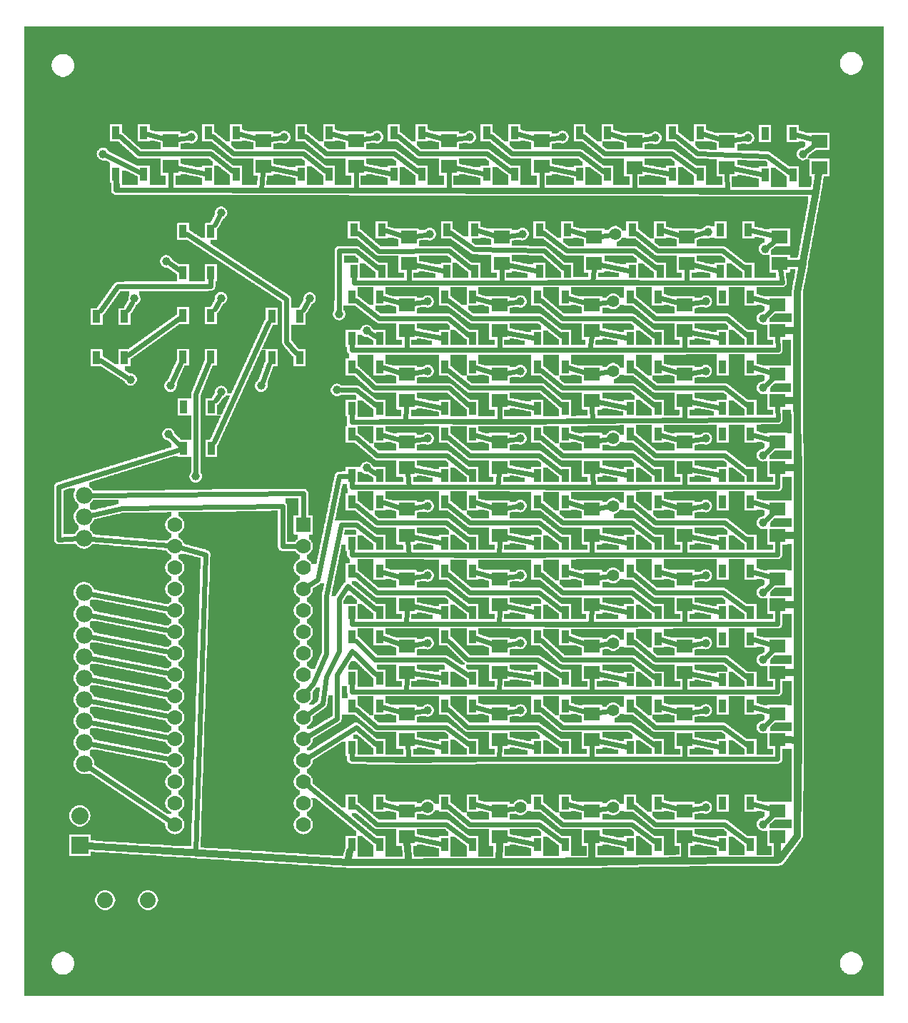
<source format=gtl>
G04 MADE WITH FRITZING*
G04 WWW.FRITZING.ORG*
G04 DOUBLE SIDED*
G04 HOLES PLATED*
G04 CONTOUR ON CENTER OF CONTOUR VECTOR*
%ASAXBY*%
%FSLAX23Y23*%
%MOIN*%
%OFA0B0*%
%SFA1.0B1.0*%
%ADD10C,0.075000*%
%ADD11C,0.074000*%
%ADD12C,0.039370*%
%ADD13C,0.078000*%
%ADD14C,0.080000*%
%ADD15C,0.055118*%
%ADD16C,0.070000*%
%ADD17R,0.080000X0.080000*%
%ADD18R,0.035433X0.059056*%
%ADD19R,0.074803X0.062992*%
%ADD20R,0.069972X0.070000*%
%ADD21C,0.024000*%
%ADD22C,0.032000*%
%LNCOPPER1*%
G90*
G70*
G54D10*
X124Y4498D03*
X839Y2224D03*
X509Y2243D03*
X479Y1119D03*
X1443Y1056D03*
G54D11*
X418Y488D03*
X618Y488D03*
X418Y488D03*
X618Y488D03*
X418Y488D03*
X618Y488D03*
G54D12*
X1147Y2890D03*
X723Y2890D03*
X536Y2919D03*
X714Y2663D03*
X842Y2466D03*
X408Y3972D03*
X1639Y2506D03*
X1501Y2870D03*
X1639Y3146D03*
X1511Y3224D03*
X704Y3470D03*
G54D13*
X320Y1925D03*
X320Y1825D03*
X320Y1725D03*
X320Y1625D03*
X320Y1525D03*
X320Y1425D03*
X320Y1325D03*
X320Y1225D03*
X320Y1125D03*
X320Y1925D03*
X320Y1825D03*
X320Y1725D03*
X320Y1625D03*
X320Y1525D03*
X320Y1425D03*
X320Y1325D03*
X320Y1225D03*
X320Y1125D03*
G54D12*
X1373Y3297D03*
X960Y3299D03*
X960Y3697D03*
X555Y3296D03*
X960Y2860D03*
X3676Y3972D03*
G54D13*
X320Y2378D03*
X320Y2278D03*
X320Y2178D03*
X320Y2378D03*
X320Y2278D03*
X320Y2178D03*
G54D14*
X300Y744D03*
X300Y882D03*
X300Y744D03*
X300Y882D03*
G54D12*
X2987Y4047D03*
X822Y4051D03*
X1934Y3598D03*
X1924Y1374D03*
G54D15*
X1924Y921D03*
G54D12*
X1924Y2004D03*
X1924Y1689D03*
X1924Y2958D03*
X1924Y3283D03*
X1924Y2644D03*
X1924Y2329D03*
X3420Y4047D03*
X1255Y4051D03*
X2367Y3598D03*
X2357Y1374D03*
X2357Y1689D03*
G54D15*
X2357Y921D03*
G54D12*
X2357Y2004D03*
X2357Y2329D03*
X2357Y2958D03*
X2357Y2644D03*
X2357Y3283D03*
X1688Y4051D03*
G54D15*
X2800Y3598D03*
X2790Y921D03*
X2790Y2004D03*
X2790Y1374D03*
X2790Y1689D03*
X2790Y2329D03*
X2790Y2959D03*
X2790Y2644D03*
X2790Y3283D03*
G54D12*
X2121Y4051D03*
X3233Y3608D03*
X3223Y921D03*
X3223Y1374D03*
X3223Y1689D03*
X3223Y2004D03*
X3223Y2329D03*
X3223Y2958D03*
X3223Y3283D03*
X3223Y2644D03*
X2554Y4051D03*
X3499Y3529D03*
X3489Y1295D03*
X3489Y1610D03*
X3489Y842D03*
X3489Y1925D03*
X3489Y2880D03*
X3489Y2250D03*
X3489Y3205D03*
X3489Y2565D03*
G54D16*
X1344Y2240D03*
X1344Y2140D03*
X1344Y2040D03*
X1344Y1940D03*
X1344Y1840D03*
X1344Y1740D03*
X1344Y1640D03*
X1344Y1540D03*
X1344Y1440D03*
X1344Y1340D03*
X1344Y1240D03*
X1344Y1140D03*
X1344Y1040D03*
X1344Y940D03*
X1344Y840D03*
X743Y2240D03*
X743Y2140D03*
X743Y2040D03*
X743Y1940D03*
X743Y1840D03*
X743Y1740D03*
X743Y1640D03*
X743Y1540D03*
X743Y1440D03*
X743Y1340D03*
X743Y1240D03*
X743Y1140D03*
X743Y1040D03*
X743Y940D03*
X743Y840D03*
X1344Y2240D03*
X1344Y2140D03*
X1344Y2040D03*
X1344Y1940D03*
X1344Y1840D03*
X1344Y1740D03*
X1344Y1640D03*
X1344Y1540D03*
X1344Y1440D03*
X1344Y1340D03*
X1344Y1240D03*
X1344Y1140D03*
X1344Y1040D03*
X1344Y940D03*
X1344Y840D03*
X743Y2240D03*
X743Y2140D03*
X743Y2040D03*
X743Y1940D03*
X743Y1840D03*
X743Y1740D03*
X743Y1640D03*
X743Y1540D03*
X743Y1440D03*
X743Y1340D03*
X743Y1240D03*
X743Y1140D03*
X743Y1040D03*
X743Y940D03*
X743Y840D03*
G54D17*
X300Y744D03*
X300Y744D03*
G54D18*
X1570Y2155D03*
X1700Y2155D03*
X1700Y2348D03*
X1570Y2348D03*
X1570Y1831D03*
X1700Y1831D03*
X1700Y2023D03*
X1570Y2023D03*
X1570Y748D03*
X1700Y748D03*
X1700Y941D03*
X1570Y941D03*
X1570Y1201D03*
X1700Y1201D03*
X1700Y1394D03*
X1570Y1394D03*
X1570Y1525D03*
X1700Y1525D03*
X1700Y1718D03*
X1570Y1718D03*
X782Y3023D03*
X912Y3023D03*
X912Y3216D03*
X782Y3216D03*
X2633Y3878D03*
X2763Y3878D03*
X2763Y4071D03*
X2633Y4071D03*
X468Y3878D03*
X597Y3878D03*
X597Y4071D03*
X468Y4071D03*
X1580Y3425D03*
X1710Y3425D03*
X1710Y3618D03*
X1580Y3618D03*
X1570Y2470D03*
X1700Y2470D03*
X1700Y2663D03*
X1570Y2663D03*
X1570Y3110D03*
X1700Y3110D03*
X1700Y3303D03*
X1570Y3303D03*
X1570Y2785D03*
X1700Y2785D03*
X1700Y2978D03*
X1570Y2978D03*
X2003Y1831D03*
X2133Y1831D03*
X2133Y2023D03*
X2003Y2023D03*
X2003Y2155D03*
X2133Y2155D03*
X2133Y2348D03*
X2003Y2348D03*
X2003Y748D03*
X2133Y748D03*
X2133Y941D03*
X2003Y941D03*
X2003Y1201D03*
X2133Y1201D03*
X2133Y1394D03*
X2003Y1394D03*
X2003Y1525D03*
X2133Y1525D03*
X2133Y1718D03*
X2003Y1718D03*
X378Y3020D03*
X507Y3020D03*
X507Y3213D03*
X378Y3213D03*
X3066Y3878D03*
X3196Y3878D03*
X3196Y4071D03*
X3066Y4071D03*
X901Y3878D03*
X1031Y3878D03*
X1031Y4071D03*
X901Y4071D03*
X2013Y3425D03*
X2143Y3425D03*
X2143Y3618D03*
X2013Y3618D03*
X2003Y3110D03*
X2133Y3110D03*
X2133Y3303D03*
X2003Y3303D03*
X2003Y2785D03*
X2133Y2785D03*
X2133Y2978D03*
X2003Y2978D03*
X2003Y2470D03*
X2133Y2470D03*
X2133Y2663D03*
X2003Y2663D03*
X782Y3417D03*
X912Y3417D03*
X912Y3610D03*
X782Y3610D03*
X3499Y3874D03*
X3629Y3874D03*
X3629Y4067D03*
X3499Y4067D03*
X1334Y3878D03*
X1464Y3878D03*
X1464Y4071D03*
X1334Y4071D03*
X2446Y3425D03*
X2576Y3425D03*
X2576Y3618D03*
X2446Y3618D03*
X2436Y748D03*
X2566Y748D03*
X2566Y941D03*
X2436Y941D03*
X2436Y1525D03*
X2566Y1525D03*
X2566Y1718D03*
X2436Y1718D03*
X2436Y1831D03*
X2566Y1831D03*
X2566Y2023D03*
X2436Y2023D03*
X2436Y1201D03*
X2566Y1201D03*
X2566Y1394D03*
X2436Y1394D03*
X2436Y3110D03*
X2566Y3110D03*
X2566Y3303D03*
X2436Y3303D03*
X2436Y2785D03*
X2566Y2785D03*
X2566Y2978D03*
X2436Y2978D03*
X2436Y2470D03*
X2566Y2470D03*
X2566Y2663D03*
X2436Y2663D03*
X2436Y2155D03*
X2566Y2155D03*
X2566Y2348D03*
X2436Y2348D03*
X2869Y1831D03*
X2999Y1831D03*
X2999Y2023D03*
X2869Y2023D03*
X2869Y748D03*
X2999Y748D03*
X2999Y941D03*
X2869Y941D03*
X2869Y1201D03*
X2999Y1201D03*
X2999Y1394D03*
X2869Y1394D03*
X2869Y2155D03*
X2999Y2155D03*
X2999Y2348D03*
X2869Y2348D03*
X2869Y1516D03*
X2999Y1516D03*
X2999Y1708D03*
X2869Y1708D03*
X1196Y3021D03*
X1326Y3021D03*
X1326Y3214D03*
X1196Y3214D03*
X1767Y3878D03*
X1897Y3878D03*
X1897Y4071D03*
X1767Y4071D03*
X2879Y3425D03*
X3009Y3425D03*
X3009Y3618D03*
X2879Y3618D03*
X2869Y3110D03*
X2999Y3110D03*
X2999Y3303D03*
X2869Y3303D03*
X2869Y2785D03*
X2999Y2785D03*
X2999Y2978D03*
X2869Y2978D03*
X2869Y2470D03*
X2999Y2470D03*
X2999Y2663D03*
X2869Y2663D03*
X784Y2598D03*
X914Y2598D03*
X914Y2791D03*
X784Y2791D03*
X2200Y3878D03*
X2330Y3878D03*
X2330Y4071D03*
X2200Y4071D03*
X3292Y3425D03*
X3422Y3425D03*
X3422Y3618D03*
X3292Y3618D03*
X3302Y1831D03*
X3432Y1831D03*
X3432Y2023D03*
X3302Y2023D03*
X3302Y1516D03*
X3432Y1516D03*
X3432Y1708D03*
X3302Y1708D03*
X3302Y748D03*
X3432Y748D03*
X3432Y941D03*
X3302Y941D03*
X3302Y1201D03*
X3432Y1201D03*
X3432Y1394D03*
X3302Y1394D03*
X3302Y2155D03*
X3432Y2155D03*
X3432Y2348D03*
X3302Y2348D03*
X3302Y2785D03*
X3432Y2785D03*
X3432Y2978D03*
X3302Y2978D03*
X3302Y3110D03*
X3432Y3110D03*
X3432Y3303D03*
X3302Y3303D03*
X3302Y2470D03*
X3432Y2470D03*
X3432Y2663D03*
X3302Y2663D03*
G54D19*
X2692Y1236D03*
X2692Y1358D03*
X2692Y783D03*
X2692Y905D03*
X2692Y1866D03*
X2692Y1988D03*
X2692Y2191D03*
X2692Y2313D03*
X2692Y1551D03*
X2692Y1673D03*
X3755Y3909D03*
X3755Y4031D03*
X1590Y3913D03*
X1590Y4035D03*
X2702Y3460D03*
X2702Y3583D03*
X2692Y3146D03*
X2692Y3268D03*
X2692Y2821D03*
X2692Y2943D03*
X2692Y2506D03*
X2692Y2628D03*
X1826Y1236D03*
X1826Y1358D03*
X1826Y783D03*
X1826Y905D03*
X1826Y1551D03*
X1826Y1673D03*
X1826Y1866D03*
X1826Y1988D03*
X2889Y3909D03*
X2889Y4031D03*
X723Y3913D03*
X723Y4035D03*
X1836Y3460D03*
X1836Y3583D03*
X1826Y3146D03*
X1826Y3268D03*
X1826Y2191D03*
X1826Y2313D03*
X1826Y2821D03*
X1826Y2943D03*
X1826Y2506D03*
X1826Y2628D03*
X2456Y3913D03*
X2456Y4035D03*
X3568Y3460D03*
X3568Y3583D03*
X3558Y1866D03*
X3558Y1988D03*
X3558Y783D03*
X3558Y905D03*
X3558Y1551D03*
X3558Y1673D03*
X3558Y1236D03*
X3558Y1358D03*
X3558Y3146D03*
X3558Y3268D03*
X3558Y2821D03*
X3558Y2943D03*
X3558Y2191D03*
X3558Y2313D03*
X3558Y2506D03*
X3558Y2628D03*
X2023Y3913D03*
X2023Y4035D03*
X3135Y3460D03*
X3135Y3583D03*
X3125Y1236D03*
X3125Y1358D03*
X3125Y1551D03*
X3125Y1673D03*
X3125Y783D03*
X3125Y905D03*
X3125Y1866D03*
X3125Y1988D03*
X3125Y3146D03*
X3125Y3268D03*
X3125Y2821D03*
X3125Y2943D03*
X3125Y2191D03*
X3125Y2313D03*
X3125Y2506D03*
X3125Y2628D03*
X2259Y2191D03*
X2259Y2313D03*
X2259Y1866D03*
X2259Y1988D03*
X2259Y783D03*
X2259Y905D03*
X2259Y1236D03*
X2259Y1358D03*
X2259Y1551D03*
X2259Y1673D03*
X3322Y3909D03*
X3322Y4031D03*
X1156Y3913D03*
X1156Y4035D03*
X2269Y3460D03*
X2269Y3583D03*
X2259Y3146D03*
X2259Y3268D03*
X2259Y2821D03*
X2259Y2943D03*
X2259Y2506D03*
X2259Y2628D03*
G54D20*
X1344Y2240D03*
X1344Y2240D03*
G54D21*
X1512Y2466D02*
X1551Y2469D01*
D02*
X1412Y1984D02*
X1512Y2466D01*
D02*
X1368Y1956D02*
X1412Y1984D01*
D02*
X2696Y2415D02*
X2693Y2480D01*
D02*
X2250Y2418D02*
X2696Y2415D01*
D02*
X2250Y2418D02*
X2256Y2480D01*
D02*
X1836Y2418D02*
X2250Y2418D01*
D02*
X3157Y2499D02*
X3283Y2474D01*
D02*
X2724Y2499D02*
X2850Y2474D01*
D02*
X2291Y2499D02*
X2417Y2474D01*
D02*
X1858Y2499D02*
X1984Y2474D01*
D02*
X1570Y2418D02*
X1836Y2418D01*
D02*
X1836Y2418D02*
X1829Y2480D01*
D02*
X1570Y2439D02*
X1570Y2418D01*
D02*
X3526Y2322D02*
X3451Y2343D01*
D02*
X3093Y2322D02*
X3018Y2343D01*
D02*
X2660Y2322D02*
X2585Y2343D01*
D02*
X2227Y2322D02*
X2152Y2343D01*
D02*
X1794Y2322D02*
X1719Y2343D01*
D02*
X3125Y2418D02*
X3125Y2480D01*
D02*
X2696Y2415D02*
X3125Y2418D01*
D02*
X3312Y2251D02*
X2987Y2251D01*
D02*
X2987Y2251D02*
X2888Y2333D01*
D02*
X2878Y2251D02*
X2554Y2251D01*
D02*
X2554Y2251D02*
X2455Y2332D01*
D02*
X2445Y2251D02*
X2121Y2251D01*
D02*
X2121Y2251D02*
X2022Y2332D01*
D02*
X2012Y2251D02*
X1687Y2251D01*
D02*
X1687Y2251D02*
X1589Y2332D01*
D02*
X3283Y2159D02*
X3157Y2184D01*
D02*
X2850Y2159D02*
X2724Y2184D01*
D02*
X2417Y2159D02*
X2291Y2184D01*
D02*
X1984Y2159D02*
X1858Y2184D01*
D02*
X3413Y2171D02*
X3312Y2251D01*
D02*
X2980Y2170D02*
X2878Y2251D01*
D02*
X2547Y2170D02*
X2445Y2251D01*
D02*
X2114Y2170D02*
X2012Y2251D01*
D02*
X2878Y1924D02*
X2554Y1924D01*
D02*
X2554Y1924D02*
X2455Y2007D01*
D02*
X2445Y1924D02*
X2121Y1924D01*
D02*
X2121Y1924D02*
X2022Y2007D01*
D02*
X2012Y1924D02*
X1687Y1924D01*
D02*
X1687Y1924D02*
X1589Y2007D01*
D02*
X2980Y1845D02*
X2878Y1924D01*
D02*
X2227Y1997D02*
X2152Y2018D01*
D02*
X2547Y1845D02*
X2445Y1924D01*
D02*
X1794Y1997D02*
X1719Y2018D01*
D02*
X2114Y1845D02*
X2012Y1924D01*
D02*
X3125Y2102D02*
X3125Y2165D01*
D02*
X2692Y2102D02*
X3125Y2102D01*
D02*
X2692Y2102D02*
X2692Y2165D01*
D02*
X2258Y2098D02*
X2692Y2102D01*
D02*
X2258Y2098D02*
X2259Y2165D01*
D02*
X1836Y2102D02*
X2258Y2098D01*
D02*
X1570Y2102D02*
X1836Y2102D01*
D02*
X1836Y2102D02*
X1829Y2165D01*
D02*
X1570Y2124D02*
X1570Y2102D01*
D02*
X1570Y2102D02*
X1570Y2124D01*
D02*
X3558Y2102D02*
X1570Y2102D01*
D02*
X3558Y2165D02*
X3558Y2102D01*
D02*
X3303Y1924D02*
X2987Y1924D01*
D02*
X2987Y1924D02*
X2888Y2007D01*
D02*
X2291Y1860D02*
X2417Y1834D01*
D02*
X1858Y1860D02*
X1984Y1834D01*
D02*
X3093Y1997D02*
X3018Y2018D01*
D02*
X3413Y1844D02*
X3303Y1924D01*
D02*
X3157Y2318D02*
X3205Y2326D01*
D02*
X2724Y2318D02*
X2772Y2326D01*
D02*
X2291Y2318D02*
X2339Y2326D01*
D02*
X1858Y2318D02*
X1905Y2326D01*
D02*
X2660Y1997D02*
X2585Y2018D01*
D02*
X1570Y1778D02*
X3558Y1778D01*
D02*
X3558Y1778D02*
X3558Y1840D01*
D02*
X1570Y1800D02*
X1570Y1778D01*
D02*
X3530Y2287D02*
X3503Y2263D01*
D02*
X3526Y1997D02*
X3451Y2018D01*
D02*
X1858Y1993D02*
X1905Y2001D01*
D02*
X2291Y1993D02*
X2339Y2001D01*
D02*
X2724Y1993D02*
X2772Y2001D01*
D02*
X3157Y1993D02*
X3205Y2001D01*
D02*
X3157Y1860D02*
X3283Y1834D01*
D02*
X2724Y1860D02*
X2850Y1834D01*
D02*
X3312Y1611D02*
X2987Y1611D01*
D02*
X2987Y1611D02*
X2888Y1693D01*
D02*
X2878Y1611D02*
X2554Y1611D01*
D02*
X2554Y1611D02*
X2455Y1701D01*
D02*
X2436Y1611D02*
X2112Y1611D01*
D02*
X2112Y1611D02*
X2022Y1699D01*
D02*
X2003Y1611D02*
X1678Y1611D01*
D02*
X1678Y1611D02*
X1589Y1699D01*
D02*
X1794Y1685D02*
X1719Y1711D01*
D02*
X3413Y1531D02*
X3312Y1611D01*
D02*
X2980Y1531D02*
X2878Y1611D01*
D02*
X2547Y1538D02*
X2436Y1611D01*
D02*
X2114Y1538D02*
X2003Y1611D01*
D02*
X3530Y1962D02*
X3503Y1938D01*
D02*
X3125Y1778D02*
X3125Y1840D01*
D02*
X2683Y1775D02*
X3125Y1778D01*
D02*
X2683Y1775D02*
X2689Y1840D01*
D02*
X2258Y1778D02*
X2683Y1775D01*
D02*
X2258Y1778D02*
X2259Y1840D01*
D02*
X1825Y1778D02*
X2258Y1778D01*
D02*
X1570Y1778D02*
X1825Y1778D01*
D02*
X1825Y1778D02*
X1826Y1840D01*
D02*
X1570Y1800D02*
X1570Y1778D01*
D02*
X2417Y1528D02*
X2291Y1546D01*
D02*
X1984Y1528D02*
X1858Y1546D01*
D02*
X3526Y1682D02*
X3451Y1703D01*
D02*
X3205Y1686D02*
X3157Y1678D01*
D02*
X3093Y1682D02*
X3018Y1703D01*
D02*
X2772Y1686D02*
X2724Y1678D01*
D02*
X2660Y1685D02*
X2585Y1711D01*
D02*
X2339Y1686D02*
X2291Y1678D01*
D02*
X2227Y1685D02*
X2152Y1711D01*
D02*
X1905Y1686D02*
X1858Y1678D01*
D02*
X2012Y842D02*
X1687Y842D01*
D02*
X1687Y842D02*
X1589Y925D01*
D02*
X2114Y763D02*
X2012Y842D01*
D02*
X3125Y1462D02*
X3125Y1525D01*
D02*
X2692Y1462D02*
X3125Y1462D01*
D02*
X2692Y1462D02*
X2692Y1525D01*
D02*
X2258Y1462D02*
X2692Y1462D01*
D02*
X2258Y1462D02*
X2259Y1525D01*
D02*
X1825Y1462D02*
X2258Y1462D01*
D02*
X1570Y1462D02*
X1825Y1462D01*
D02*
X1825Y1462D02*
X1826Y1525D01*
D02*
X1570Y1495D02*
X1570Y1462D01*
D02*
X1570Y1462D02*
X1570Y1495D01*
D02*
X3558Y1462D02*
X1570Y1462D01*
D02*
X3558Y1525D02*
X3558Y1462D01*
D02*
X3530Y1647D02*
X3503Y1623D01*
D02*
X3283Y1519D02*
X3157Y1545D01*
D02*
X2850Y1519D02*
X2724Y1545D01*
D02*
X3312Y842D02*
X2987Y842D01*
D02*
X2987Y842D02*
X2888Y925D01*
D02*
X2878Y842D02*
X2554Y842D01*
D02*
X2554Y842D02*
X2455Y925D01*
D02*
X2445Y842D02*
X2121Y842D01*
D02*
X2121Y842D02*
X2022Y925D01*
D02*
X3093Y914D02*
X3018Y935D01*
D02*
X2772Y918D02*
X2724Y910D01*
D02*
X2660Y914D02*
X2585Y935D01*
D02*
X2339Y918D02*
X2291Y910D01*
D02*
X2227Y914D02*
X2152Y935D01*
D02*
X1905Y918D02*
X1858Y910D01*
D02*
X1794Y914D02*
X1719Y935D01*
D02*
X3413Y763D02*
X3312Y842D01*
D02*
X2980Y763D02*
X2878Y842D01*
D02*
X2547Y763D02*
X2445Y842D01*
G54D22*
D02*
X1836Y664D02*
X1828Y757D01*
D02*
X1550Y665D02*
X1836Y664D01*
G54D21*
D02*
X3283Y752D02*
X3157Y777D01*
D02*
X2850Y752D02*
X2724Y777D01*
D02*
X2417Y752D02*
X2291Y777D01*
D02*
X1984Y752D02*
X1858Y777D01*
G54D22*
D02*
X1550Y665D02*
X1562Y717D01*
D02*
X3558Y673D02*
X1570Y664D01*
D02*
X3558Y757D02*
X3558Y673D01*
G54D21*
D02*
X3526Y914D02*
X3451Y935D01*
D02*
X3205Y918D02*
X3157Y910D01*
D02*
X3303Y1295D02*
X2987Y1295D01*
D02*
X2987Y1295D02*
X2888Y1378D01*
D02*
X2870Y1295D02*
X2554Y1295D01*
D02*
X2554Y1295D02*
X2455Y1378D01*
D02*
X2436Y1295D02*
X2112Y1295D01*
D02*
X2112Y1295D02*
X2022Y1376D01*
D02*
X2012Y1295D02*
X1687Y1295D01*
D02*
X1687Y1295D02*
X1589Y1378D01*
D02*
X2227Y1367D02*
X2152Y1388D01*
D02*
X1794Y1367D02*
X1719Y1388D01*
D02*
X3413Y1215D02*
X3303Y1295D01*
D02*
X2980Y1215D02*
X2870Y1295D01*
D02*
X2547Y1215D02*
X2436Y1295D01*
D02*
X2114Y1216D02*
X2012Y1295D01*
G54D22*
D02*
X3125Y674D02*
X3125Y757D01*
D02*
X2692Y664D02*
X3125Y674D01*
D02*
X2692Y664D02*
X2692Y757D01*
D02*
X2258Y664D02*
X2692Y664D01*
D02*
X2258Y664D02*
X2259Y757D01*
D02*
X1836Y664D02*
X2258Y664D01*
G54D21*
D02*
X1570Y1146D02*
X1570Y1170D01*
D02*
X3558Y1146D02*
X1570Y1146D01*
D02*
X3558Y1210D02*
X3558Y1146D01*
D02*
X1858Y1363D02*
X1905Y1371D01*
D02*
X2291Y1363D02*
X2339Y1371D01*
D02*
X2724Y1363D02*
X2772Y1371D01*
D02*
X3157Y1363D02*
X3205Y1371D01*
D02*
X3503Y1308D02*
X3530Y1332D01*
D02*
X3526Y1367D02*
X3451Y1388D01*
D02*
X3093Y1367D02*
X3018Y1388D01*
D02*
X2660Y1367D02*
X2585Y1388D01*
D02*
X3530Y879D02*
X3503Y855D01*
D02*
X3125Y1146D02*
X3125Y1210D01*
D02*
X2690Y1149D02*
X3125Y1146D01*
D02*
X2690Y1149D02*
X2691Y1210D01*
D02*
X2258Y1146D02*
X2690Y1149D01*
D02*
X2258Y1146D02*
X2259Y1210D01*
D02*
X1838Y1142D02*
X2258Y1146D01*
D02*
X1838Y1142D02*
X1829Y1210D01*
D02*
X1570Y1146D02*
X1838Y1142D01*
D02*
X3157Y1230D02*
X3283Y1204D01*
D02*
X2724Y1230D02*
X2850Y1204D01*
D02*
X2291Y1230D02*
X2417Y1204D01*
D02*
X1858Y1230D02*
X1984Y1204D01*
D02*
X910Y3973D02*
X576Y3973D01*
D02*
X576Y3973D02*
X487Y4054D01*
D02*
X692Y4044D02*
X617Y4065D01*
D02*
X1011Y3893D02*
X910Y3973D01*
G54D22*
D02*
X3647Y3146D02*
X3590Y3146D01*
D02*
X3647Y2820D02*
X3647Y3146D01*
D02*
X3647Y2820D02*
X3590Y2820D01*
D02*
X3656Y2506D02*
X3647Y2820D01*
D02*
X3656Y2506D02*
X3590Y2506D01*
D02*
X3656Y2191D02*
X3656Y2506D01*
D02*
X3656Y2191D02*
X3590Y2191D01*
D02*
X3656Y1866D02*
X3656Y2191D01*
D02*
X3656Y1866D02*
X3590Y1866D01*
D02*
X3656Y1551D02*
X3656Y1866D01*
D02*
X3656Y1551D02*
X3590Y1551D01*
D02*
X3657Y1235D02*
X3656Y1551D01*
D02*
X3657Y1235D02*
X3590Y1236D01*
D02*
X3650Y787D02*
X3657Y1235D01*
D02*
X3650Y787D02*
X3568Y676D01*
D02*
X3650Y3329D02*
X3650Y787D01*
G54D21*
D02*
X2201Y3973D02*
X1885Y3973D01*
D02*
X1885Y3973D02*
X1786Y4055D01*
D02*
X1767Y3973D02*
X1452Y3973D01*
D02*
X1452Y3973D02*
X1353Y4055D01*
D02*
X1343Y3973D02*
X1018Y3973D01*
D02*
X1018Y3973D02*
X920Y4055D01*
D02*
X2054Y4040D02*
X2102Y4048D01*
D02*
X1991Y4044D02*
X1916Y4065D01*
D02*
X2311Y3892D02*
X2201Y3973D01*
D02*
X1621Y4040D02*
X1669Y4048D01*
D02*
X1558Y4044D02*
X1483Y4065D01*
D02*
X1878Y3892D02*
X1767Y3973D01*
D02*
X1188Y4040D02*
X1236Y4048D01*
D02*
X1125Y4044D02*
X1050Y4065D01*
D02*
X1445Y3893D02*
X1343Y3973D01*
D02*
X803Y4048D02*
X755Y4040D01*
D02*
X3185Y3973D02*
X3085Y4055D01*
D02*
X3065Y3973D02*
X2752Y3973D01*
D02*
X2752Y3973D02*
X2652Y4055D01*
D02*
X2634Y3973D02*
X2318Y3973D01*
D02*
X2318Y3973D02*
X2219Y4055D01*
D02*
X3510Y3962D02*
X3185Y3973D01*
D02*
X3723Y4040D02*
X3648Y4061D01*
D02*
X3354Y4036D02*
X3402Y4044D01*
D02*
X3290Y4041D02*
X3215Y4065D01*
D02*
X3610Y3888D02*
X3510Y3962D01*
D02*
X2921Y4036D02*
X2968Y4044D01*
D02*
X2857Y4041D02*
X2782Y4065D01*
D02*
X3177Y3892D02*
X3065Y3973D01*
D02*
X2488Y4040D02*
X2535Y4048D01*
D02*
X2424Y4044D02*
X2349Y4065D01*
D02*
X2744Y3892D02*
X2634Y3973D01*
D02*
X467Y3804D02*
X467Y3847D01*
D02*
X3736Y3795D02*
X467Y3804D01*
D02*
X3751Y3883D02*
X3736Y3795D01*
G54D22*
D02*
X3736Y3795D02*
X3751Y3883D01*
D02*
X3650Y3329D02*
X3736Y3795D01*
G54D21*
D02*
X755Y3907D02*
X881Y3882D01*
D02*
X1188Y3907D02*
X1315Y3882D01*
D02*
X1621Y3907D02*
X1748Y3882D01*
D02*
X2054Y3907D02*
X2181Y3882D01*
D02*
X2488Y3907D02*
X2614Y3882D01*
D02*
X2921Y3904D02*
X3047Y3881D01*
D02*
X3354Y3903D02*
X3480Y3878D01*
D02*
X3723Y4007D02*
X3691Y3984D01*
D02*
X933Y2820D02*
X949Y2844D01*
D02*
X1153Y2907D02*
X1184Y2991D01*
D02*
X731Y2907D02*
X769Y2993D01*
D02*
X3323Y3804D02*
X3322Y3883D01*
D02*
X2890Y3804D02*
X3323Y3804D01*
D02*
X2890Y3804D02*
X2889Y3883D01*
D02*
X2456Y3804D02*
X2890Y3804D01*
D02*
X2456Y3804D02*
X2456Y3887D01*
D02*
X2023Y3804D02*
X2456Y3804D01*
D02*
X2023Y3804D02*
X2023Y3887D01*
D02*
X1590Y3804D02*
X2023Y3804D01*
D02*
X1590Y3804D02*
X1590Y3887D01*
D02*
X1147Y3804D02*
X1590Y3804D01*
D02*
X1147Y3804D02*
X1154Y3887D01*
D02*
X723Y3804D02*
X1147Y3804D01*
D02*
X478Y3804D02*
X723Y3804D01*
D02*
X723Y3804D02*
X723Y3887D01*
D02*
X472Y3847D02*
X478Y3804D01*
D02*
X1265Y3095D02*
X1265Y3293D01*
D02*
X1265Y3293D02*
X802Y3598D01*
D02*
X930Y3247D02*
X950Y3283D01*
D02*
X1307Y3045D02*
X1265Y3095D01*
D02*
X478Y3353D02*
X397Y3240D01*
D02*
X912Y3355D02*
X478Y3353D01*
D02*
X912Y3386D02*
X912Y3355D01*
D02*
X527Y3034D02*
X763Y3203D01*
D02*
X1364Y3281D02*
X1343Y3245D01*
D02*
X929Y3641D02*
X951Y3680D01*
D02*
X545Y3279D02*
X525Y3244D01*
D02*
X520Y2929D02*
X397Y3008D01*
D02*
X765Y2615D02*
X727Y2650D01*
D02*
X719Y856D02*
X345Y1108D01*
D02*
X1366Y1022D02*
X1681Y764D01*
G54D22*
D02*
X3676Y3460D02*
X3600Y3460D01*
D02*
X3650Y3329D02*
X3676Y3460D01*
D02*
X1550Y665D02*
X336Y742D01*
G54D21*
D02*
X928Y2629D02*
X1182Y3183D01*
D02*
X715Y2143D02*
X350Y2175D01*
D02*
X715Y1846D02*
X349Y1919D01*
D02*
X715Y1746D02*
X349Y1819D01*
D02*
X715Y1646D02*
X349Y1719D01*
D02*
X715Y1546D02*
X349Y1619D01*
D02*
X715Y1446D02*
X349Y1519D01*
D02*
X715Y1346D02*
X349Y1419D01*
D02*
X715Y1246D02*
X349Y1319D01*
D02*
X715Y1146D02*
X349Y1219D01*
D02*
X841Y715D02*
X887Y2102D01*
D02*
X887Y2102D02*
X772Y2133D01*
D02*
X331Y742D02*
X841Y715D01*
D02*
X1501Y1541D02*
X1570Y1650D01*
D02*
X1501Y1335D02*
X1501Y1541D01*
D02*
X1570Y1650D02*
X1681Y1544D01*
D02*
X1368Y1255D02*
X1501Y1335D01*
D02*
X1590Y1295D02*
X1681Y1217D01*
D02*
X1368Y1155D02*
X1590Y1295D01*
D02*
X1392Y1502D02*
X1362Y1463D01*
D02*
X1451Y1531D02*
X1511Y1650D01*
D02*
X1433Y1404D02*
X1451Y1531D01*
D02*
X1520Y2241D02*
X1451Y1906D01*
D02*
X1451Y1906D02*
X1451Y1639D01*
D02*
X1451Y1639D02*
X1392Y1502D01*
D02*
X1681Y2170D02*
X1590Y2241D01*
D02*
X1590Y2241D02*
X1520Y2241D01*
D02*
X1511Y1895D02*
X1550Y1954D01*
D02*
X1511Y1650D02*
X1511Y1895D01*
D02*
X1550Y1954D02*
X1681Y1846D01*
D02*
X1367Y1357D02*
X1433Y1404D01*
D02*
X202Y2418D02*
X202Y2172D01*
D02*
X202Y2172D02*
X290Y2176D01*
D02*
X765Y2592D02*
X202Y2418D01*
D02*
X425Y3964D02*
X578Y3887D01*
D02*
X842Y2850D02*
X900Y2993D01*
D02*
X842Y2485D02*
X842Y2850D01*
D02*
X1246Y2141D02*
X1246Y2328D01*
D02*
X1246Y2328D02*
X498Y2319D01*
D02*
X498Y2319D02*
X349Y2285D01*
D02*
X1314Y2140D02*
X1246Y2141D01*
D02*
X1344Y2387D02*
X350Y2378D01*
D02*
X1344Y2269D02*
X1344Y2387D01*
D02*
X1655Y3136D02*
X1681Y3121D01*
D02*
X719Y3460D02*
X763Y3430D01*
D02*
X1655Y2496D02*
X1681Y2481D01*
D02*
X1512Y3520D02*
X1590Y3520D01*
D02*
X1590Y3520D02*
X1691Y3440D01*
D02*
X1511Y3243D02*
X1512Y3520D01*
D02*
X1590Y2871D02*
X1681Y2800D01*
D02*
X1520Y2870D02*
X1590Y2871D01*
D02*
X2227Y3277D02*
X2152Y3298D01*
D02*
X1719Y3298D02*
X1794Y3277D01*
D02*
X1984Y3114D02*
X1858Y3139D01*
D02*
X2417Y3114D02*
X2291Y3139D01*
D02*
X2850Y3114D02*
X2724Y3139D01*
D02*
X3283Y3114D02*
X3157Y3139D01*
D02*
X3451Y3298D02*
X3526Y3277D01*
D02*
X3093Y3277D02*
X3018Y3298D01*
D02*
X2660Y3277D02*
X2585Y3298D01*
D02*
X1678Y2880D02*
X1589Y2961D01*
D02*
X2023Y2880D02*
X1678Y2880D01*
D02*
X2114Y2802D02*
X2023Y2880D01*
D02*
X2291Y3273D02*
X2339Y3280D01*
D02*
X2724Y3273D02*
X2772Y3280D01*
D02*
X3157Y3273D02*
X3205Y3280D01*
D02*
X3312Y2880D02*
X2987Y2880D01*
D02*
X2987Y2880D02*
X2888Y2962D01*
D02*
X2879Y2880D02*
X2554Y2880D01*
D02*
X2554Y2880D02*
X2455Y2962D01*
D02*
X2455Y2880D02*
X2120Y2880D01*
D02*
X2120Y2880D02*
X2022Y2962D01*
D02*
X3413Y2800D02*
X3312Y2880D01*
D02*
X2980Y2800D02*
X2879Y2880D01*
D02*
X2547Y2802D02*
X2455Y2880D01*
D02*
X2660Y2952D02*
X2585Y2973D01*
D02*
X2724Y2948D02*
X2772Y2956D01*
D02*
X3093Y2952D02*
X3018Y2973D01*
D02*
X3157Y2948D02*
X3205Y2956D01*
D02*
X3530Y2917D02*
X3503Y2893D01*
D02*
X3530Y3242D02*
X3503Y3217D01*
D02*
X3536Y3558D02*
X3514Y3541D01*
D02*
X1858Y3273D02*
X1905Y3280D01*
D02*
X2694Y3374D02*
X2699Y3435D01*
D02*
X2269Y3372D02*
X2694Y3374D01*
D02*
X2269Y3372D02*
X2269Y3435D01*
D02*
X1836Y3372D02*
X2269Y3372D01*
D02*
X1570Y2722D02*
X1570Y2754D01*
D02*
X3559Y2732D02*
X1570Y2722D01*
D02*
X3558Y2795D02*
X3559Y2732D01*
D02*
X3526Y2952D02*
X3451Y2973D01*
D02*
X1794Y2952D02*
X1719Y2973D01*
D02*
X1858Y2948D02*
X1905Y2956D01*
D02*
X2227Y2952D02*
X2152Y2973D01*
D02*
X2291Y2948D02*
X2339Y2956D01*
D02*
X2291Y2814D02*
X2417Y2789D01*
D02*
X2259Y2722D02*
X2259Y2795D01*
D02*
X1822Y2724D02*
X2259Y2722D01*
D02*
X1858Y2814D02*
X1984Y2789D01*
D02*
X1569Y2722D02*
X1822Y2724D01*
D02*
X1822Y2724D02*
X1825Y2795D01*
D02*
X1570Y2754D02*
X1569Y2722D01*
D02*
X3125Y3056D02*
X3125Y3120D01*
D02*
X2682Y3056D02*
X3125Y3056D01*
D02*
X2682Y3056D02*
X2689Y3120D01*
D02*
X2259Y3056D02*
X2682Y3056D01*
D02*
X2259Y3056D02*
X2259Y3120D01*
D02*
X1826Y3056D02*
X2259Y3056D01*
D02*
X1569Y3056D02*
X1826Y3056D01*
D02*
X1826Y3056D02*
X1826Y3120D01*
D02*
X1570Y3079D02*
X1569Y3056D01*
D02*
X3135Y3372D02*
X3135Y3435D01*
D02*
X2694Y3374D02*
X3135Y3372D01*
D02*
X3526Y2637D02*
X3451Y2658D01*
D02*
X3093Y2637D02*
X3018Y2658D01*
D02*
X2660Y2637D02*
X2585Y2658D01*
D02*
X2227Y2637D02*
X2152Y2658D01*
D02*
X1794Y2637D02*
X1719Y2658D01*
D02*
X3157Y2814D02*
X3283Y2789D01*
D02*
X3125Y2732D02*
X3125Y2795D01*
D02*
X2694Y2725D02*
X3125Y2732D01*
D02*
X2724Y2814D02*
X2850Y2789D01*
D02*
X2694Y2725D02*
X2692Y2795D01*
D02*
X2259Y2722D02*
X2694Y2725D01*
D02*
X1570Y2417D02*
X1570Y2439D01*
D02*
X2258Y2418D02*
X1570Y2417D01*
D02*
X3558Y2417D02*
X2258Y2418D01*
D02*
X3558Y2480D02*
X3558Y2417D01*
D02*
X3312Y2565D02*
X2987Y2565D01*
D02*
X2987Y2565D02*
X2888Y2647D01*
D02*
X2879Y2565D02*
X2554Y2565D01*
D02*
X2554Y2565D02*
X2455Y2647D01*
D02*
X2445Y2565D02*
X2120Y2565D01*
D02*
X2120Y2565D02*
X2022Y2647D01*
D02*
X2013Y2565D02*
X1688Y2565D01*
D02*
X1688Y2565D02*
X1589Y2647D01*
D02*
X3413Y2485D02*
X3312Y2565D01*
D02*
X2980Y2485D02*
X2879Y2565D01*
D02*
X2547Y2485D02*
X2445Y2565D01*
D02*
X2114Y2485D02*
X2013Y2565D01*
D02*
X3530Y2602D02*
X3503Y2578D01*
D02*
X3205Y2641D02*
X3157Y2633D01*
D02*
X2772Y2641D02*
X2724Y2633D01*
D02*
X2339Y2641D02*
X2291Y2633D01*
D02*
X1905Y2641D02*
X1858Y2633D01*
D02*
X1580Y3371D02*
X1580Y3394D01*
D02*
X3579Y3372D02*
X1580Y3371D01*
D02*
X3571Y3435D02*
X3579Y3372D01*
D02*
X3302Y3520D02*
X2997Y3520D01*
D02*
X2997Y3520D02*
X2898Y3602D01*
D02*
X3403Y3440D02*
X3302Y3520D01*
D02*
X2888Y3520D02*
X2573Y3520D01*
D02*
X2573Y3520D02*
X2465Y3603D01*
D02*
X2990Y3440D02*
X2888Y3520D01*
D02*
X2466Y3520D02*
X2140Y3526D01*
D02*
X2140Y3526D02*
X2032Y3604D01*
D02*
X2557Y3442D02*
X2466Y3520D01*
D02*
X2023Y3520D02*
X1697Y3519D01*
D02*
X1697Y3519D02*
X1599Y3602D01*
D02*
X2124Y3440D02*
X2023Y3520D01*
D02*
X3167Y3453D02*
X3273Y3429D01*
D02*
X2734Y3454D02*
X2860Y3429D01*
D02*
X2301Y3454D02*
X2427Y3429D01*
D02*
X1867Y3454D02*
X1994Y3429D01*
D02*
X1580Y3371D02*
X1836Y3372D01*
D02*
X1836Y3372D02*
X1836Y3435D01*
D02*
X1580Y3394D02*
X1580Y3371D01*
D02*
X3441Y3613D02*
X3536Y3590D01*
D02*
X3028Y3613D02*
X3103Y3591D01*
D02*
X2595Y3613D02*
X2670Y3591D01*
D02*
X2162Y3613D02*
X2237Y3591D01*
D02*
X1804Y3591D02*
X1729Y3613D01*
D02*
X1570Y3058D02*
X1570Y3079D01*
D02*
X3559Y3058D02*
X1570Y3058D01*
D02*
X3558Y3120D02*
X3559Y3058D01*
D02*
X2987Y3204D02*
X2888Y3287D01*
D02*
X3322Y3204D02*
X2987Y3204D01*
D02*
X3413Y3126D02*
X3322Y3204D01*
D02*
X2553Y3204D02*
X2455Y3287D01*
D02*
X2879Y3204D02*
X2553Y3204D01*
D02*
X2980Y3125D02*
X2879Y3204D01*
D02*
X2131Y3204D02*
X2022Y3288D01*
D02*
X2446Y3204D02*
X2131Y3204D01*
D02*
X2547Y3125D02*
X2446Y3204D01*
D02*
X1698Y3204D02*
X1589Y3288D01*
D02*
X2022Y3204D02*
X1698Y3204D01*
D02*
X2114Y3126D02*
X2022Y3204D01*
D02*
X1867Y3588D02*
X1915Y3595D01*
D02*
X2301Y3588D02*
X2348Y3595D01*
D02*
X2734Y3588D02*
X2781Y3595D01*
D02*
X3167Y3591D02*
X3215Y3603D01*
G36*
X1058Y4034D02*
X1058Y4030D01*
X1006Y4030D01*
X1006Y4010D01*
X1010Y4010D01*
X1010Y4008D01*
X1012Y4008D01*
X1012Y4006D01*
X1014Y4006D01*
X1014Y4004D01*
X1016Y4004D01*
X1016Y4002D01*
X1018Y4002D01*
X1018Y4000D01*
X1022Y4000D01*
X1022Y3998D01*
X1024Y3998D01*
X1024Y3996D01*
X1026Y3996D01*
X1026Y3994D01*
X1110Y3994D01*
X1110Y4026D01*
X1104Y4026D01*
X1104Y4028D01*
X1096Y4028D01*
X1096Y4030D01*
X1090Y4030D01*
X1090Y4032D01*
X1082Y4032D01*
X1082Y4034D01*
X1058Y4034D01*
G37*
D02*
G36*
X1492Y4034D02*
X1492Y4032D01*
X1490Y4032D01*
X1490Y4030D01*
X1440Y4030D01*
X1440Y4010D01*
X1442Y4010D01*
X1442Y4008D01*
X1444Y4008D01*
X1444Y4006D01*
X1448Y4006D01*
X1448Y4004D01*
X1450Y4004D01*
X1450Y4002D01*
X1452Y4002D01*
X1452Y4000D01*
X1454Y4000D01*
X1454Y3998D01*
X1458Y3998D01*
X1458Y3996D01*
X1460Y3996D01*
X1460Y3994D01*
X1542Y3994D01*
X1542Y4026D01*
X1536Y4026D01*
X1536Y4028D01*
X1530Y4028D01*
X1530Y4030D01*
X1522Y4030D01*
X1522Y4032D01*
X1516Y4032D01*
X1516Y4034D01*
X1492Y4034D01*
G37*
D02*
G36*
X1924Y4034D02*
X1924Y4030D01*
X1874Y4030D01*
X1874Y4010D01*
X1876Y4010D01*
X1876Y4008D01*
X1878Y4008D01*
X1878Y4006D01*
X1880Y4006D01*
X1880Y4004D01*
X1884Y4004D01*
X1884Y4002D01*
X1886Y4002D01*
X1886Y4000D01*
X1888Y4000D01*
X1888Y3998D01*
X1890Y3998D01*
X1890Y3996D01*
X1892Y3996D01*
X1892Y3994D01*
X1976Y3994D01*
X1976Y4026D01*
X1970Y4026D01*
X1970Y4028D01*
X1962Y4028D01*
X1962Y4030D01*
X1956Y4030D01*
X1956Y4032D01*
X1948Y4032D01*
X1948Y4034D01*
X1924Y4034D01*
G37*
D02*
G36*
X2358Y4034D02*
X2358Y4032D01*
X2356Y4032D01*
X2356Y4030D01*
X2306Y4030D01*
X2306Y4010D01*
X2310Y4010D01*
X2310Y4008D01*
X2312Y4008D01*
X2312Y4006D01*
X2314Y4006D01*
X2314Y4004D01*
X2316Y4004D01*
X2316Y4002D01*
X2318Y4002D01*
X2318Y4000D01*
X2322Y4000D01*
X2322Y3998D01*
X2324Y3998D01*
X2324Y3996D01*
X2326Y3996D01*
X2326Y3994D01*
X2408Y3994D01*
X2408Y4026D01*
X2402Y4026D01*
X2402Y4028D01*
X2396Y4028D01*
X2396Y4030D01*
X2388Y4030D01*
X2388Y4032D01*
X2382Y4032D01*
X2382Y4034D01*
X2358Y4034D01*
G37*
D02*
G36*
X2790Y4032D02*
X2790Y4030D01*
X2740Y4030D01*
X2740Y4010D01*
X2742Y4010D01*
X2742Y4008D01*
X2744Y4008D01*
X2744Y4006D01*
X2748Y4006D01*
X2748Y4004D01*
X2750Y4004D01*
X2750Y4002D01*
X2752Y4002D01*
X2752Y4000D01*
X2754Y4000D01*
X2754Y3998D01*
X2756Y3998D01*
X2756Y3996D01*
X2760Y3996D01*
X2760Y3994D01*
X2842Y3994D01*
X2842Y4022D01*
X2840Y4022D01*
X2840Y4024D01*
X2834Y4024D01*
X2834Y4026D01*
X2828Y4026D01*
X2828Y4028D01*
X2822Y4028D01*
X2822Y4030D01*
X2816Y4030D01*
X2816Y4032D01*
X2790Y4032D01*
G37*
D02*
G36*
X3222Y4032D02*
X3222Y4030D01*
X3174Y4030D01*
X3174Y4010D01*
X3176Y4010D01*
X3176Y4008D01*
X3178Y4008D01*
X3178Y4006D01*
X3180Y4006D01*
X3180Y4004D01*
X3182Y4004D01*
X3182Y4002D01*
X3186Y4002D01*
X3186Y4000D01*
X3188Y4000D01*
X3188Y3998D01*
X3190Y3998D01*
X3190Y3996D01*
X3192Y3996D01*
X3192Y3994D01*
X3240Y3994D01*
X3240Y3992D01*
X3274Y3992D01*
X3274Y4024D01*
X3268Y4024D01*
X3268Y4026D01*
X3262Y4026D01*
X3262Y4028D01*
X3254Y4028D01*
X3254Y4030D01*
X3248Y4030D01*
X3248Y4032D01*
X3222Y4032D01*
G37*
D02*
G36*
X770Y3950D02*
X770Y3926D01*
X776Y3926D01*
X776Y3924D01*
X786Y3924D01*
X786Y3922D01*
X796Y3922D01*
X796Y3920D01*
X806Y3920D01*
X806Y3918D01*
X816Y3918D01*
X816Y3916D01*
X826Y3916D01*
X826Y3914D01*
X836Y3914D01*
X836Y3912D01*
X846Y3912D01*
X846Y3910D01*
X872Y3910D01*
X872Y3916D01*
X874Y3916D01*
X874Y3918D01*
X920Y3918D01*
X920Y3938D01*
X916Y3938D01*
X916Y3940D01*
X914Y3940D01*
X914Y3942D01*
X912Y3942D01*
X912Y3944D01*
X910Y3944D01*
X910Y3946D01*
X906Y3946D01*
X906Y3948D01*
X904Y3948D01*
X904Y3950D01*
X770Y3950D01*
G37*
D02*
G36*
X1204Y3950D02*
X1204Y3926D01*
X1208Y3926D01*
X1208Y3924D01*
X1218Y3924D01*
X1218Y3922D01*
X1228Y3922D01*
X1228Y3920D01*
X1238Y3920D01*
X1238Y3918D01*
X1248Y3918D01*
X1248Y3916D01*
X1258Y3916D01*
X1258Y3914D01*
X1268Y3914D01*
X1268Y3912D01*
X1278Y3912D01*
X1278Y3910D01*
X1306Y3910D01*
X1306Y3918D01*
X1352Y3918D01*
X1352Y3938D01*
X1350Y3938D01*
X1350Y3940D01*
X1348Y3940D01*
X1348Y3942D01*
X1346Y3942D01*
X1346Y3944D01*
X1342Y3944D01*
X1342Y3946D01*
X1340Y3946D01*
X1340Y3948D01*
X1338Y3948D01*
X1338Y3950D01*
X1204Y3950D01*
G37*
D02*
G36*
X1636Y3950D02*
X1636Y3926D01*
X1642Y3926D01*
X1642Y3924D01*
X1652Y3924D01*
X1652Y3922D01*
X1662Y3922D01*
X1662Y3920D01*
X1672Y3920D01*
X1672Y3918D01*
X1682Y3918D01*
X1682Y3916D01*
X1692Y3916D01*
X1692Y3914D01*
X1702Y3914D01*
X1702Y3912D01*
X1712Y3912D01*
X1712Y3910D01*
X1738Y3910D01*
X1738Y3916D01*
X1740Y3916D01*
X1740Y3918D01*
X1778Y3918D01*
X1778Y3938D01*
X1776Y3938D01*
X1776Y3940D01*
X1774Y3940D01*
X1774Y3942D01*
X1770Y3942D01*
X1770Y3944D01*
X1768Y3944D01*
X1768Y3946D01*
X1766Y3946D01*
X1766Y3948D01*
X1762Y3948D01*
X1762Y3950D01*
X1636Y3950D01*
G37*
D02*
G36*
X2070Y3950D02*
X2070Y3926D01*
X2074Y3926D01*
X2074Y3924D01*
X2084Y3924D01*
X2084Y3922D01*
X2094Y3922D01*
X2094Y3920D01*
X2104Y3920D01*
X2104Y3918D01*
X2114Y3918D01*
X2114Y3916D01*
X2124Y3916D01*
X2124Y3914D01*
X2134Y3914D01*
X2134Y3912D01*
X2144Y3912D01*
X2144Y3910D01*
X2172Y3910D01*
X2172Y3918D01*
X2212Y3918D01*
X2212Y3938D01*
X2210Y3938D01*
X2210Y3940D01*
X2206Y3940D01*
X2206Y3942D01*
X2204Y3942D01*
X2204Y3944D01*
X2202Y3944D01*
X2202Y3946D01*
X2198Y3946D01*
X2198Y3948D01*
X2196Y3948D01*
X2196Y3950D01*
X2070Y3950D01*
G37*
D02*
G36*
X2504Y3950D02*
X2504Y3926D01*
X2508Y3926D01*
X2508Y3924D01*
X2518Y3924D01*
X2518Y3922D01*
X2528Y3922D01*
X2528Y3920D01*
X2538Y3920D01*
X2538Y3918D01*
X2548Y3918D01*
X2548Y3916D01*
X2558Y3916D01*
X2558Y3914D01*
X2568Y3914D01*
X2568Y3912D01*
X2578Y3912D01*
X2578Y3910D01*
X2606Y3910D01*
X2606Y3918D01*
X2646Y3918D01*
X2646Y3938D01*
X2642Y3938D01*
X2642Y3940D01*
X2640Y3940D01*
X2640Y3942D01*
X2638Y3942D01*
X2638Y3944D01*
X2634Y3944D01*
X2634Y3946D01*
X2632Y3946D01*
X2632Y3948D01*
X2630Y3948D01*
X2630Y3950D01*
X2504Y3950D01*
G37*
D02*
G36*
X2936Y3950D02*
X2936Y3922D01*
X2948Y3922D01*
X2948Y3920D01*
X2958Y3920D01*
X2958Y3918D01*
X2970Y3918D01*
X2970Y3916D01*
X2980Y3916D01*
X2980Y3914D01*
X2992Y3914D01*
X2992Y3912D01*
X3004Y3912D01*
X3004Y3910D01*
X3014Y3910D01*
X3014Y3908D01*
X3038Y3908D01*
X3038Y3916D01*
X3040Y3916D01*
X3040Y3918D01*
X3076Y3918D01*
X3076Y3938D01*
X3074Y3938D01*
X3074Y3940D01*
X3072Y3940D01*
X3072Y3942D01*
X3068Y3942D01*
X3068Y3944D01*
X3066Y3944D01*
X3066Y3946D01*
X3064Y3946D01*
X3064Y3948D01*
X3060Y3948D01*
X3060Y3950D01*
X2936Y3950D01*
G37*
D02*
G36*
X3370Y3944D02*
X3370Y3922D01*
X3374Y3922D01*
X3374Y3920D01*
X3384Y3920D01*
X3384Y3918D01*
X3394Y3918D01*
X3394Y3916D01*
X3404Y3916D01*
X3404Y3914D01*
X3414Y3914D01*
X3414Y3912D01*
X3424Y3912D01*
X3424Y3910D01*
X3434Y3910D01*
X3434Y3908D01*
X3444Y3908D01*
X3444Y3906D01*
X3472Y3906D01*
X3472Y3914D01*
X3512Y3914D01*
X3512Y3934D01*
X3508Y3934D01*
X3508Y3936D01*
X3506Y3936D01*
X3506Y3938D01*
X3504Y3938D01*
X3504Y3940D01*
X3472Y3940D01*
X3472Y3942D01*
X3414Y3942D01*
X3414Y3944D01*
X3370Y3944D01*
G37*
D02*
G36*
X928Y3916D02*
X928Y3826D01*
X1002Y3826D01*
X1002Y3874D01*
X998Y3874D01*
X998Y3876D01*
X996Y3876D01*
X996Y3878D01*
X994Y3878D01*
X994Y3880D01*
X990Y3880D01*
X990Y3882D01*
X988Y3882D01*
X988Y3884D01*
X986Y3884D01*
X986Y3886D01*
X982Y3886D01*
X982Y3888D01*
X980Y3888D01*
X980Y3890D01*
X978Y3890D01*
X978Y3892D01*
X976Y3892D01*
X976Y3894D01*
X972Y3894D01*
X972Y3896D01*
X970Y3896D01*
X970Y3898D01*
X968Y3898D01*
X968Y3900D01*
X966Y3900D01*
X966Y3902D01*
X962Y3902D01*
X962Y3904D01*
X960Y3904D01*
X960Y3906D01*
X958Y3906D01*
X958Y3908D01*
X956Y3908D01*
X956Y3910D01*
X952Y3910D01*
X952Y3912D01*
X950Y3912D01*
X950Y3914D01*
X948Y3914D01*
X948Y3916D01*
X928Y3916D01*
G37*
D02*
G36*
X1362Y3914D02*
X1362Y3826D01*
X1436Y3826D01*
X1436Y3872D01*
X1434Y3872D01*
X1434Y3874D01*
X1432Y3874D01*
X1432Y3876D01*
X1428Y3876D01*
X1428Y3878D01*
X1426Y3878D01*
X1426Y3880D01*
X1424Y3880D01*
X1424Y3882D01*
X1422Y3882D01*
X1422Y3884D01*
X1418Y3884D01*
X1418Y3886D01*
X1416Y3886D01*
X1416Y3888D01*
X1414Y3888D01*
X1414Y3890D01*
X1412Y3890D01*
X1412Y3892D01*
X1408Y3892D01*
X1408Y3894D01*
X1406Y3894D01*
X1406Y3896D01*
X1404Y3896D01*
X1404Y3898D01*
X1400Y3898D01*
X1400Y3900D01*
X1398Y3900D01*
X1398Y3902D01*
X1396Y3902D01*
X1396Y3904D01*
X1394Y3904D01*
X1394Y3906D01*
X1390Y3906D01*
X1390Y3908D01*
X1388Y3908D01*
X1388Y3910D01*
X1386Y3910D01*
X1386Y3912D01*
X1384Y3912D01*
X1384Y3914D01*
X1362Y3914D01*
G37*
D02*
G36*
X1794Y3912D02*
X1794Y3826D01*
X1868Y3826D01*
X1868Y3872D01*
X1866Y3872D01*
X1866Y3874D01*
X1862Y3874D01*
X1862Y3876D01*
X1860Y3876D01*
X1860Y3878D01*
X1858Y3878D01*
X1858Y3880D01*
X1854Y3880D01*
X1854Y3882D01*
X1852Y3882D01*
X1852Y3884D01*
X1850Y3884D01*
X1850Y3886D01*
X1846Y3886D01*
X1846Y3888D01*
X1844Y3888D01*
X1844Y3890D01*
X1842Y3890D01*
X1842Y3892D01*
X1838Y3892D01*
X1838Y3894D01*
X1836Y3894D01*
X1836Y3896D01*
X1834Y3896D01*
X1834Y3898D01*
X1830Y3898D01*
X1830Y3900D01*
X1828Y3900D01*
X1828Y3902D01*
X1824Y3902D01*
X1824Y3904D01*
X1822Y3904D01*
X1822Y3906D01*
X1820Y3906D01*
X1820Y3908D01*
X1816Y3908D01*
X1816Y3910D01*
X1814Y3910D01*
X1814Y3912D01*
X1794Y3912D01*
G37*
D02*
G36*
X2228Y3912D02*
X2228Y3826D01*
X2302Y3826D01*
X2302Y3872D01*
X2300Y3872D01*
X2300Y3874D01*
X2296Y3874D01*
X2296Y3876D01*
X2294Y3876D01*
X2294Y3878D01*
X2290Y3878D01*
X2290Y3880D01*
X2288Y3880D01*
X2288Y3882D01*
X2286Y3882D01*
X2286Y3884D01*
X2282Y3884D01*
X2282Y3886D01*
X2280Y3886D01*
X2280Y3888D01*
X2278Y3888D01*
X2278Y3890D01*
X2274Y3890D01*
X2274Y3892D01*
X2272Y3892D01*
X2272Y3894D01*
X2268Y3894D01*
X2268Y3896D01*
X2266Y3896D01*
X2266Y3898D01*
X2264Y3898D01*
X2264Y3900D01*
X2260Y3900D01*
X2260Y3902D01*
X2258Y3902D01*
X2258Y3904D01*
X2256Y3904D01*
X2256Y3906D01*
X2252Y3906D01*
X2252Y3908D01*
X2250Y3908D01*
X2250Y3910D01*
X2248Y3910D01*
X2248Y3912D01*
X2228Y3912D01*
G37*
D02*
G36*
X2660Y3912D02*
X2660Y3826D01*
X2736Y3826D01*
X2736Y3872D01*
X2732Y3872D01*
X2732Y3874D01*
X2730Y3874D01*
X2730Y3876D01*
X2726Y3876D01*
X2726Y3878D01*
X2724Y3878D01*
X2724Y3880D01*
X2722Y3880D01*
X2722Y3882D01*
X2718Y3882D01*
X2718Y3884D01*
X2716Y3884D01*
X2716Y3886D01*
X2712Y3886D01*
X2712Y3888D01*
X2710Y3888D01*
X2710Y3890D01*
X2708Y3890D01*
X2708Y3892D01*
X2704Y3892D01*
X2704Y3894D01*
X2702Y3894D01*
X2702Y3896D01*
X2700Y3896D01*
X2700Y3898D01*
X2696Y3898D01*
X2696Y3900D01*
X2694Y3900D01*
X2694Y3902D01*
X2692Y3902D01*
X2692Y3904D01*
X2688Y3904D01*
X2688Y3906D01*
X2686Y3906D01*
X2686Y3908D01*
X2684Y3908D01*
X2684Y3910D01*
X2680Y3910D01*
X2680Y3912D01*
X2660Y3912D01*
G37*
D02*
G36*
X3094Y3910D02*
X3094Y3826D01*
X3168Y3826D01*
X3168Y3872D01*
X3164Y3872D01*
X3164Y3874D01*
X3162Y3874D01*
X3162Y3876D01*
X3160Y3876D01*
X3160Y3878D01*
X3156Y3878D01*
X3156Y3880D01*
X3154Y3880D01*
X3154Y3882D01*
X3150Y3882D01*
X3150Y3884D01*
X3148Y3884D01*
X3148Y3886D01*
X3146Y3886D01*
X3146Y3888D01*
X3142Y3888D01*
X3142Y3890D01*
X3140Y3890D01*
X3140Y3892D01*
X3138Y3892D01*
X3138Y3894D01*
X3134Y3894D01*
X3134Y3896D01*
X3132Y3896D01*
X3132Y3898D01*
X3130Y3898D01*
X3130Y3900D01*
X3126Y3900D01*
X3126Y3902D01*
X3124Y3902D01*
X3124Y3904D01*
X3120Y3904D01*
X3120Y3906D01*
X3118Y3906D01*
X3118Y3908D01*
X3116Y3908D01*
X3116Y3910D01*
X3094Y3910D01*
G37*
D02*
G36*
X3526Y3908D02*
X3526Y3818D01*
X3602Y3818D01*
X3602Y3868D01*
X3598Y3868D01*
X3598Y3870D01*
X3596Y3870D01*
X3596Y3872D01*
X3592Y3872D01*
X3592Y3874D01*
X3590Y3874D01*
X3590Y3876D01*
X3588Y3876D01*
X3588Y3878D01*
X3584Y3878D01*
X3584Y3880D01*
X3582Y3880D01*
X3582Y3882D01*
X3580Y3882D01*
X3580Y3884D01*
X3576Y3884D01*
X3576Y3886D01*
X3574Y3886D01*
X3574Y3888D01*
X3570Y3888D01*
X3570Y3890D01*
X3568Y3890D01*
X3568Y3892D01*
X3566Y3892D01*
X3566Y3894D01*
X3562Y3894D01*
X3562Y3896D01*
X3560Y3896D01*
X3560Y3898D01*
X3558Y3898D01*
X3558Y3900D01*
X3554Y3900D01*
X3554Y3902D01*
X3552Y3902D01*
X3552Y3904D01*
X3550Y3904D01*
X3550Y3906D01*
X3546Y3906D01*
X3546Y3908D01*
X3526Y3908D01*
G37*
D02*
G36*
X496Y3894D02*
X496Y3828D01*
X498Y3828D01*
X498Y3826D01*
X570Y3826D01*
X570Y3868D01*
X566Y3868D01*
X566Y3870D01*
X562Y3870D01*
X562Y3872D01*
X558Y3872D01*
X558Y3874D01*
X554Y3874D01*
X554Y3876D01*
X550Y3876D01*
X550Y3878D01*
X546Y3878D01*
X546Y3880D01*
X542Y3880D01*
X542Y3882D01*
X538Y3882D01*
X538Y3884D01*
X534Y3884D01*
X534Y3886D01*
X530Y3886D01*
X530Y3888D01*
X526Y3888D01*
X526Y3890D01*
X522Y3890D01*
X522Y3892D01*
X518Y3892D01*
X518Y3894D01*
X496Y3894D01*
G37*
D02*
G36*
X770Y3878D02*
X770Y3872D01*
X746Y3872D01*
X746Y3826D01*
X872Y3826D01*
X872Y3860D01*
X870Y3860D01*
X870Y3862D01*
X860Y3862D01*
X860Y3864D01*
X850Y3864D01*
X850Y3866D01*
X840Y3866D01*
X840Y3868D01*
X830Y3868D01*
X830Y3870D01*
X820Y3870D01*
X820Y3872D01*
X810Y3872D01*
X810Y3874D01*
X800Y3874D01*
X800Y3876D01*
X790Y3876D01*
X790Y3878D01*
X770Y3878D01*
G37*
D02*
G36*
X1204Y3878D02*
X1204Y3872D01*
X1176Y3872D01*
X1176Y3870D01*
X1174Y3870D01*
X1174Y3846D01*
X1172Y3846D01*
X1172Y3826D01*
X1306Y3826D01*
X1306Y3860D01*
X1304Y3860D01*
X1304Y3862D01*
X1294Y3862D01*
X1294Y3864D01*
X1284Y3864D01*
X1284Y3866D01*
X1274Y3866D01*
X1274Y3868D01*
X1264Y3868D01*
X1264Y3870D01*
X1254Y3870D01*
X1254Y3872D01*
X1244Y3872D01*
X1244Y3874D01*
X1234Y3874D01*
X1234Y3876D01*
X1224Y3876D01*
X1224Y3878D01*
X1204Y3878D01*
G37*
D02*
G36*
X1636Y3878D02*
X1636Y3872D01*
X1612Y3872D01*
X1612Y3826D01*
X1738Y3826D01*
X1738Y3862D01*
X1728Y3862D01*
X1728Y3864D01*
X1718Y3864D01*
X1718Y3866D01*
X1708Y3866D01*
X1708Y3868D01*
X1698Y3868D01*
X1698Y3870D01*
X1688Y3870D01*
X1688Y3872D01*
X1678Y3872D01*
X1678Y3874D01*
X1668Y3874D01*
X1668Y3876D01*
X1658Y3876D01*
X1658Y3878D01*
X1636Y3878D01*
G37*
D02*
G36*
X2070Y3878D02*
X2070Y3872D01*
X2044Y3872D01*
X2044Y3826D01*
X2172Y3826D01*
X2172Y3860D01*
X2170Y3860D01*
X2170Y3862D01*
X2160Y3862D01*
X2160Y3864D01*
X2150Y3864D01*
X2150Y3866D01*
X2140Y3866D01*
X2140Y3868D01*
X2130Y3868D01*
X2130Y3870D01*
X2120Y3870D01*
X2120Y3872D01*
X2110Y3872D01*
X2110Y3874D01*
X2100Y3874D01*
X2100Y3876D01*
X2090Y3876D01*
X2090Y3878D01*
X2070Y3878D01*
G37*
D02*
G36*
X2504Y3878D02*
X2504Y3872D01*
X2478Y3872D01*
X2478Y3826D01*
X2606Y3826D01*
X2606Y3860D01*
X2604Y3860D01*
X2604Y3862D01*
X2594Y3862D01*
X2594Y3864D01*
X2584Y3864D01*
X2584Y3866D01*
X2574Y3866D01*
X2574Y3868D01*
X2564Y3868D01*
X2564Y3870D01*
X2554Y3870D01*
X2554Y3872D01*
X2544Y3872D01*
X2544Y3874D01*
X2534Y3874D01*
X2534Y3876D01*
X2524Y3876D01*
X2524Y3878D01*
X2504Y3878D01*
G37*
D02*
G36*
X2936Y3874D02*
X2936Y3868D01*
X2912Y3868D01*
X2912Y3826D01*
X3038Y3826D01*
X3038Y3860D01*
X3034Y3860D01*
X3034Y3862D01*
X3022Y3862D01*
X3022Y3864D01*
X3010Y3864D01*
X3010Y3866D01*
X3000Y3866D01*
X3000Y3868D01*
X2988Y3868D01*
X2988Y3870D01*
X2976Y3870D01*
X2976Y3872D01*
X2966Y3872D01*
X2966Y3874D01*
X2936Y3874D01*
G37*
D02*
G36*
X3370Y3874D02*
X3370Y3868D01*
X3344Y3868D01*
X3344Y3818D01*
X3472Y3818D01*
X3472Y3856D01*
X3470Y3856D01*
X3470Y3858D01*
X3460Y3858D01*
X3460Y3860D01*
X3450Y3860D01*
X3450Y3862D01*
X3440Y3862D01*
X3440Y3864D01*
X3430Y3864D01*
X3430Y3866D01*
X3420Y3866D01*
X3420Y3868D01*
X3410Y3868D01*
X3410Y3870D01*
X3400Y3870D01*
X3400Y3872D01*
X3390Y3872D01*
X3390Y3874D01*
X3370Y3874D01*
G37*
D02*
G36*
X2170Y3582D02*
X2170Y3578D01*
X2130Y3578D01*
X2130Y3558D01*
X2134Y3558D01*
X2134Y3556D01*
X2136Y3556D01*
X2136Y3554D01*
X2140Y3554D01*
X2140Y3552D01*
X2142Y3552D01*
X2142Y3550D01*
X2144Y3550D01*
X2144Y3548D01*
X2160Y3548D01*
X2160Y3546D01*
X2222Y3546D01*
X2222Y3572D01*
X2220Y3572D01*
X2220Y3574D01*
X2214Y3574D01*
X2214Y3576D01*
X2206Y3576D01*
X2206Y3578D01*
X2198Y3578D01*
X2198Y3580D01*
X2192Y3580D01*
X2192Y3582D01*
X2170Y3582D01*
G37*
D02*
G36*
X2604Y3582D02*
X2604Y3578D01*
X2558Y3578D01*
X2558Y3558D01*
X2560Y3558D01*
X2560Y3556D01*
X2564Y3556D01*
X2564Y3554D01*
X2566Y3554D01*
X2566Y3552D01*
X2568Y3552D01*
X2568Y3550D01*
X2572Y3550D01*
X2572Y3548D01*
X2574Y3548D01*
X2574Y3546D01*
X2576Y3546D01*
X2576Y3544D01*
X2580Y3544D01*
X2580Y3542D01*
X2654Y3542D01*
X2654Y3574D01*
X2646Y3574D01*
X2646Y3576D01*
X2640Y3576D01*
X2640Y3578D01*
X2632Y3578D01*
X2632Y3580D01*
X2624Y3580D01*
X2624Y3582D01*
X2604Y3582D01*
G37*
D02*
G36*
X2832Y3582D02*
X2832Y3578D01*
X2830Y3578D01*
X2830Y3576D01*
X2828Y3576D01*
X2828Y3574D01*
X2826Y3574D01*
X2826Y3572D01*
X2824Y3572D01*
X2824Y3570D01*
X2822Y3570D01*
X2822Y3568D01*
X2820Y3568D01*
X2820Y3566D01*
X2816Y3566D01*
X2816Y3564D01*
X2812Y3564D01*
X2812Y3562D01*
X2806Y3562D01*
X2806Y3542D01*
X2894Y3542D01*
X2894Y3540D01*
X2900Y3540D01*
X2900Y3538D01*
X2902Y3538D01*
X2902Y3536D01*
X2904Y3536D01*
X2904Y3534D01*
X2908Y3534D01*
X2908Y3532D01*
X2910Y3532D01*
X2910Y3530D01*
X2912Y3530D01*
X2912Y3528D01*
X2914Y3528D01*
X2914Y3526D01*
X2918Y3526D01*
X2918Y3524D01*
X2920Y3524D01*
X2920Y3522D01*
X2922Y3522D01*
X2922Y3520D01*
X2924Y3520D01*
X2924Y3518D01*
X2928Y3518D01*
X2928Y3516D01*
X2930Y3516D01*
X2930Y3514D01*
X2932Y3514D01*
X2932Y3512D01*
X2936Y3512D01*
X2936Y3510D01*
X2938Y3510D01*
X2938Y3508D01*
X2940Y3508D01*
X2940Y3506D01*
X2942Y3506D01*
X2942Y3504D01*
X2946Y3504D01*
X2946Y3502D01*
X2948Y3502D01*
X2948Y3500D01*
X2950Y3500D01*
X2950Y3498D01*
X2952Y3498D01*
X2952Y3496D01*
X2956Y3496D01*
X2956Y3494D01*
X2958Y3494D01*
X2958Y3492D01*
X2960Y3492D01*
X2960Y3490D01*
X2962Y3490D01*
X2962Y3488D01*
X2966Y3488D01*
X2966Y3486D01*
X2968Y3486D01*
X2968Y3484D01*
X2970Y3484D01*
X2970Y3482D01*
X2974Y3482D01*
X2974Y3480D01*
X2976Y3480D01*
X2976Y3478D01*
X2978Y3478D01*
X2978Y3476D01*
X2980Y3476D01*
X2980Y3474D01*
X2984Y3474D01*
X2984Y3472D01*
X2986Y3472D01*
X2986Y3470D01*
X2988Y3470D01*
X2988Y3468D01*
X2990Y3468D01*
X2990Y3466D01*
X2994Y3466D01*
X2994Y3464D01*
X3036Y3464D01*
X3036Y3394D01*
X3112Y3394D01*
X3112Y3418D01*
X3088Y3418D01*
X3088Y3498D01*
X2990Y3498D01*
X2990Y3500D01*
X2986Y3500D01*
X2986Y3502D01*
X2982Y3502D01*
X2982Y3504D01*
X2980Y3504D01*
X2980Y3506D01*
X2978Y3506D01*
X2978Y3508D01*
X2976Y3508D01*
X2976Y3510D01*
X2972Y3510D01*
X2972Y3512D01*
X2970Y3512D01*
X2970Y3514D01*
X2968Y3514D01*
X2968Y3516D01*
X2966Y3516D01*
X2966Y3518D01*
X2964Y3518D01*
X2964Y3520D01*
X2960Y3520D01*
X2960Y3522D01*
X2958Y3522D01*
X2958Y3524D01*
X2956Y3524D01*
X2956Y3526D01*
X2954Y3526D01*
X2954Y3528D01*
X2952Y3528D01*
X2952Y3530D01*
X2948Y3530D01*
X2948Y3532D01*
X2946Y3532D01*
X2946Y3534D01*
X2944Y3534D01*
X2944Y3536D01*
X2942Y3536D01*
X2942Y3538D01*
X2940Y3538D01*
X2940Y3540D01*
X2936Y3540D01*
X2936Y3542D01*
X2934Y3542D01*
X2934Y3544D01*
X2932Y3544D01*
X2932Y3546D01*
X2930Y3546D01*
X2930Y3548D01*
X2928Y3548D01*
X2928Y3550D01*
X2924Y3550D01*
X2924Y3552D01*
X2922Y3552D01*
X2922Y3554D01*
X2920Y3554D01*
X2920Y3556D01*
X2918Y3556D01*
X2918Y3558D01*
X2916Y3558D01*
X2916Y3560D01*
X2912Y3560D01*
X2912Y3562D01*
X2910Y3562D01*
X2910Y3564D01*
X2908Y3564D01*
X2908Y3566D01*
X2906Y3566D01*
X2906Y3568D01*
X2904Y3568D01*
X2904Y3570D01*
X2900Y3570D01*
X2900Y3572D01*
X2898Y3572D01*
X2898Y3574D01*
X2896Y3574D01*
X2896Y3576D01*
X2894Y3576D01*
X2894Y3578D01*
X2852Y3578D01*
X2852Y3582D01*
X2832Y3582D01*
G37*
D02*
G36*
X3036Y3582D02*
X3036Y3578D01*
X2984Y3578D01*
X2984Y3558D01*
X2986Y3558D01*
X2986Y3556D01*
X2988Y3556D01*
X2988Y3554D01*
X2992Y3554D01*
X2992Y3552D01*
X2994Y3552D01*
X2994Y3550D01*
X2996Y3550D01*
X2996Y3548D01*
X2998Y3548D01*
X2998Y3546D01*
X3000Y3546D01*
X3000Y3544D01*
X3004Y3544D01*
X3004Y3542D01*
X3088Y3542D01*
X3088Y3572D01*
X3086Y3572D01*
X3086Y3574D01*
X3080Y3574D01*
X3080Y3576D01*
X3072Y3576D01*
X3072Y3578D01*
X3064Y3578D01*
X3064Y3580D01*
X3058Y3580D01*
X3058Y3582D01*
X3036Y3582D01*
G37*
D02*
G36*
X2316Y3500D02*
X2316Y3472D01*
X2326Y3472D01*
X2326Y3470D01*
X2336Y3470D01*
X2336Y3468D01*
X2346Y3468D01*
X2346Y3466D01*
X2356Y3466D01*
X2356Y3464D01*
X2474Y3464D01*
X2474Y3394D01*
X2548Y3394D01*
X2548Y3422D01*
X2544Y3422D01*
X2544Y3424D01*
X2542Y3424D01*
X2542Y3426D01*
X2540Y3426D01*
X2540Y3428D01*
X2538Y3428D01*
X2538Y3430D01*
X2534Y3430D01*
X2534Y3432D01*
X2532Y3432D01*
X2532Y3434D01*
X2530Y3434D01*
X2530Y3436D01*
X2528Y3436D01*
X2528Y3438D01*
X2526Y3438D01*
X2526Y3440D01*
X2524Y3440D01*
X2524Y3442D01*
X2522Y3442D01*
X2522Y3444D01*
X2518Y3444D01*
X2518Y3446D01*
X2516Y3446D01*
X2516Y3448D01*
X2514Y3448D01*
X2514Y3450D01*
X2512Y3450D01*
X2512Y3452D01*
X2510Y3452D01*
X2510Y3454D01*
X2508Y3454D01*
X2508Y3456D01*
X2506Y3456D01*
X2506Y3458D01*
X2502Y3458D01*
X2502Y3460D01*
X2500Y3460D01*
X2500Y3462D01*
X2498Y3462D01*
X2498Y3464D01*
X2496Y3464D01*
X2496Y3466D01*
X2494Y3466D01*
X2494Y3468D01*
X2492Y3468D01*
X2492Y3470D01*
X2488Y3470D01*
X2488Y3472D01*
X2486Y3472D01*
X2486Y3474D01*
X2484Y3474D01*
X2484Y3476D01*
X2482Y3476D01*
X2482Y3478D01*
X2480Y3478D01*
X2480Y3480D01*
X2478Y3480D01*
X2478Y3482D01*
X2476Y3482D01*
X2476Y3484D01*
X2472Y3484D01*
X2472Y3486D01*
X2470Y3486D01*
X2470Y3488D01*
X2468Y3488D01*
X2468Y3490D01*
X2466Y3490D01*
X2466Y3492D01*
X2464Y3492D01*
X2464Y3494D01*
X2462Y3494D01*
X2462Y3496D01*
X2458Y3496D01*
X2458Y3498D01*
X2396Y3498D01*
X2396Y3500D01*
X2316Y3500D01*
G37*
D02*
G36*
X2366Y3464D02*
X2366Y3462D01*
X2376Y3462D01*
X2376Y3460D01*
X2386Y3460D01*
X2386Y3458D01*
X2396Y3458D01*
X2396Y3456D01*
X2418Y3456D01*
X2418Y3464D01*
X2366Y3464D01*
G37*
D02*
G36*
X1534Y3498D02*
X1534Y3464D01*
X1600Y3464D01*
X1600Y3484D01*
X1598Y3484D01*
X1598Y3486D01*
X1596Y3486D01*
X1596Y3488D01*
X1592Y3488D01*
X1592Y3490D01*
X1590Y3490D01*
X1590Y3492D01*
X1588Y3492D01*
X1588Y3494D01*
X1586Y3494D01*
X1586Y3496D01*
X1582Y3496D01*
X1582Y3498D01*
X1534Y3498D01*
G37*
D02*
G36*
X1884Y3498D02*
X1884Y3472D01*
X1894Y3472D01*
X1894Y3470D01*
X1904Y3470D01*
X1904Y3468D01*
X1914Y3468D01*
X1914Y3466D01*
X1924Y3466D01*
X1924Y3464D01*
X1934Y3464D01*
X1934Y3462D01*
X1944Y3462D01*
X1944Y3460D01*
X1954Y3460D01*
X1954Y3458D01*
X1964Y3458D01*
X1964Y3456D01*
X1986Y3456D01*
X1986Y3464D01*
X2034Y3464D01*
X2034Y3484D01*
X2032Y3484D01*
X2032Y3486D01*
X2030Y3486D01*
X2030Y3488D01*
X2026Y3488D01*
X2026Y3490D01*
X2024Y3490D01*
X2024Y3492D01*
X2022Y3492D01*
X2022Y3494D01*
X2018Y3494D01*
X2018Y3496D01*
X2016Y3496D01*
X2016Y3498D01*
X1884Y3498D01*
G37*
D02*
G36*
X2750Y3498D02*
X2750Y3472D01*
X2760Y3472D01*
X2760Y3470D01*
X2770Y3470D01*
X2770Y3468D01*
X2780Y3468D01*
X2780Y3466D01*
X2790Y3466D01*
X2790Y3464D01*
X2800Y3464D01*
X2800Y3462D01*
X2810Y3462D01*
X2810Y3460D01*
X2820Y3460D01*
X2820Y3458D01*
X2830Y3458D01*
X2830Y3456D01*
X2852Y3456D01*
X2852Y3464D01*
X2900Y3464D01*
X2900Y3484D01*
X2896Y3484D01*
X2896Y3486D01*
X2894Y3486D01*
X2894Y3488D01*
X2892Y3488D01*
X2892Y3490D01*
X2890Y3490D01*
X2890Y3492D01*
X2886Y3492D01*
X2886Y3494D01*
X2884Y3494D01*
X2884Y3496D01*
X2882Y3496D01*
X2882Y3498D01*
X2750Y3498D01*
G37*
D02*
G36*
X3182Y3498D02*
X3182Y3472D01*
X3186Y3472D01*
X3186Y3470D01*
X3196Y3470D01*
X3196Y3468D01*
X3204Y3468D01*
X3204Y3466D01*
X3214Y3466D01*
X3214Y3464D01*
X3222Y3464D01*
X3222Y3462D01*
X3232Y3462D01*
X3232Y3460D01*
X3240Y3460D01*
X3240Y3458D01*
X3264Y3458D01*
X3264Y3464D01*
X3314Y3464D01*
X3314Y3484D01*
X3310Y3484D01*
X3310Y3486D01*
X3308Y3486D01*
X3308Y3488D01*
X3306Y3488D01*
X3306Y3490D01*
X3304Y3490D01*
X3304Y3492D01*
X3300Y3492D01*
X3300Y3494D01*
X3298Y3494D01*
X3298Y3496D01*
X3296Y3496D01*
X3296Y3498D01*
X3182Y3498D01*
G37*
D02*
G36*
X2040Y3464D02*
X2040Y3394D01*
X2114Y3394D01*
X2114Y3420D01*
X2112Y3420D01*
X2112Y3422D01*
X2110Y3422D01*
X2110Y3424D01*
X2108Y3424D01*
X2108Y3426D01*
X2104Y3426D01*
X2104Y3428D01*
X2102Y3428D01*
X2102Y3430D01*
X2100Y3430D01*
X2100Y3432D01*
X2096Y3432D01*
X2096Y3434D01*
X2094Y3434D01*
X2094Y3436D01*
X2092Y3436D01*
X2092Y3438D01*
X2090Y3438D01*
X2090Y3440D01*
X2086Y3440D01*
X2086Y3442D01*
X2084Y3442D01*
X2084Y3444D01*
X2082Y3444D01*
X2082Y3446D01*
X2080Y3446D01*
X2080Y3448D01*
X2076Y3448D01*
X2076Y3450D01*
X2074Y3450D01*
X2074Y3452D01*
X2072Y3452D01*
X2072Y3454D01*
X2070Y3454D01*
X2070Y3456D01*
X2066Y3456D01*
X2066Y3458D01*
X2064Y3458D01*
X2064Y3460D01*
X2062Y3460D01*
X2062Y3462D01*
X2060Y3462D01*
X2060Y3464D01*
X2040Y3464D01*
G37*
D02*
G36*
X1608Y3462D02*
X1608Y3394D01*
X1682Y3394D01*
X1682Y3420D01*
X1680Y3420D01*
X1680Y3422D01*
X1676Y3422D01*
X1676Y3424D01*
X1674Y3424D01*
X1674Y3426D01*
X1672Y3426D01*
X1672Y3428D01*
X1668Y3428D01*
X1668Y3430D01*
X1666Y3430D01*
X1666Y3432D01*
X1664Y3432D01*
X1664Y3434D01*
X1662Y3434D01*
X1662Y3436D01*
X1658Y3436D01*
X1658Y3438D01*
X1656Y3438D01*
X1656Y3440D01*
X1654Y3440D01*
X1654Y3442D01*
X1650Y3442D01*
X1650Y3444D01*
X1648Y3444D01*
X1648Y3446D01*
X1646Y3446D01*
X1646Y3448D01*
X1644Y3448D01*
X1644Y3450D01*
X1640Y3450D01*
X1640Y3452D01*
X1638Y3452D01*
X1638Y3454D01*
X1636Y3454D01*
X1636Y3456D01*
X1634Y3456D01*
X1634Y3458D01*
X1630Y3458D01*
X1630Y3460D01*
X1628Y3460D01*
X1628Y3462D01*
X1608Y3462D01*
G37*
D02*
G36*
X2906Y3462D02*
X2906Y3394D01*
X2982Y3394D01*
X2982Y3420D01*
X2978Y3420D01*
X2978Y3422D01*
X2976Y3422D01*
X2976Y3424D01*
X2974Y3424D01*
X2974Y3426D01*
X2970Y3426D01*
X2970Y3428D01*
X2968Y3428D01*
X2968Y3430D01*
X2966Y3430D01*
X2966Y3432D01*
X2962Y3432D01*
X2962Y3434D01*
X2960Y3434D01*
X2960Y3436D01*
X2958Y3436D01*
X2958Y3438D01*
X2956Y3438D01*
X2956Y3440D01*
X2952Y3440D01*
X2952Y3442D01*
X2950Y3442D01*
X2950Y3444D01*
X2948Y3444D01*
X2948Y3446D01*
X2946Y3446D01*
X2946Y3448D01*
X2942Y3448D01*
X2942Y3450D01*
X2940Y3450D01*
X2940Y3452D01*
X2938Y3452D01*
X2938Y3454D01*
X2936Y3454D01*
X2936Y3456D01*
X2932Y3456D01*
X2932Y3458D01*
X2930Y3458D01*
X2930Y3460D01*
X2928Y3460D01*
X2928Y3462D01*
X2906Y3462D01*
G37*
D02*
G36*
X3320Y3462D02*
X3320Y3394D01*
X3394Y3394D01*
X3394Y3420D01*
X3392Y3420D01*
X3392Y3422D01*
X3390Y3422D01*
X3390Y3424D01*
X3386Y3424D01*
X3386Y3426D01*
X3384Y3426D01*
X3384Y3428D01*
X3382Y3428D01*
X3382Y3430D01*
X3378Y3430D01*
X3378Y3432D01*
X3376Y3432D01*
X3376Y3434D01*
X3374Y3434D01*
X3374Y3436D01*
X3372Y3436D01*
X3372Y3438D01*
X3368Y3438D01*
X3368Y3440D01*
X3366Y3440D01*
X3366Y3442D01*
X3364Y3442D01*
X3364Y3444D01*
X3362Y3444D01*
X3362Y3446D01*
X3358Y3446D01*
X3358Y3448D01*
X3356Y3448D01*
X3356Y3450D01*
X3354Y3450D01*
X3354Y3452D01*
X3352Y3452D01*
X3352Y3454D01*
X3348Y3454D01*
X3348Y3456D01*
X3346Y3456D01*
X3346Y3458D01*
X3344Y3458D01*
X3344Y3460D01*
X3342Y3460D01*
X3342Y3462D01*
X3320Y3462D01*
G37*
D02*
G36*
X3616Y3434D02*
X3616Y3420D01*
X3614Y3420D01*
X3614Y3418D01*
X3598Y3418D01*
X3598Y3390D01*
X3600Y3390D01*
X3600Y3374D01*
X3602Y3374D01*
X3602Y3370D01*
X3600Y3370D01*
X3600Y3362D01*
X3598Y3362D01*
X3598Y3360D01*
X3596Y3360D01*
X3596Y3356D01*
X3592Y3356D01*
X3592Y3354D01*
X3590Y3354D01*
X3590Y3352D01*
X3586Y3352D01*
X3586Y3350D01*
X3460Y3350D01*
X3460Y3318D01*
X3462Y3318D01*
X3462Y3316D01*
X3470Y3316D01*
X3470Y3314D01*
X3476Y3314D01*
X3476Y3312D01*
X3484Y3312D01*
X3484Y3310D01*
X3490Y3310D01*
X3490Y3308D01*
X3624Y3308D01*
X3624Y3338D01*
X3626Y3338D01*
X3626Y3350D01*
X3628Y3350D01*
X3628Y3360D01*
X3630Y3360D01*
X3630Y3372D01*
X3632Y3372D01*
X3632Y3382D01*
X3634Y3382D01*
X3634Y3392D01*
X3636Y3392D01*
X3636Y3404D01*
X3638Y3404D01*
X3638Y3414D01*
X3640Y3414D01*
X3640Y3434D01*
X3616Y3434D01*
G37*
D02*
G36*
X1884Y3424D02*
X1884Y3420D01*
X1882Y3420D01*
X1882Y3418D01*
X1858Y3418D01*
X1858Y3394D01*
X1960Y3394D01*
X1960Y3414D01*
X1950Y3414D01*
X1950Y3416D01*
X1940Y3416D01*
X1940Y3418D01*
X1930Y3418D01*
X1930Y3420D01*
X1920Y3420D01*
X1920Y3422D01*
X1910Y3422D01*
X1910Y3424D01*
X1884Y3424D01*
G37*
D02*
G36*
X2316Y3424D02*
X2316Y3418D01*
X2292Y3418D01*
X2292Y3394D01*
X2392Y3394D01*
X2392Y3414D01*
X2382Y3414D01*
X2382Y3416D01*
X2372Y3416D01*
X2372Y3418D01*
X2362Y3418D01*
X2362Y3420D01*
X2352Y3420D01*
X2352Y3422D01*
X2342Y3422D01*
X2342Y3424D01*
X2316Y3424D01*
G37*
D02*
G36*
X2750Y3424D02*
X2750Y3420D01*
X2748Y3420D01*
X2748Y3418D01*
X2720Y3418D01*
X2720Y3396D01*
X2816Y3396D01*
X2816Y3416D01*
X2806Y3416D01*
X2806Y3418D01*
X2796Y3418D01*
X2796Y3420D01*
X2786Y3420D01*
X2786Y3422D01*
X2776Y3422D01*
X2776Y3424D01*
X2750Y3424D01*
G37*
D02*
G36*
X3182Y3422D02*
X3182Y3418D01*
X3156Y3418D01*
X3156Y3394D01*
X3244Y3394D01*
X3244Y3414D01*
X3236Y3414D01*
X3236Y3416D01*
X3226Y3416D01*
X3226Y3418D01*
X3218Y3418D01*
X3218Y3420D01*
X3208Y3420D01*
X3208Y3422D01*
X3182Y3422D01*
G37*
D02*
G36*
X1598Y3350D02*
X1598Y3308D01*
X1600Y3308D01*
X1600Y3306D01*
X1602Y3306D01*
X1602Y3304D01*
X1606Y3304D01*
X1606Y3302D01*
X1608Y3302D01*
X1608Y3300D01*
X1610Y3300D01*
X1610Y3298D01*
X1614Y3298D01*
X1614Y3296D01*
X1616Y3296D01*
X1616Y3294D01*
X1618Y3294D01*
X1618Y3292D01*
X1620Y3292D01*
X1620Y3290D01*
X1624Y3290D01*
X1624Y3288D01*
X1626Y3288D01*
X1626Y3286D01*
X1628Y3286D01*
X1628Y3284D01*
X1632Y3284D01*
X1632Y3282D01*
X1634Y3282D01*
X1634Y3280D01*
X1636Y3280D01*
X1636Y3278D01*
X1638Y3278D01*
X1638Y3276D01*
X1642Y3276D01*
X1642Y3274D01*
X1644Y3274D01*
X1644Y3272D01*
X1646Y3272D01*
X1646Y3270D01*
X1650Y3270D01*
X1650Y3268D01*
X1652Y3268D01*
X1652Y3266D01*
X1672Y3266D01*
X1672Y3350D01*
X1598Y3350D01*
G37*
D02*
G36*
X2030Y3350D02*
X2030Y3308D01*
X2032Y3308D01*
X2032Y3306D01*
X2036Y3306D01*
X2036Y3304D01*
X2038Y3304D01*
X2038Y3302D01*
X2042Y3302D01*
X2042Y3300D01*
X2044Y3300D01*
X2044Y3298D01*
X2046Y3298D01*
X2046Y3296D01*
X2048Y3296D01*
X2048Y3294D01*
X2052Y3294D01*
X2052Y3292D01*
X2054Y3292D01*
X2054Y3290D01*
X2056Y3290D01*
X2056Y3288D01*
X2060Y3288D01*
X2060Y3286D01*
X2062Y3286D01*
X2062Y3284D01*
X2064Y3284D01*
X2064Y3282D01*
X2066Y3282D01*
X2066Y3280D01*
X2070Y3280D01*
X2070Y3278D01*
X2072Y3278D01*
X2072Y3276D01*
X2074Y3276D01*
X2074Y3274D01*
X2078Y3274D01*
X2078Y3272D01*
X2080Y3272D01*
X2080Y3270D01*
X2082Y3270D01*
X2082Y3268D01*
X2086Y3268D01*
X2086Y3266D01*
X2106Y3266D01*
X2106Y3350D01*
X2030Y3350D01*
G37*
D02*
G36*
X2464Y3350D02*
X2464Y3306D01*
X2466Y3306D01*
X2466Y3304D01*
X2470Y3304D01*
X2470Y3302D01*
X2472Y3302D01*
X2472Y3300D01*
X2474Y3300D01*
X2474Y3298D01*
X2476Y3298D01*
X2476Y3296D01*
X2480Y3296D01*
X2480Y3294D01*
X2482Y3294D01*
X2482Y3292D01*
X2484Y3292D01*
X2484Y3290D01*
X2486Y3290D01*
X2486Y3288D01*
X2488Y3288D01*
X2488Y3286D01*
X2492Y3286D01*
X2492Y3284D01*
X2494Y3284D01*
X2494Y3282D01*
X2496Y3282D01*
X2496Y3280D01*
X2498Y3280D01*
X2498Y3278D01*
X2500Y3278D01*
X2500Y3276D01*
X2502Y3276D01*
X2502Y3274D01*
X2506Y3274D01*
X2506Y3272D01*
X2508Y3272D01*
X2508Y3270D01*
X2510Y3270D01*
X2510Y3268D01*
X2512Y3268D01*
X2512Y3266D01*
X2514Y3266D01*
X2514Y3264D01*
X2538Y3264D01*
X2538Y3350D01*
X2464Y3350D01*
G37*
D02*
G36*
X2594Y3266D02*
X2594Y3264D01*
X2618Y3264D01*
X2618Y3266D01*
X2594Y3266D01*
G37*
D02*
G36*
X2518Y3264D02*
X2518Y3262D01*
X2626Y3262D01*
X2626Y3264D01*
X2518Y3264D01*
G37*
D02*
G36*
X2518Y3264D02*
X2518Y3262D01*
X2626Y3262D01*
X2626Y3264D01*
X2518Y3264D01*
G37*
D02*
G36*
X2520Y3262D02*
X2520Y3260D01*
X2522Y3260D01*
X2522Y3258D01*
X2524Y3258D01*
X2524Y3256D01*
X2526Y3256D01*
X2526Y3254D01*
X2528Y3254D01*
X2528Y3252D01*
X2532Y3252D01*
X2532Y3250D01*
X2534Y3250D01*
X2534Y3248D01*
X2536Y3248D01*
X2536Y3246D01*
X2538Y3246D01*
X2538Y3244D01*
X2540Y3244D01*
X2540Y3242D01*
X2544Y3242D01*
X2544Y3240D01*
X2546Y3240D01*
X2546Y3238D01*
X2548Y3238D01*
X2548Y3236D01*
X2550Y3236D01*
X2550Y3234D01*
X2552Y3234D01*
X2552Y3232D01*
X2554Y3232D01*
X2554Y3230D01*
X2558Y3230D01*
X2558Y3228D01*
X2560Y3228D01*
X2560Y3226D01*
X2644Y3226D01*
X2644Y3258D01*
X2640Y3258D01*
X2640Y3260D01*
X2632Y3260D01*
X2632Y3262D01*
X2520Y3262D01*
G37*
D02*
G36*
X2594Y3350D02*
X2594Y3320D01*
X2800Y3320D01*
X2800Y3318D01*
X2804Y3318D01*
X2804Y3316D01*
X2808Y3316D01*
X2808Y3314D01*
X2810Y3314D01*
X2810Y3312D01*
X2812Y3312D01*
X2812Y3310D01*
X2816Y3310D01*
X2816Y3308D01*
X2818Y3308D01*
X2818Y3304D01*
X2820Y3304D01*
X2820Y3302D01*
X2822Y3302D01*
X2822Y3300D01*
X2842Y3300D01*
X2842Y3350D01*
X2594Y3350D01*
G37*
D02*
G36*
X2594Y3320D02*
X2594Y3318D01*
X2596Y3318D01*
X2596Y3316D01*
X2604Y3316D01*
X2604Y3314D01*
X2610Y3314D01*
X2610Y3312D01*
X2618Y3312D01*
X2618Y3310D01*
X2624Y3310D01*
X2624Y3308D01*
X2740Y3308D01*
X2740Y3302D01*
X2760Y3302D01*
X2760Y3304D01*
X2762Y3304D01*
X2762Y3306D01*
X2764Y3306D01*
X2764Y3308D01*
X2766Y3308D01*
X2766Y3310D01*
X2768Y3310D01*
X2768Y3312D01*
X2770Y3312D01*
X2770Y3314D01*
X2774Y3314D01*
X2774Y3316D01*
X2776Y3316D01*
X2776Y3318D01*
X2782Y3318D01*
X2782Y3320D01*
X2594Y3320D01*
G37*
D02*
G36*
X2896Y3350D02*
X2896Y3306D01*
X2900Y3306D01*
X2900Y3304D01*
X2902Y3304D01*
X2902Y3302D01*
X2906Y3302D01*
X2906Y3300D01*
X2908Y3300D01*
X2908Y3298D01*
X2910Y3298D01*
X2910Y3296D01*
X2912Y3296D01*
X2912Y3294D01*
X2914Y3294D01*
X2914Y3292D01*
X2918Y3292D01*
X2918Y3290D01*
X2920Y3290D01*
X2920Y3288D01*
X2922Y3288D01*
X2922Y3286D01*
X2924Y3286D01*
X2924Y3284D01*
X2926Y3284D01*
X2926Y3282D01*
X2928Y3282D01*
X2928Y3280D01*
X2932Y3280D01*
X2932Y3278D01*
X2934Y3278D01*
X2934Y3276D01*
X2936Y3276D01*
X2936Y3274D01*
X2938Y3274D01*
X2938Y3272D01*
X2940Y3272D01*
X2940Y3270D01*
X2944Y3270D01*
X2944Y3268D01*
X2946Y3268D01*
X2946Y3266D01*
X2948Y3266D01*
X2948Y3264D01*
X2972Y3264D01*
X2972Y3350D01*
X2896Y3350D01*
G37*
D02*
G36*
X3026Y3266D02*
X3026Y3264D01*
X3052Y3264D01*
X3052Y3266D01*
X3026Y3266D01*
G37*
D02*
G36*
X2950Y3264D02*
X2950Y3262D01*
X3058Y3262D01*
X3058Y3264D01*
X2950Y3264D01*
G37*
D02*
G36*
X2950Y3264D02*
X2950Y3262D01*
X3058Y3262D01*
X3058Y3264D01*
X2950Y3264D01*
G37*
D02*
G36*
X2952Y3262D02*
X2952Y3260D01*
X2956Y3260D01*
X2956Y3258D01*
X2958Y3258D01*
X2958Y3256D01*
X2960Y3256D01*
X2960Y3254D01*
X2962Y3254D01*
X2962Y3252D01*
X2964Y3252D01*
X2964Y3250D01*
X2966Y3250D01*
X2966Y3248D01*
X2970Y3248D01*
X2970Y3246D01*
X2972Y3246D01*
X2972Y3244D01*
X2974Y3244D01*
X2974Y3242D01*
X2976Y3242D01*
X2976Y3240D01*
X2978Y3240D01*
X2978Y3238D01*
X2982Y3238D01*
X2982Y3236D01*
X2984Y3236D01*
X2984Y3234D01*
X2986Y3234D01*
X2986Y3232D01*
X2988Y3232D01*
X2988Y3230D01*
X2990Y3230D01*
X2990Y3228D01*
X2992Y3228D01*
X2992Y3226D01*
X3078Y3226D01*
X3078Y3258D01*
X3074Y3258D01*
X3074Y3260D01*
X3066Y3260D01*
X3066Y3262D01*
X2952Y3262D01*
G37*
D02*
G36*
X1728Y3266D02*
X1728Y3264D01*
X1680Y3264D01*
X1680Y3244D01*
X1682Y3244D01*
X1682Y3242D01*
X1686Y3242D01*
X1686Y3240D01*
X1688Y3240D01*
X1688Y3238D01*
X1690Y3238D01*
X1690Y3236D01*
X1694Y3236D01*
X1694Y3234D01*
X1696Y3234D01*
X1696Y3232D01*
X1698Y3232D01*
X1698Y3230D01*
X1700Y3230D01*
X1700Y3228D01*
X1704Y3228D01*
X1704Y3226D01*
X1778Y3226D01*
X1778Y3258D01*
X1774Y3258D01*
X1774Y3260D01*
X1766Y3260D01*
X1766Y3262D01*
X1760Y3262D01*
X1760Y3264D01*
X1752Y3264D01*
X1752Y3266D01*
X1728Y3266D01*
G37*
D02*
G36*
X2160Y3266D02*
X2160Y3264D01*
X2114Y3264D01*
X2114Y3244D01*
X2116Y3244D01*
X2116Y3242D01*
X2118Y3242D01*
X2118Y3240D01*
X2122Y3240D01*
X2122Y3238D01*
X2124Y3238D01*
X2124Y3236D01*
X2126Y3236D01*
X2126Y3234D01*
X2128Y3234D01*
X2128Y3232D01*
X2132Y3232D01*
X2132Y3230D01*
X2134Y3230D01*
X2134Y3228D01*
X2136Y3228D01*
X2136Y3226D01*
X2212Y3226D01*
X2212Y3258D01*
X2208Y3258D01*
X2208Y3260D01*
X2200Y3260D01*
X2200Y3262D01*
X2192Y3262D01*
X2192Y3264D01*
X2186Y3264D01*
X2186Y3266D01*
X2160Y3266D01*
G37*
D02*
G36*
X1728Y3350D02*
X1728Y3318D01*
X1730Y3318D01*
X1730Y3316D01*
X1738Y3316D01*
X1738Y3314D01*
X1744Y3314D01*
X1744Y3312D01*
X1932Y3312D01*
X1932Y3310D01*
X1936Y3310D01*
X1936Y3308D01*
X1940Y3308D01*
X1940Y3306D01*
X1942Y3306D01*
X1942Y3304D01*
X1944Y3304D01*
X1944Y3302D01*
X1946Y3302D01*
X1946Y3300D01*
X1948Y3300D01*
X1948Y3298D01*
X1950Y3298D01*
X1950Y3294D01*
X1952Y3294D01*
X1952Y3288D01*
X1954Y3288D01*
X1954Y3278D01*
X1952Y3278D01*
X1952Y3272D01*
X1950Y3272D01*
X1950Y3268D01*
X1948Y3268D01*
X1948Y3266D01*
X1946Y3266D01*
X1946Y3264D01*
X1944Y3264D01*
X1944Y3262D01*
X1942Y3262D01*
X1942Y3260D01*
X1940Y3260D01*
X1940Y3258D01*
X1936Y3258D01*
X1936Y3256D01*
X1932Y3256D01*
X1932Y3254D01*
X2028Y3254D01*
X2028Y3256D01*
X2026Y3256D01*
X2026Y3258D01*
X2024Y3258D01*
X2024Y3260D01*
X2020Y3260D01*
X2020Y3262D01*
X2018Y3262D01*
X2018Y3264D01*
X1976Y3264D01*
X1976Y3350D01*
X1728Y3350D01*
G37*
D02*
G36*
X1752Y3312D02*
X1752Y3310D01*
X1758Y3310D01*
X1758Y3308D01*
X1874Y3308D01*
X1874Y3300D01*
X1898Y3300D01*
X1898Y3302D01*
X1904Y3302D01*
X1904Y3304D01*
X1906Y3304D01*
X1906Y3306D01*
X1908Y3306D01*
X1908Y3308D01*
X1912Y3308D01*
X1912Y3310D01*
X1916Y3310D01*
X1916Y3312D01*
X1752Y3312D01*
G37*
D02*
G36*
X1888Y3256D02*
X1888Y3254D01*
X1916Y3254D01*
X1916Y3256D01*
X1888Y3256D01*
G37*
D02*
G36*
X1876Y3254D02*
X1876Y3252D01*
X2032Y3252D01*
X2032Y3254D01*
X1876Y3254D01*
G37*
D02*
G36*
X1876Y3254D02*
X1876Y3252D01*
X2032Y3252D01*
X2032Y3254D01*
X1876Y3254D01*
G37*
D02*
G36*
X1874Y3252D02*
X1874Y3226D01*
X2026Y3226D01*
X2026Y3224D01*
X2032Y3224D01*
X2032Y3222D01*
X2036Y3222D01*
X2036Y3220D01*
X2038Y3220D01*
X2038Y3218D01*
X2040Y3218D01*
X2040Y3216D01*
X2042Y3216D01*
X2042Y3214D01*
X2044Y3214D01*
X2044Y3212D01*
X2048Y3212D01*
X2048Y3210D01*
X2050Y3210D01*
X2050Y3208D01*
X2052Y3208D01*
X2052Y3206D01*
X2054Y3206D01*
X2054Y3204D01*
X2056Y3204D01*
X2056Y3202D01*
X2058Y3202D01*
X2058Y3200D01*
X2062Y3200D01*
X2062Y3198D01*
X2064Y3198D01*
X2064Y3196D01*
X2066Y3196D01*
X2066Y3194D01*
X2068Y3194D01*
X2068Y3192D01*
X2070Y3192D01*
X2070Y3190D01*
X2074Y3190D01*
X2074Y3188D01*
X2076Y3188D01*
X2076Y3186D01*
X2078Y3186D01*
X2078Y3184D01*
X2080Y3184D01*
X2080Y3182D01*
X2082Y3182D01*
X2082Y3180D01*
X2084Y3180D01*
X2084Y3178D01*
X2088Y3178D01*
X2088Y3176D01*
X2090Y3176D01*
X2090Y3174D01*
X2092Y3174D01*
X2092Y3172D01*
X2094Y3172D01*
X2094Y3170D01*
X2096Y3170D01*
X2096Y3168D01*
X2100Y3168D01*
X2100Y3166D01*
X2102Y3166D01*
X2102Y3164D01*
X2104Y3164D01*
X2104Y3162D01*
X2106Y3162D01*
X2106Y3160D01*
X2108Y3160D01*
X2108Y3158D01*
X2112Y3158D01*
X2112Y3156D01*
X2114Y3156D01*
X2114Y3154D01*
X2116Y3154D01*
X2116Y3152D01*
X2118Y3152D01*
X2118Y3150D01*
X2160Y3150D01*
X2160Y3080D01*
X2238Y3080D01*
X2238Y3104D01*
X2212Y3104D01*
X2212Y3182D01*
X2124Y3182D01*
X2124Y3184D01*
X2120Y3184D01*
X2120Y3186D01*
X2116Y3186D01*
X2116Y3188D01*
X2114Y3188D01*
X2114Y3190D01*
X2112Y3190D01*
X2112Y3192D01*
X2108Y3192D01*
X2108Y3194D01*
X2106Y3194D01*
X2106Y3196D01*
X2104Y3196D01*
X2104Y3198D01*
X2100Y3198D01*
X2100Y3200D01*
X2098Y3200D01*
X2098Y3202D01*
X2096Y3202D01*
X2096Y3204D01*
X2094Y3204D01*
X2094Y3206D01*
X2090Y3206D01*
X2090Y3208D01*
X2088Y3208D01*
X2088Y3210D01*
X2086Y3210D01*
X2086Y3212D01*
X2082Y3212D01*
X2082Y3214D01*
X2080Y3214D01*
X2080Y3216D01*
X2078Y3216D01*
X2078Y3218D01*
X2076Y3218D01*
X2076Y3220D01*
X2072Y3220D01*
X2072Y3222D01*
X2070Y3222D01*
X2070Y3224D01*
X2068Y3224D01*
X2068Y3226D01*
X2064Y3226D01*
X2064Y3228D01*
X2062Y3228D01*
X2062Y3230D01*
X2060Y3230D01*
X2060Y3232D01*
X2058Y3232D01*
X2058Y3234D01*
X2054Y3234D01*
X2054Y3236D01*
X2052Y3236D01*
X2052Y3238D01*
X2050Y3238D01*
X2050Y3240D01*
X2046Y3240D01*
X2046Y3242D01*
X2044Y3242D01*
X2044Y3244D01*
X2042Y3244D01*
X2042Y3246D01*
X2038Y3246D01*
X2038Y3248D01*
X2036Y3248D01*
X2036Y3250D01*
X2034Y3250D01*
X2034Y3252D01*
X1874Y3252D01*
G37*
D02*
G36*
X2160Y3350D02*
X2160Y3318D01*
X2164Y3318D01*
X2164Y3316D01*
X2170Y3316D01*
X2170Y3314D01*
X2178Y3314D01*
X2178Y3312D01*
X2366Y3312D01*
X2366Y3310D01*
X2370Y3310D01*
X2370Y3308D01*
X2372Y3308D01*
X2372Y3306D01*
X2376Y3306D01*
X2376Y3304D01*
X2378Y3304D01*
X2378Y3302D01*
X2380Y3302D01*
X2380Y3298D01*
X2382Y3298D01*
X2382Y3296D01*
X2384Y3296D01*
X2384Y3292D01*
X2386Y3292D01*
X2386Y3274D01*
X2384Y3274D01*
X2384Y3270D01*
X2382Y3270D01*
X2382Y3268D01*
X2380Y3268D01*
X2380Y3264D01*
X2378Y3264D01*
X2378Y3262D01*
X2376Y3262D01*
X2376Y3260D01*
X2372Y3260D01*
X2372Y3258D01*
X2370Y3258D01*
X2370Y3256D01*
X2366Y3256D01*
X2366Y3254D01*
X2458Y3254D01*
X2458Y3256D01*
X2456Y3256D01*
X2456Y3258D01*
X2454Y3258D01*
X2454Y3260D01*
X2452Y3260D01*
X2452Y3262D01*
X2448Y3262D01*
X2448Y3264D01*
X2408Y3264D01*
X2408Y3350D01*
X2160Y3350D01*
G37*
D02*
G36*
X2184Y3312D02*
X2184Y3310D01*
X2192Y3310D01*
X2192Y3308D01*
X2306Y3308D01*
X2306Y3300D01*
X2330Y3300D01*
X2330Y3302D01*
X2336Y3302D01*
X2336Y3304D01*
X2340Y3304D01*
X2340Y3306D01*
X2342Y3306D01*
X2342Y3308D01*
X2344Y3308D01*
X2344Y3310D01*
X2350Y3310D01*
X2350Y3312D01*
X2184Y3312D01*
G37*
D02*
G36*
X2322Y3256D02*
X2322Y3254D01*
X2350Y3254D01*
X2350Y3256D01*
X2322Y3256D01*
G37*
D02*
G36*
X2308Y3254D02*
X2308Y3252D01*
X2460Y3252D01*
X2460Y3254D01*
X2308Y3254D01*
G37*
D02*
G36*
X2308Y3254D02*
X2308Y3252D01*
X2460Y3252D01*
X2460Y3254D01*
X2308Y3254D01*
G37*
D02*
G36*
X2306Y3252D02*
X2306Y3226D01*
X2450Y3226D01*
X2450Y3224D01*
X2456Y3224D01*
X2456Y3222D01*
X2460Y3222D01*
X2460Y3220D01*
X2462Y3220D01*
X2462Y3218D01*
X2464Y3218D01*
X2464Y3216D01*
X2466Y3216D01*
X2466Y3214D01*
X2470Y3214D01*
X2470Y3212D01*
X2472Y3212D01*
X2472Y3210D01*
X2474Y3210D01*
X2474Y3208D01*
X2478Y3208D01*
X2478Y3206D01*
X2480Y3206D01*
X2480Y3204D01*
X2482Y3204D01*
X2482Y3202D01*
X2484Y3202D01*
X2484Y3200D01*
X2488Y3200D01*
X2488Y3198D01*
X2490Y3198D01*
X2490Y3196D01*
X2492Y3196D01*
X2492Y3194D01*
X2496Y3194D01*
X2496Y3192D01*
X2498Y3192D01*
X2498Y3190D01*
X2500Y3190D01*
X2500Y3188D01*
X2502Y3188D01*
X2502Y3186D01*
X2506Y3186D01*
X2506Y3184D01*
X2508Y3184D01*
X2508Y3182D01*
X2510Y3182D01*
X2510Y3180D01*
X2514Y3180D01*
X2514Y3178D01*
X2516Y3178D01*
X2516Y3176D01*
X2518Y3176D01*
X2518Y3174D01*
X2520Y3174D01*
X2520Y3172D01*
X2524Y3172D01*
X2524Y3170D01*
X2526Y3170D01*
X2526Y3168D01*
X2528Y3168D01*
X2528Y3166D01*
X2530Y3166D01*
X2530Y3164D01*
X2534Y3164D01*
X2534Y3162D01*
X2536Y3162D01*
X2536Y3160D01*
X2538Y3160D01*
X2538Y3158D01*
X2542Y3158D01*
X2542Y3156D01*
X2544Y3156D01*
X2544Y3154D01*
X2546Y3154D01*
X2546Y3152D01*
X2548Y3152D01*
X2548Y3150D01*
X2594Y3150D01*
X2594Y3080D01*
X2662Y3080D01*
X2662Y3104D01*
X2644Y3104D01*
X2644Y3182D01*
X2546Y3182D01*
X2546Y3184D01*
X2542Y3184D01*
X2542Y3186D01*
X2538Y3186D01*
X2538Y3188D01*
X2536Y3188D01*
X2536Y3190D01*
X2534Y3190D01*
X2534Y3192D01*
X2532Y3192D01*
X2532Y3194D01*
X2530Y3194D01*
X2530Y3196D01*
X2526Y3196D01*
X2526Y3198D01*
X2524Y3198D01*
X2524Y3200D01*
X2522Y3200D01*
X2522Y3202D01*
X2520Y3202D01*
X2520Y3204D01*
X2518Y3204D01*
X2518Y3206D01*
X2516Y3206D01*
X2516Y3208D01*
X2512Y3208D01*
X2512Y3210D01*
X2510Y3210D01*
X2510Y3212D01*
X2508Y3212D01*
X2508Y3214D01*
X2506Y3214D01*
X2506Y3216D01*
X2504Y3216D01*
X2504Y3218D01*
X2500Y3218D01*
X2500Y3220D01*
X2498Y3220D01*
X2498Y3222D01*
X2496Y3222D01*
X2496Y3224D01*
X2494Y3224D01*
X2494Y3226D01*
X2492Y3226D01*
X2492Y3228D01*
X2490Y3228D01*
X2490Y3230D01*
X2486Y3230D01*
X2486Y3232D01*
X2484Y3232D01*
X2484Y3234D01*
X2482Y3234D01*
X2482Y3236D01*
X2480Y3236D01*
X2480Y3238D01*
X2478Y3238D01*
X2478Y3240D01*
X2474Y3240D01*
X2474Y3242D01*
X2472Y3242D01*
X2472Y3244D01*
X2470Y3244D01*
X2470Y3246D01*
X2468Y3246D01*
X2468Y3248D01*
X2466Y3248D01*
X2466Y3250D01*
X2464Y3250D01*
X2464Y3252D01*
X2306Y3252D01*
G37*
D02*
G36*
X3026Y3350D02*
X3026Y3318D01*
X3030Y3318D01*
X3030Y3316D01*
X3036Y3316D01*
X3036Y3314D01*
X3044Y3314D01*
X3044Y3312D01*
X3232Y3312D01*
X3232Y3310D01*
X3236Y3310D01*
X3236Y3308D01*
X3240Y3308D01*
X3240Y3306D01*
X3242Y3306D01*
X3242Y3304D01*
X3244Y3304D01*
X3244Y3302D01*
X3246Y3302D01*
X3246Y3300D01*
X3248Y3300D01*
X3248Y3296D01*
X3250Y3296D01*
X3250Y3292D01*
X3252Y3292D01*
X3252Y3284D01*
X3254Y3284D01*
X3254Y3282D01*
X3252Y3282D01*
X3252Y3274D01*
X3250Y3274D01*
X3250Y3270D01*
X3248Y3270D01*
X3248Y3266D01*
X3246Y3266D01*
X3246Y3264D01*
X3274Y3264D01*
X3274Y3350D01*
X3026Y3350D01*
G37*
D02*
G36*
X3330Y3350D02*
X3330Y3264D01*
X3404Y3264D01*
X3404Y3350D01*
X3330Y3350D01*
G37*
D02*
G36*
X3050Y3312D02*
X3050Y3310D01*
X3058Y3310D01*
X3058Y3308D01*
X3172Y3308D01*
X3172Y3300D01*
X3196Y3300D01*
X3196Y3302D01*
X3204Y3302D01*
X3204Y3304D01*
X3206Y3304D01*
X3206Y3306D01*
X3208Y3306D01*
X3208Y3308D01*
X3210Y3308D01*
X3210Y3310D01*
X3216Y3310D01*
X3216Y3312D01*
X3050Y3312D01*
G37*
D02*
G36*
X3460Y3266D02*
X3460Y3264D01*
X3484Y3264D01*
X3484Y3266D01*
X3460Y3266D01*
G37*
D02*
G36*
X3244Y3264D02*
X3244Y3262D01*
X3492Y3262D01*
X3492Y3264D01*
X3244Y3264D01*
G37*
D02*
G36*
X3244Y3264D02*
X3244Y3262D01*
X3492Y3262D01*
X3492Y3264D01*
X3244Y3264D01*
G37*
D02*
G36*
X3244Y3264D02*
X3244Y3262D01*
X3492Y3262D01*
X3492Y3264D01*
X3244Y3264D01*
G37*
D02*
G36*
X3242Y3262D02*
X3242Y3260D01*
X3238Y3260D01*
X3238Y3258D01*
X3236Y3258D01*
X3236Y3256D01*
X3232Y3256D01*
X3232Y3254D01*
X3498Y3254D01*
X3498Y3262D01*
X3242Y3262D01*
G37*
D02*
G36*
X3188Y3256D02*
X3188Y3254D01*
X3216Y3254D01*
X3216Y3256D01*
X3188Y3256D01*
G37*
D02*
G36*
X3176Y3254D02*
X3176Y3252D01*
X3498Y3252D01*
X3498Y3254D01*
X3176Y3254D01*
G37*
D02*
G36*
X3176Y3254D02*
X3176Y3252D01*
X3498Y3252D01*
X3498Y3254D01*
X3176Y3254D01*
G37*
D02*
G36*
X3172Y3252D02*
X3172Y3226D01*
X3326Y3226D01*
X3326Y3224D01*
X3332Y3224D01*
X3332Y3222D01*
X3336Y3222D01*
X3336Y3220D01*
X3338Y3220D01*
X3338Y3218D01*
X3340Y3218D01*
X3340Y3216D01*
X3342Y3216D01*
X3342Y3214D01*
X3344Y3214D01*
X3344Y3212D01*
X3346Y3212D01*
X3346Y3210D01*
X3350Y3210D01*
X3350Y3208D01*
X3352Y3208D01*
X3352Y3206D01*
X3354Y3206D01*
X3354Y3204D01*
X3356Y3204D01*
X3356Y3202D01*
X3358Y3202D01*
X3358Y3200D01*
X3362Y3200D01*
X3362Y3198D01*
X3364Y3198D01*
X3364Y3196D01*
X3366Y3196D01*
X3366Y3194D01*
X3368Y3194D01*
X3368Y3192D01*
X3370Y3192D01*
X3370Y3190D01*
X3372Y3190D01*
X3372Y3188D01*
X3376Y3188D01*
X3376Y3186D01*
X3378Y3186D01*
X3378Y3184D01*
X3380Y3184D01*
X3380Y3182D01*
X3382Y3182D01*
X3382Y3180D01*
X3384Y3180D01*
X3384Y3178D01*
X3386Y3178D01*
X3386Y3176D01*
X3390Y3176D01*
X3390Y3174D01*
X3392Y3174D01*
X3392Y3172D01*
X3394Y3172D01*
X3394Y3170D01*
X3396Y3170D01*
X3396Y3168D01*
X3398Y3168D01*
X3398Y3166D01*
X3402Y3166D01*
X3402Y3164D01*
X3404Y3164D01*
X3404Y3162D01*
X3406Y3162D01*
X3406Y3160D01*
X3408Y3160D01*
X3408Y3158D01*
X3410Y3158D01*
X3410Y3156D01*
X3412Y3156D01*
X3412Y3154D01*
X3416Y3154D01*
X3416Y3152D01*
X3418Y3152D01*
X3418Y3150D01*
X3460Y3150D01*
X3460Y3080D01*
X3536Y3080D01*
X3536Y3104D01*
X3510Y3104D01*
X3510Y3174D01*
X3486Y3174D01*
X3486Y3176D01*
X3480Y3176D01*
X3480Y3178D01*
X3476Y3178D01*
X3476Y3180D01*
X3472Y3180D01*
X3472Y3182D01*
X3470Y3182D01*
X3470Y3184D01*
X3468Y3184D01*
X3468Y3186D01*
X3466Y3186D01*
X3466Y3188D01*
X3464Y3188D01*
X3464Y3192D01*
X3462Y3192D01*
X3462Y3196D01*
X3460Y3196D01*
X3460Y3212D01*
X3462Y3212D01*
X3462Y3216D01*
X3464Y3216D01*
X3464Y3220D01*
X3466Y3220D01*
X3466Y3222D01*
X3468Y3222D01*
X3468Y3224D01*
X3470Y3224D01*
X3470Y3226D01*
X3472Y3226D01*
X3472Y3228D01*
X3474Y3228D01*
X3474Y3230D01*
X3478Y3230D01*
X3478Y3232D01*
X3484Y3232D01*
X3484Y3234D01*
X3490Y3234D01*
X3490Y3236D01*
X3492Y3236D01*
X3492Y3238D01*
X3494Y3238D01*
X3494Y3240D01*
X3496Y3240D01*
X3496Y3242D01*
X3498Y3242D01*
X3498Y3252D01*
X3172Y3252D01*
G37*
D02*
G36*
X2822Y3266D02*
X2822Y3264D01*
X2820Y3264D01*
X2820Y3262D01*
X2818Y3262D01*
X2818Y3258D01*
X2816Y3258D01*
X2816Y3256D01*
X2812Y3256D01*
X2812Y3254D01*
X2810Y3254D01*
X2810Y3252D01*
X2808Y3252D01*
X2808Y3250D01*
X2804Y3250D01*
X2804Y3248D01*
X2798Y3248D01*
X2798Y3246D01*
X2900Y3246D01*
X2900Y3248D01*
X2898Y3248D01*
X2898Y3250D01*
X2896Y3250D01*
X2896Y3252D01*
X2894Y3252D01*
X2894Y3254D01*
X2892Y3254D01*
X2892Y3256D01*
X2890Y3256D01*
X2890Y3258D01*
X2886Y3258D01*
X2886Y3260D01*
X2884Y3260D01*
X2884Y3262D01*
X2882Y3262D01*
X2882Y3264D01*
X2842Y3264D01*
X2842Y3266D01*
X2822Y3266D01*
G37*
D02*
G36*
X2742Y3254D02*
X2742Y3252D01*
X2740Y3252D01*
X2740Y3246D01*
X2782Y3246D01*
X2782Y3248D01*
X2776Y3248D01*
X2776Y3250D01*
X2774Y3250D01*
X2774Y3252D01*
X2770Y3252D01*
X2770Y3254D01*
X2742Y3254D01*
G37*
D02*
G36*
X2740Y3246D02*
X2740Y3244D01*
X2904Y3244D01*
X2904Y3246D01*
X2740Y3246D01*
G37*
D02*
G36*
X2740Y3246D02*
X2740Y3244D01*
X2904Y3244D01*
X2904Y3246D01*
X2740Y3246D01*
G37*
D02*
G36*
X2740Y3244D02*
X2740Y3226D01*
X2884Y3226D01*
X2884Y3224D01*
X2890Y3224D01*
X2890Y3222D01*
X2892Y3222D01*
X2892Y3220D01*
X2896Y3220D01*
X2896Y3218D01*
X2898Y3218D01*
X2898Y3216D01*
X2900Y3216D01*
X2900Y3214D01*
X2902Y3214D01*
X2902Y3212D01*
X2906Y3212D01*
X2906Y3210D01*
X2908Y3210D01*
X2908Y3208D01*
X2910Y3208D01*
X2910Y3206D01*
X2914Y3206D01*
X2914Y3204D01*
X2916Y3204D01*
X2916Y3202D01*
X2918Y3202D01*
X2918Y3200D01*
X2920Y3200D01*
X2920Y3198D01*
X2924Y3198D01*
X2924Y3196D01*
X2926Y3196D01*
X2926Y3194D01*
X2928Y3194D01*
X2928Y3192D01*
X2930Y3192D01*
X2930Y3190D01*
X2934Y3190D01*
X2934Y3188D01*
X2936Y3188D01*
X2936Y3186D01*
X2938Y3186D01*
X2938Y3184D01*
X2942Y3184D01*
X2942Y3182D01*
X2944Y3182D01*
X2944Y3180D01*
X2946Y3180D01*
X2946Y3178D01*
X2948Y3178D01*
X2948Y3176D01*
X2952Y3176D01*
X2952Y3174D01*
X2954Y3174D01*
X2954Y3172D01*
X2956Y3172D01*
X2956Y3170D01*
X2960Y3170D01*
X2960Y3168D01*
X2962Y3168D01*
X2962Y3166D01*
X2964Y3166D01*
X2964Y3164D01*
X2966Y3164D01*
X2966Y3162D01*
X2970Y3162D01*
X2970Y3160D01*
X2972Y3160D01*
X2972Y3158D01*
X2974Y3158D01*
X2974Y3156D01*
X2976Y3156D01*
X2976Y3154D01*
X2980Y3154D01*
X2980Y3152D01*
X2982Y3152D01*
X2982Y3150D01*
X3026Y3150D01*
X3026Y3080D01*
X3102Y3080D01*
X3102Y3104D01*
X3078Y3104D01*
X3078Y3182D01*
X2978Y3182D01*
X2978Y3184D01*
X2974Y3184D01*
X2974Y3186D01*
X2972Y3186D01*
X2972Y3188D01*
X2970Y3188D01*
X2970Y3190D01*
X2968Y3190D01*
X2968Y3192D01*
X2964Y3192D01*
X2964Y3194D01*
X2962Y3194D01*
X2962Y3196D01*
X2960Y3196D01*
X2960Y3198D01*
X2958Y3198D01*
X2958Y3200D01*
X2956Y3200D01*
X2956Y3202D01*
X2954Y3202D01*
X2954Y3204D01*
X2950Y3204D01*
X2950Y3206D01*
X2948Y3206D01*
X2948Y3208D01*
X2946Y3208D01*
X2946Y3210D01*
X2944Y3210D01*
X2944Y3212D01*
X2942Y3212D01*
X2942Y3214D01*
X2938Y3214D01*
X2938Y3216D01*
X2936Y3216D01*
X2936Y3218D01*
X2934Y3218D01*
X2934Y3220D01*
X2932Y3220D01*
X2932Y3222D01*
X2930Y3222D01*
X2930Y3224D01*
X2928Y3224D01*
X2928Y3226D01*
X2924Y3226D01*
X2924Y3228D01*
X2922Y3228D01*
X2922Y3230D01*
X2920Y3230D01*
X2920Y3232D01*
X2918Y3232D01*
X2918Y3234D01*
X2916Y3234D01*
X2916Y3236D01*
X2912Y3236D01*
X2912Y3238D01*
X2910Y3238D01*
X2910Y3240D01*
X2908Y3240D01*
X2908Y3242D01*
X2906Y3242D01*
X2906Y3244D01*
X2740Y3244D01*
G37*
D02*
G36*
X3544Y3226D02*
X3544Y3224D01*
X3542Y3224D01*
X3542Y3222D01*
X3540Y3222D01*
X3540Y3220D01*
X3538Y3220D01*
X3538Y3218D01*
X3536Y3218D01*
X3536Y3216D01*
X3534Y3216D01*
X3534Y3214D01*
X3532Y3214D01*
X3532Y3212D01*
X3530Y3212D01*
X3530Y3210D01*
X3526Y3210D01*
X3526Y3208D01*
X3524Y3208D01*
X3524Y3206D01*
X3522Y3206D01*
X3522Y3186D01*
X3624Y3186D01*
X3624Y3226D01*
X3544Y3226D01*
G37*
D02*
G36*
X1874Y3182D02*
X1874Y3158D01*
X1880Y3158D01*
X1880Y3156D01*
X1890Y3156D01*
X1890Y3154D01*
X1900Y3154D01*
X1900Y3152D01*
X1910Y3152D01*
X1910Y3150D01*
X1920Y3150D01*
X1920Y3148D01*
X1930Y3148D01*
X1930Y3146D01*
X1940Y3146D01*
X1940Y3144D01*
X1950Y3144D01*
X1950Y3142D01*
X1976Y3142D01*
X1976Y3150D01*
X2028Y3150D01*
X2028Y3170D01*
X2026Y3170D01*
X2026Y3172D01*
X2024Y3172D01*
X2024Y3174D01*
X2022Y3174D01*
X2022Y3176D01*
X2020Y3176D01*
X2020Y3178D01*
X2016Y3178D01*
X2016Y3180D01*
X2014Y3180D01*
X2014Y3182D01*
X1874Y3182D01*
G37*
D02*
G36*
X2306Y3182D02*
X2306Y3158D01*
X2312Y3158D01*
X2312Y3156D01*
X2322Y3156D01*
X2322Y3154D01*
X2332Y3154D01*
X2332Y3152D01*
X2342Y3152D01*
X2342Y3150D01*
X2352Y3150D01*
X2352Y3148D01*
X2362Y3148D01*
X2362Y3146D01*
X2372Y3146D01*
X2372Y3144D01*
X2382Y3144D01*
X2382Y3142D01*
X2408Y3142D01*
X2408Y3150D01*
X2454Y3150D01*
X2454Y3170D01*
X2452Y3170D01*
X2452Y3172D01*
X2450Y3172D01*
X2450Y3174D01*
X2446Y3174D01*
X2446Y3176D01*
X2444Y3176D01*
X2444Y3178D01*
X2442Y3178D01*
X2442Y3180D01*
X2438Y3180D01*
X2438Y3182D01*
X2306Y3182D01*
G37*
D02*
G36*
X2740Y3182D02*
X2740Y3158D01*
X2746Y3158D01*
X2746Y3156D01*
X2756Y3156D01*
X2756Y3154D01*
X2766Y3154D01*
X2766Y3152D01*
X2776Y3152D01*
X2776Y3150D01*
X2786Y3150D01*
X2786Y3148D01*
X2796Y3148D01*
X2796Y3146D01*
X2806Y3146D01*
X2806Y3144D01*
X2816Y3144D01*
X2816Y3142D01*
X2842Y3142D01*
X2842Y3150D01*
X2888Y3150D01*
X2888Y3170D01*
X2886Y3170D01*
X2886Y3172D01*
X2882Y3172D01*
X2882Y3174D01*
X2880Y3174D01*
X2880Y3176D01*
X2878Y3176D01*
X2878Y3178D01*
X2874Y3178D01*
X2874Y3180D01*
X2872Y3180D01*
X2872Y3182D01*
X2740Y3182D01*
G37*
D02*
G36*
X3172Y3182D02*
X3172Y3158D01*
X3178Y3158D01*
X3178Y3156D01*
X3188Y3156D01*
X3188Y3154D01*
X3198Y3154D01*
X3198Y3152D01*
X3208Y3152D01*
X3208Y3150D01*
X3218Y3150D01*
X3218Y3148D01*
X3228Y3148D01*
X3228Y3146D01*
X3238Y3146D01*
X3238Y3144D01*
X3248Y3144D01*
X3248Y3142D01*
X3274Y3142D01*
X3274Y3150D01*
X3328Y3150D01*
X3328Y3170D01*
X3326Y3170D01*
X3326Y3172D01*
X3324Y3172D01*
X3324Y3174D01*
X3322Y3174D01*
X3322Y3176D01*
X3320Y3176D01*
X3320Y3178D01*
X3316Y3178D01*
X3316Y3180D01*
X3314Y3180D01*
X3314Y3182D01*
X3172Y3182D01*
G37*
D02*
G36*
X2030Y3152D02*
X2030Y3080D01*
X2106Y3080D01*
X2106Y3106D01*
X2102Y3106D01*
X2102Y3108D01*
X2100Y3108D01*
X2100Y3110D01*
X2098Y3110D01*
X2098Y3112D01*
X2094Y3112D01*
X2094Y3114D01*
X2092Y3114D01*
X2092Y3116D01*
X2090Y3116D01*
X2090Y3118D01*
X2088Y3118D01*
X2088Y3120D01*
X2086Y3120D01*
X2086Y3122D01*
X2084Y3122D01*
X2084Y3124D01*
X2080Y3124D01*
X2080Y3126D01*
X2078Y3126D01*
X2078Y3128D01*
X2076Y3128D01*
X2076Y3130D01*
X2074Y3130D01*
X2074Y3132D01*
X2072Y3132D01*
X2072Y3134D01*
X2068Y3134D01*
X2068Y3136D01*
X2066Y3136D01*
X2066Y3138D01*
X2064Y3138D01*
X2064Y3140D01*
X2062Y3140D01*
X2062Y3142D01*
X2060Y3142D01*
X2060Y3144D01*
X2058Y3144D01*
X2058Y3146D01*
X2054Y3146D01*
X2054Y3148D01*
X2052Y3148D01*
X2052Y3150D01*
X2050Y3150D01*
X2050Y3152D01*
X2030Y3152D01*
G37*
D02*
G36*
X3330Y3152D02*
X3330Y3080D01*
X3404Y3080D01*
X3404Y3106D01*
X3402Y3106D01*
X3402Y3108D01*
X3400Y3108D01*
X3400Y3110D01*
X3396Y3110D01*
X3396Y3112D01*
X3394Y3112D01*
X3394Y3114D01*
X3392Y3114D01*
X3392Y3116D01*
X3390Y3116D01*
X3390Y3118D01*
X3388Y3118D01*
X3388Y3120D01*
X3384Y3120D01*
X3384Y3122D01*
X3382Y3122D01*
X3382Y3124D01*
X3380Y3124D01*
X3380Y3126D01*
X3378Y3126D01*
X3378Y3128D01*
X3376Y3128D01*
X3376Y3130D01*
X3374Y3130D01*
X3374Y3132D01*
X3370Y3132D01*
X3370Y3134D01*
X3368Y3134D01*
X3368Y3136D01*
X3366Y3136D01*
X3366Y3138D01*
X3364Y3138D01*
X3364Y3140D01*
X3362Y3140D01*
X3362Y3142D01*
X3360Y3142D01*
X3360Y3144D01*
X3356Y3144D01*
X3356Y3146D01*
X3354Y3146D01*
X3354Y3148D01*
X3352Y3148D01*
X3352Y3150D01*
X3350Y3150D01*
X3350Y3152D01*
X3330Y3152D01*
G37*
D02*
G36*
X2896Y3148D02*
X2896Y3080D01*
X2972Y3080D01*
X2972Y3104D01*
X2970Y3104D01*
X2970Y3106D01*
X2966Y3106D01*
X2966Y3108D01*
X2964Y3108D01*
X2964Y3110D01*
X2962Y3110D01*
X2962Y3112D01*
X2960Y3112D01*
X2960Y3114D01*
X2956Y3114D01*
X2956Y3116D01*
X2954Y3116D01*
X2954Y3118D01*
X2952Y3118D01*
X2952Y3120D01*
X2948Y3120D01*
X2948Y3122D01*
X2946Y3122D01*
X2946Y3124D01*
X2944Y3124D01*
X2944Y3126D01*
X2942Y3126D01*
X2942Y3128D01*
X2938Y3128D01*
X2938Y3130D01*
X2936Y3130D01*
X2936Y3132D01*
X2934Y3132D01*
X2934Y3134D01*
X2932Y3134D01*
X2932Y3136D01*
X2928Y3136D01*
X2928Y3138D01*
X2926Y3138D01*
X2926Y3140D01*
X2924Y3140D01*
X2924Y3142D01*
X2920Y3142D01*
X2920Y3144D01*
X2918Y3144D01*
X2918Y3146D01*
X2916Y3146D01*
X2916Y3148D01*
X2896Y3148D01*
G37*
D02*
G36*
X2464Y3146D02*
X2464Y3080D01*
X2538Y3080D01*
X2538Y3106D01*
X2534Y3106D01*
X2534Y3108D01*
X2532Y3108D01*
X2532Y3110D01*
X2528Y3110D01*
X2528Y3112D01*
X2526Y3112D01*
X2526Y3114D01*
X2524Y3114D01*
X2524Y3116D01*
X2520Y3116D01*
X2520Y3118D01*
X2518Y3118D01*
X2518Y3120D01*
X2516Y3120D01*
X2516Y3122D01*
X2514Y3122D01*
X2514Y3124D01*
X2510Y3124D01*
X2510Y3126D01*
X2508Y3126D01*
X2508Y3128D01*
X2506Y3128D01*
X2506Y3130D01*
X2504Y3130D01*
X2504Y3132D01*
X2500Y3132D01*
X2500Y3134D01*
X2498Y3134D01*
X2498Y3136D01*
X2496Y3136D01*
X2496Y3138D01*
X2492Y3138D01*
X2492Y3140D01*
X2490Y3140D01*
X2490Y3142D01*
X2488Y3142D01*
X2488Y3144D01*
X2486Y3144D01*
X2486Y3146D01*
X2464Y3146D01*
G37*
D02*
G36*
X1598Y3126D02*
X1598Y3080D01*
X1672Y3080D01*
X1672Y3102D01*
X1668Y3102D01*
X1668Y3104D01*
X1664Y3104D01*
X1664Y3106D01*
X1660Y3106D01*
X1660Y3108D01*
X1658Y3108D01*
X1658Y3110D01*
X1654Y3110D01*
X1654Y3112D01*
X1650Y3112D01*
X1650Y3114D01*
X1646Y3114D01*
X1646Y3116D01*
X1632Y3116D01*
X1632Y3118D01*
X1626Y3118D01*
X1626Y3120D01*
X1624Y3120D01*
X1624Y3122D01*
X1622Y3122D01*
X1622Y3124D01*
X1618Y3124D01*
X1618Y3126D01*
X1598Y3126D01*
G37*
D02*
G36*
X1874Y3110D02*
X1874Y3104D01*
X1848Y3104D01*
X1848Y3080D01*
X1944Y3080D01*
X1944Y3100D01*
X1934Y3100D01*
X1934Y3102D01*
X1924Y3102D01*
X1924Y3104D01*
X1914Y3104D01*
X1914Y3106D01*
X1904Y3106D01*
X1904Y3108D01*
X1894Y3108D01*
X1894Y3110D01*
X1874Y3110D01*
G37*
D02*
G36*
X2306Y3110D02*
X2306Y3104D01*
X2282Y3104D01*
X2282Y3080D01*
X2378Y3080D01*
X2378Y3100D01*
X2368Y3100D01*
X2368Y3102D01*
X2358Y3102D01*
X2358Y3104D01*
X2348Y3104D01*
X2348Y3106D01*
X2338Y3106D01*
X2338Y3108D01*
X2328Y3108D01*
X2328Y3110D01*
X2306Y3110D01*
G37*
D02*
G36*
X2740Y3110D02*
X2740Y3104D01*
X2710Y3104D01*
X2710Y3102D01*
X2708Y3102D01*
X2708Y3080D01*
X2810Y3080D01*
X2810Y3100D01*
X2800Y3100D01*
X2800Y3102D01*
X2790Y3102D01*
X2790Y3104D01*
X2780Y3104D01*
X2780Y3106D01*
X2770Y3106D01*
X2770Y3108D01*
X2760Y3108D01*
X2760Y3110D01*
X2740Y3110D01*
G37*
D02*
G36*
X3172Y3110D02*
X3172Y3104D01*
X3146Y3104D01*
X3146Y3080D01*
X3244Y3080D01*
X3244Y3100D01*
X3234Y3100D01*
X3234Y3102D01*
X3224Y3102D01*
X3224Y3104D01*
X3214Y3104D01*
X3214Y3106D01*
X3204Y3106D01*
X3204Y3108D01*
X3194Y3108D01*
X3194Y3110D01*
X3172Y3110D01*
G37*
D02*
G36*
X3580Y3104D02*
X3580Y3048D01*
X3578Y3048D01*
X3578Y3046D01*
X3576Y3046D01*
X3576Y3042D01*
X3574Y3042D01*
X3574Y3040D01*
X3570Y3040D01*
X3570Y3038D01*
X3568Y3038D01*
X3568Y3036D01*
X3460Y3036D01*
X3460Y2992D01*
X3466Y2992D01*
X3466Y2990D01*
X3474Y2990D01*
X3474Y2988D01*
X3480Y2988D01*
X3480Y2986D01*
X3488Y2986D01*
X3488Y2984D01*
X3622Y2984D01*
X3622Y3104D01*
X3580Y3104D01*
G37*
D02*
G36*
X1598Y3034D02*
X1598Y2980D01*
X1600Y2980D01*
X1600Y2978D01*
X1604Y2978D01*
X1604Y2976D01*
X1606Y2976D01*
X1606Y2974D01*
X1608Y2974D01*
X1608Y2972D01*
X1610Y2972D01*
X1610Y2970D01*
X1612Y2970D01*
X1612Y2968D01*
X1614Y2968D01*
X1614Y2966D01*
X1616Y2966D01*
X1616Y2964D01*
X1618Y2964D01*
X1618Y2962D01*
X1622Y2962D01*
X1622Y2960D01*
X1624Y2960D01*
X1624Y2958D01*
X1626Y2958D01*
X1626Y2956D01*
X1628Y2956D01*
X1628Y2954D01*
X1630Y2954D01*
X1630Y2952D01*
X1632Y2952D01*
X1632Y2950D01*
X1634Y2950D01*
X1634Y2948D01*
X1636Y2948D01*
X1636Y2946D01*
X1638Y2946D01*
X1638Y2944D01*
X1640Y2944D01*
X1640Y2942D01*
X1644Y2942D01*
X1644Y2940D01*
X1646Y2940D01*
X1646Y2938D01*
X1672Y2938D01*
X1672Y3034D01*
X1598Y3034D01*
G37*
D02*
G36*
X1728Y2942D02*
X1728Y2938D01*
X1756Y2938D01*
X1756Y2940D01*
X1750Y2940D01*
X1750Y2942D01*
X1728Y2942D01*
G37*
D02*
G36*
X1648Y2938D02*
X1648Y2936D01*
X1764Y2936D01*
X1764Y2938D01*
X1648Y2938D01*
G37*
D02*
G36*
X1648Y2938D02*
X1648Y2936D01*
X1764Y2936D01*
X1764Y2938D01*
X1648Y2938D01*
G37*
D02*
G36*
X1650Y2936D02*
X1650Y2934D01*
X1652Y2934D01*
X1652Y2932D01*
X1654Y2932D01*
X1654Y2930D01*
X1656Y2930D01*
X1656Y2928D01*
X1658Y2928D01*
X1658Y2926D01*
X1660Y2926D01*
X1660Y2924D01*
X1662Y2924D01*
X1662Y2922D01*
X1666Y2922D01*
X1666Y2920D01*
X1668Y2920D01*
X1668Y2918D01*
X1670Y2918D01*
X1670Y2916D01*
X1672Y2916D01*
X1672Y2914D01*
X1674Y2914D01*
X1674Y2912D01*
X1676Y2912D01*
X1676Y2910D01*
X1678Y2910D01*
X1678Y2908D01*
X1680Y2908D01*
X1680Y2906D01*
X1682Y2906D01*
X1682Y2904D01*
X1684Y2904D01*
X1684Y2902D01*
X1778Y2902D01*
X1778Y2934D01*
X1772Y2934D01*
X1772Y2936D01*
X1650Y2936D01*
G37*
D02*
G36*
X2030Y3034D02*
X2030Y2982D01*
X2032Y2982D01*
X2032Y2980D01*
X2036Y2980D01*
X2036Y2978D01*
X2038Y2978D01*
X2038Y2976D01*
X2040Y2976D01*
X2040Y2974D01*
X2044Y2974D01*
X2044Y2972D01*
X2046Y2972D01*
X2046Y2970D01*
X2048Y2970D01*
X2048Y2968D01*
X2050Y2968D01*
X2050Y2966D01*
X2052Y2966D01*
X2052Y2964D01*
X2054Y2964D01*
X2054Y2962D01*
X2058Y2962D01*
X2058Y2960D01*
X2060Y2960D01*
X2060Y2958D01*
X2062Y2958D01*
X2062Y2956D01*
X2064Y2956D01*
X2064Y2954D01*
X2066Y2954D01*
X2066Y2952D01*
X2070Y2952D01*
X2070Y2950D01*
X2072Y2950D01*
X2072Y2948D01*
X2074Y2948D01*
X2074Y2946D01*
X2076Y2946D01*
X2076Y2944D01*
X2078Y2944D01*
X2078Y2942D01*
X2082Y2942D01*
X2082Y2940D01*
X2084Y2940D01*
X2084Y2938D01*
X2086Y2938D01*
X2086Y2936D01*
X2106Y2936D01*
X2106Y3034D01*
X2030Y3034D01*
G37*
D02*
G36*
X2464Y3034D02*
X2464Y2982D01*
X2466Y2982D01*
X2466Y2980D01*
X2468Y2980D01*
X2468Y2978D01*
X2472Y2978D01*
X2472Y2976D01*
X2474Y2976D01*
X2474Y2974D01*
X2476Y2974D01*
X2476Y2972D01*
X2478Y2972D01*
X2478Y2970D01*
X2480Y2970D01*
X2480Y2968D01*
X2484Y2968D01*
X2484Y2966D01*
X2486Y2966D01*
X2486Y2964D01*
X2488Y2964D01*
X2488Y2962D01*
X2490Y2962D01*
X2490Y2960D01*
X2492Y2960D01*
X2492Y2958D01*
X2496Y2958D01*
X2496Y2956D01*
X2498Y2956D01*
X2498Y2954D01*
X2500Y2954D01*
X2500Y2952D01*
X2502Y2952D01*
X2502Y2950D01*
X2504Y2950D01*
X2504Y2948D01*
X2508Y2948D01*
X2508Y2946D01*
X2510Y2946D01*
X2510Y2944D01*
X2512Y2944D01*
X2512Y2942D01*
X2514Y2942D01*
X2514Y2940D01*
X2516Y2940D01*
X2516Y2938D01*
X2538Y2938D01*
X2538Y3034D01*
X2464Y3034D01*
G37*
D02*
G36*
X2594Y3034D02*
X2594Y2996D01*
X2796Y2996D01*
X2796Y2994D01*
X2802Y2994D01*
X2802Y2992D01*
X2806Y2992D01*
X2806Y2990D01*
X2810Y2990D01*
X2810Y2988D01*
X2812Y2988D01*
X2812Y2986D01*
X2814Y2986D01*
X2814Y2984D01*
X2816Y2984D01*
X2816Y2982D01*
X2818Y2982D01*
X2818Y2980D01*
X2820Y2980D01*
X2820Y2978D01*
X2822Y2978D01*
X2822Y2974D01*
X2842Y2974D01*
X2842Y3034D01*
X2594Y3034D01*
G37*
D02*
G36*
X2594Y2996D02*
X2594Y2992D01*
X2600Y2992D01*
X2600Y2990D01*
X2608Y2990D01*
X2608Y2988D01*
X2614Y2988D01*
X2614Y2986D01*
X2622Y2986D01*
X2622Y2984D01*
X2740Y2984D01*
X2740Y2976D01*
X2760Y2976D01*
X2760Y2980D01*
X2762Y2980D01*
X2762Y2982D01*
X2764Y2982D01*
X2764Y2984D01*
X2766Y2984D01*
X2766Y2986D01*
X2768Y2986D01*
X2768Y2988D01*
X2772Y2988D01*
X2772Y2990D01*
X2774Y2990D01*
X2774Y2992D01*
X2778Y2992D01*
X2778Y2994D01*
X2784Y2994D01*
X2784Y2996D01*
X2594Y2996D01*
G37*
D02*
G36*
X2896Y3034D02*
X2896Y2982D01*
X2900Y2982D01*
X2900Y2980D01*
X2902Y2980D01*
X2902Y2978D01*
X2904Y2978D01*
X2904Y2976D01*
X2906Y2976D01*
X2906Y2974D01*
X2910Y2974D01*
X2910Y2972D01*
X2912Y2972D01*
X2912Y2970D01*
X2914Y2970D01*
X2914Y2968D01*
X2916Y2968D01*
X2916Y2966D01*
X2918Y2966D01*
X2918Y2964D01*
X2922Y2964D01*
X2922Y2962D01*
X2924Y2962D01*
X2924Y2960D01*
X2926Y2960D01*
X2926Y2958D01*
X2928Y2958D01*
X2928Y2956D01*
X2930Y2956D01*
X2930Y2954D01*
X2934Y2954D01*
X2934Y2952D01*
X2936Y2952D01*
X2936Y2950D01*
X2938Y2950D01*
X2938Y2948D01*
X2940Y2948D01*
X2940Y2946D01*
X2942Y2946D01*
X2942Y2944D01*
X2946Y2944D01*
X2946Y2942D01*
X2948Y2942D01*
X2948Y2940D01*
X2950Y2940D01*
X2950Y2938D01*
X2952Y2938D01*
X2952Y2936D01*
X2972Y2936D01*
X2972Y3034D01*
X2896Y3034D01*
G37*
D02*
G36*
X2160Y2942D02*
X2160Y2938D01*
X2108Y2938D01*
X2108Y2918D01*
X2110Y2918D01*
X2110Y2916D01*
X2112Y2916D01*
X2112Y2914D01*
X2114Y2914D01*
X2114Y2912D01*
X2118Y2912D01*
X2118Y2910D01*
X2120Y2910D01*
X2120Y2908D01*
X2122Y2908D01*
X2122Y2906D01*
X2124Y2906D01*
X2124Y2904D01*
X2126Y2904D01*
X2126Y2902D01*
X2212Y2902D01*
X2212Y2934D01*
X2204Y2934D01*
X2204Y2936D01*
X2198Y2936D01*
X2198Y2938D01*
X2190Y2938D01*
X2190Y2940D01*
X2182Y2940D01*
X2182Y2942D01*
X2160Y2942D01*
G37*
D02*
G36*
X2594Y2942D02*
X2594Y2938D01*
X2540Y2938D01*
X2540Y2918D01*
X2544Y2918D01*
X2544Y2916D01*
X2546Y2916D01*
X2546Y2914D01*
X2548Y2914D01*
X2548Y2912D01*
X2550Y2912D01*
X2550Y2910D01*
X2552Y2910D01*
X2552Y2908D01*
X2556Y2908D01*
X2556Y2906D01*
X2558Y2906D01*
X2558Y2904D01*
X2560Y2904D01*
X2560Y2902D01*
X2644Y2902D01*
X2644Y2934D01*
X2638Y2934D01*
X2638Y2936D01*
X2630Y2936D01*
X2630Y2938D01*
X2622Y2938D01*
X2622Y2940D01*
X2616Y2940D01*
X2616Y2942D01*
X2594Y2942D01*
G37*
D02*
G36*
X2822Y2942D02*
X2822Y2938D01*
X2820Y2938D01*
X2820Y2936D01*
X2818Y2936D01*
X2818Y2934D01*
X2816Y2934D01*
X2816Y2932D01*
X2814Y2932D01*
X2814Y2930D01*
X2812Y2930D01*
X2812Y2928D01*
X2808Y2928D01*
X2808Y2926D01*
X2806Y2926D01*
X2806Y2924D01*
X2802Y2924D01*
X2802Y2922D01*
X2794Y2922D01*
X2794Y2902D01*
X2884Y2902D01*
X2884Y2900D01*
X2888Y2900D01*
X2888Y2898D01*
X2892Y2898D01*
X2892Y2896D01*
X2894Y2896D01*
X2894Y2894D01*
X2898Y2894D01*
X2898Y2892D01*
X2900Y2892D01*
X2900Y2890D01*
X2902Y2890D01*
X2902Y2888D01*
X2904Y2888D01*
X2904Y2886D01*
X2908Y2886D01*
X2908Y2884D01*
X2910Y2884D01*
X2910Y2882D01*
X2912Y2882D01*
X2912Y2880D01*
X2914Y2880D01*
X2914Y2878D01*
X2918Y2878D01*
X2918Y2876D01*
X2920Y2876D01*
X2920Y2874D01*
X2922Y2874D01*
X2922Y2872D01*
X2926Y2872D01*
X2926Y2870D01*
X2928Y2870D01*
X2928Y2868D01*
X2930Y2868D01*
X2930Y2866D01*
X2932Y2866D01*
X2932Y2864D01*
X2936Y2864D01*
X2936Y2862D01*
X2938Y2862D01*
X2938Y2860D01*
X2940Y2860D01*
X2940Y2858D01*
X2942Y2858D01*
X2942Y2856D01*
X2946Y2856D01*
X2946Y2854D01*
X2948Y2854D01*
X2948Y2852D01*
X2950Y2852D01*
X2950Y2850D01*
X2954Y2850D01*
X2954Y2848D01*
X2956Y2848D01*
X2956Y2846D01*
X2958Y2846D01*
X2958Y2844D01*
X2960Y2844D01*
X2960Y2842D01*
X2964Y2842D01*
X2964Y2840D01*
X2966Y2840D01*
X2966Y2838D01*
X2968Y2838D01*
X2968Y2836D01*
X2970Y2836D01*
X2970Y2834D01*
X2974Y2834D01*
X2974Y2832D01*
X2976Y2832D01*
X2976Y2830D01*
X2978Y2830D01*
X2978Y2828D01*
X2982Y2828D01*
X2982Y2826D01*
X2984Y2826D01*
X2984Y2824D01*
X3026Y2824D01*
X3026Y2752D01*
X3098Y2752D01*
X3098Y2754D01*
X3102Y2754D01*
X3102Y2778D01*
X3078Y2778D01*
X3078Y2858D01*
X2980Y2858D01*
X2980Y2860D01*
X2976Y2860D01*
X2976Y2862D01*
X2972Y2862D01*
X2972Y2864D01*
X2970Y2864D01*
X2970Y2866D01*
X2968Y2866D01*
X2968Y2868D01*
X2966Y2868D01*
X2966Y2870D01*
X2962Y2870D01*
X2962Y2872D01*
X2960Y2872D01*
X2960Y2874D01*
X2958Y2874D01*
X2958Y2876D01*
X2956Y2876D01*
X2956Y2878D01*
X2954Y2878D01*
X2954Y2880D01*
X2950Y2880D01*
X2950Y2882D01*
X2948Y2882D01*
X2948Y2884D01*
X2946Y2884D01*
X2946Y2886D01*
X2944Y2886D01*
X2944Y2888D01*
X2942Y2888D01*
X2942Y2890D01*
X2938Y2890D01*
X2938Y2892D01*
X2936Y2892D01*
X2936Y2894D01*
X2934Y2894D01*
X2934Y2896D01*
X2932Y2896D01*
X2932Y2898D01*
X2930Y2898D01*
X2930Y2900D01*
X2926Y2900D01*
X2926Y2902D01*
X2924Y2902D01*
X2924Y2904D01*
X2922Y2904D01*
X2922Y2906D01*
X2920Y2906D01*
X2920Y2908D01*
X2918Y2908D01*
X2918Y2910D01*
X2914Y2910D01*
X2914Y2912D01*
X2912Y2912D01*
X2912Y2914D01*
X2910Y2914D01*
X2910Y2916D01*
X2908Y2916D01*
X2908Y2918D01*
X2906Y2918D01*
X2906Y2920D01*
X2902Y2920D01*
X2902Y2922D01*
X2900Y2922D01*
X2900Y2924D01*
X2898Y2924D01*
X2898Y2926D01*
X2896Y2926D01*
X2896Y2928D01*
X2894Y2928D01*
X2894Y2930D01*
X2890Y2930D01*
X2890Y2932D01*
X2888Y2932D01*
X2888Y2934D01*
X2886Y2934D01*
X2886Y2936D01*
X2884Y2936D01*
X2884Y2938D01*
X2842Y2938D01*
X2842Y2942D01*
X2822Y2942D01*
G37*
D02*
G36*
X3026Y2942D02*
X3026Y2938D01*
X2974Y2938D01*
X2974Y2918D01*
X2976Y2918D01*
X2976Y2916D01*
X2978Y2916D01*
X2978Y2914D01*
X2982Y2914D01*
X2982Y2912D01*
X2984Y2912D01*
X2984Y2910D01*
X2986Y2910D01*
X2986Y2908D01*
X2988Y2908D01*
X2988Y2906D01*
X2990Y2906D01*
X2990Y2904D01*
X2994Y2904D01*
X2994Y2902D01*
X3078Y2902D01*
X3078Y2934D01*
X3070Y2934D01*
X3070Y2936D01*
X3064Y2936D01*
X3064Y2938D01*
X3056Y2938D01*
X3056Y2940D01*
X3048Y2940D01*
X3048Y2942D01*
X3026Y2942D01*
G37*
D02*
G36*
X1728Y3034D02*
X1728Y2992D01*
X1734Y2992D01*
X1734Y2990D01*
X1742Y2990D01*
X1742Y2988D01*
X1930Y2988D01*
X1930Y2986D01*
X1936Y2986D01*
X1936Y2984D01*
X1938Y2984D01*
X1938Y2982D01*
X1942Y2982D01*
X1942Y2980D01*
X1944Y2980D01*
X1944Y2978D01*
X1946Y2978D01*
X1946Y2976D01*
X1948Y2976D01*
X1948Y2972D01*
X1950Y2972D01*
X1950Y2970D01*
X1952Y2970D01*
X1952Y2964D01*
X1954Y2964D01*
X1954Y2952D01*
X1952Y2952D01*
X1952Y2948D01*
X1950Y2948D01*
X1950Y2944D01*
X1948Y2944D01*
X1948Y2942D01*
X1946Y2942D01*
X1946Y2938D01*
X1944Y2938D01*
X1944Y2936D01*
X1940Y2936D01*
X1940Y2934D01*
X1938Y2934D01*
X1938Y2932D01*
X1934Y2932D01*
X1934Y2930D01*
X1928Y2930D01*
X1928Y2928D01*
X2028Y2928D01*
X2028Y2930D01*
X2024Y2930D01*
X2024Y2932D01*
X2022Y2932D01*
X2022Y2934D01*
X2020Y2934D01*
X2020Y2936D01*
X2018Y2936D01*
X2018Y2938D01*
X1976Y2938D01*
X1976Y3034D01*
X1728Y3034D01*
G37*
D02*
G36*
X1748Y2988D02*
X1748Y2986D01*
X1756Y2986D01*
X1756Y2984D01*
X1874Y2984D01*
X1874Y2976D01*
X1902Y2976D01*
X1902Y2978D01*
X1904Y2978D01*
X1904Y2980D01*
X1908Y2980D01*
X1908Y2982D01*
X1910Y2982D01*
X1910Y2984D01*
X1914Y2984D01*
X1914Y2986D01*
X1918Y2986D01*
X1918Y2988D01*
X1748Y2988D01*
G37*
D02*
G36*
X1894Y2932D02*
X1894Y2930D01*
X1880Y2930D01*
X1880Y2928D01*
X1920Y2928D01*
X1920Y2930D01*
X1914Y2930D01*
X1914Y2932D01*
X1894Y2932D01*
G37*
D02*
G36*
X1874Y2928D02*
X1874Y2926D01*
X2030Y2926D01*
X2030Y2928D01*
X1874Y2928D01*
G37*
D02*
G36*
X1874Y2928D02*
X1874Y2926D01*
X2030Y2926D01*
X2030Y2928D01*
X1874Y2928D01*
G37*
D02*
G36*
X1874Y2926D02*
X1874Y2902D01*
X2028Y2902D01*
X2028Y2900D01*
X2032Y2900D01*
X2032Y2898D01*
X2036Y2898D01*
X2036Y2896D01*
X2038Y2896D01*
X2038Y2894D01*
X2040Y2894D01*
X2040Y2892D01*
X2042Y2892D01*
X2042Y2890D01*
X2046Y2890D01*
X2046Y2888D01*
X2048Y2888D01*
X2048Y2886D01*
X2050Y2886D01*
X2050Y2884D01*
X2052Y2884D01*
X2052Y2882D01*
X2054Y2882D01*
X2054Y2880D01*
X2056Y2880D01*
X2056Y2878D01*
X2060Y2878D01*
X2060Y2876D01*
X2062Y2876D01*
X2062Y2874D01*
X2064Y2874D01*
X2064Y2872D01*
X2066Y2872D01*
X2066Y2870D01*
X2068Y2870D01*
X2068Y2868D01*
X2070Y2868D01*
X2070Y2866D01*
X2074Y2866D01*
X2074Y2864D01*
X2076Y2864D01*
X2076Y2862D01*
X2078Y2862D01*
X2078Y2860D01*
X2080Y2860D01*
X2080Y2858D01*
X2082Y2858D01*
X2082Y2856D01*
X2084Y2856D01*
X2084Y2854D01*
X2088Y2854D01*
X2088Y2852D01*
X2090Y2852D01*
X2090Y2850D01*
X2092Y2850D01*
X2092Y2848D01*
X2094Y2848D01*
X2094Y2846D01*
X2096Y2846D01*
X2096Y2844D01*
X2098Y2844D01*
X2098Y2842D01*
X2102Y2842D01*
X2102Y2840D01*
X2104Y2840D01*
X2104Y2838D01*
X2106Y2838D01*
X2106Y2836D01*
X2108Y2836D01*
X2108Y2834D01*
X2110Y2834D01*
X2110Y2832D01*
X2114Y2832D01*
X2114Y2830D01*
X2116Y2830D01*
X2116Y2828D01*
X2118Y2828D01*
X2118Y2826D01*
X2120Y2826D01*
X2120Y2824D01*
X2160Y2824D01*
X2160Y2746D01*
X2190Y2746D01*
X2190Y2748D01*
X2238Y2748D01*
X2238Y2778D01*
X2212Y2778D01*
X2212Y2858D01*
X2112Y2858D01*
X2112Y2860D01*
X2108Y2860D01*
X2108Y2862D01*
X2106Y2862D01*
X2106Y2864D01*
X2104Y2864D01*
X2104Y2866D01*
X2102Y2866D01*
X2102Y2868D01*
X2098Y2868D01*
X2098Y2870D01*
X2096Y2870D01*
X2096Y2872D01*
X2094Y2872D01*
X2094Y2874D01*
X2092Y2874D01*
X2092Y2876D01*
X2090Y2876D01*
X2090Y2878D01*
X2086Y2878D01*
X2086Y2880D01*
X2084Y2880D01*
X2084Y2882D01*
X2082Y2882D01*
X2082Y2884D01*
X2080Y2884D01*
X2080Y2886D01*
X2078Y2886D01*
X2078Y2888D01*
X2074Y2888D01*
X2074Y2890D01*
X2072Y2890D01*
X2072Y2892D01*
X2070Y2892D01*
X2070Y2894D01*
X2068Y2894D01*
X2068Y2896D01*
X2066Y2896D01*
X2066Y2898D01*
X2062Y2898D01*
X2062Y2900D01*
X2060Y2900D01*
X2060Y2902D01*
X2058Y2902D01*
X2058Y2904D01*
X2056Y2904D01*
X2056Y2906D01*
X2054Y2906D01*
X2054Y2908D01*
X2050Y2908D01*
X2050Y2910D01*
X2048Y2910D01*
X2048Y2912D01*
X2046Y2912D01*
X2046Y2914D01*
X2044Y2914D01*
X2044Y2916D01*
X2042Y2916D01*
X2042Y2918D01*
X2038Y2918D01*
X2038Y2920D01*
X2036Y2920D01*
X2036Y2922D01*
X2034Y2922D01*
X2034Y2924D01*
X2032Y2924D01*
X2032Y2926D01*
X1874Y2926D01*
G37*
D02*
G36*
X2160Y3034D02*
X2160Y2992D01*
X2168Y2992D01*
X2168Y2990D01*
X2174Y2990D01*
X2174Y2988D01*
X2364Y2988D01*
X2364Y2986D01*
X2368Y2986D01*
X2368Y2984D01*
X2372Y2984D01*
X2372Y2982D01*
X2374Y2982D01*
X2374Y2980D01*
X2376Y2980D01*
X2376Y2978D01*
X2378Y2978D01*
X2378Y2976D01*
X2380Y2976D01*
X2380Y2974D01*
X2382Y2974D01*
X2382Y2972D01*
X2384Y2972D01*
X2384Y2966D01*
X2386Y2966D01*
X2386Y2950D01*
X2384Y2950D01*
X2384Y2946D01*
X2382Y2946D01*
X2382Y2942D01*
X2380Y2942D01*
X2380Y2940D01*
X2378Y2940D01*
X2378Y2938D01*
X2376Y2938D01*
X2376Y2936D01*
X2374Y2936D01*
X2374Y2934D01*
X2370Y2934D01*
X2370Y2932D01*
X2368Y2932D01*
X2368Y2930D01*
X2360Y2930D01*
X2360Y2928D01*
X2460Y2928D01*
X2460Y2930D01*
X2458Y2930D01*
X2458Y2932D01*
X2456Y2932D01*
X2456Y2934D01*
X2454Y2934D01*
X2454Y2936D01*
X2450Y2936D01*
X2450Y2938D01*
X2408Y2938D01*
X2408Y3034D01*
X2160Y3034D01*
G37*
D02*
G36*
X2182Y2988D02*
X2182Y2986D01*
X2188Y2986D01*
X2188Y2984D01*
X2306Y2984D01*
X2306Y2976D01*
X2336Y2976D01*
X2336Y2978D01*
X2338Y2978D01*
X2338Y2980D01*
X2340Y2980D01*
X2340Y2982D01*
X2342Y2982D01*
X2342Y2984D01*
X2346Y2984D01*
X2346Y2986D01*
X2352Y2986D01*
X2352Y2988D01*
X2182Y2988D01*
G37*
D02*
G36*
X2326Y2932D02*
X2326Y2930D01*
X2314Y2930D01*
X2314Y2928D01*
X2354Y2928D01*
X2354Y2930D01*
X2348Y2930D01*
X2348Y2932D01*
X2326Y2932D01*
G37*
D02*
G36*
X2306Y2928D02*
X2306Y2926D01*
X2462Y2926D01*
X2462Y2928D01*
X2306Y2928D01*
G37*
D02*
G36*
X2306Y2928D02*
X2306Y2926D01*
X2462Y2926D01*
X2462Y2928D01*
X2306Y2928D01*
G37*
D02*
G36*
X2306Y2926D02*
X2306Y2902D01*
X2460Y2902D01*
X2460Y2900D01*
X2466Y2900D01*
X2466Y2898D01*
X2468Y2898D01*
X2468Y2896D01*
X2470Y2896D01*
X2470Y2894D01*
X2474Y2894D01*
X2474Y2892D01*
X2476Y2892D01*
X2476Y2890D01*
X2478Y2890D01*
X2478Y2888D01*
X2480Y2888D01*
X2480Y2886D01*
X2482Y2886D01*
X2482Y2884D01*
X2484Y2884D01*
X2484Y2882D01*
X2488Y2882D01*
X2488Y2880D01*
X2490Y2880D01*
X2490Y2878D01*
X2492Y2878D01*
X2492Y2876D01*
X2494Y2876D01*
X2494Y2874D01*
X2496Y2874D01*
X2496Y2872D01*
X2498Y2872D01*
X2498Y2870D01*
X2502Y2870D01*
X2502Y2868D01*
X2504Y2868D01*
X2504Y2866D01*
X2506Y2866D01*
X2506Y2864D01*
X2508Y2864D01*
X2508Y2862D01*
X2510Y2862D01*
X2510Y2860D01*
X2514Y2860D01*
X2514Y2858D01*
X2516Y2858D01*
X2516Y2856D01*
X2518Y2856D01*
X2518Y2854D01*
X2520Y2854D01*
X2520Y2852D01*
X2522Y2852D01*
X2522Y2850D01*
X2524Y2850D01*
X2524Y2848D01*
X2528Y2848D01*
X2528Y2846D01*
X2530Y2846D01*
X2530Y2844D01*
X2532Y2844D01*
X2532Y2842D01*
X2534Y2842D01*
X2534Y2840D01*
X2536Y2840D01*
X2536Y2838D01*
X2538Y2838D01*
X2538Y2836D01*
X2542Y2836D01*
X2542Y2834D01*
X2544Y2834D01*
X2544Y2832D01*
X2546Y2832D01*
X2546Y2830D01*
X2548Y2830D01*
X2548Y2828D01*
X2550Y2828D01*
X2550Y2826D01*
X2552Y2826D01*
X2552Y2824D01*
X2594Y2824D01*
X2594Y2748D01*
X2618Y2748D01*
X2618Y2750D01*
X2672Y2750D01*
X2672Y2770D01*
X2670Y2770D01*
X2670Y2778D01*
X2646Y2778D01*
X2646Y2780D01*
X2644Y2780D01*
X2644Y2858D01*
X2546Y2858D01*
X2546Y2860D01*
X2542Y2860D01*
X2542Y2862D01*
X2540Y2862D01*
X2540Y2864D01*
X2536Y2864D01*
X2536Y2866D01*
X2534Y2866D01*
X2534Y2868D01*
X2532Y2868D01*
X2532Y2870D01*
X2530Y2870D01*
X2530Y2872D01*
X2528Y2872D01*
X2528Y2874D01*
X2524Y2874D01*
X2524Y2876D01*
X2522Y2876D01*
X2522Y2878D01*
X2520Y2878D01*
X2520Y2880D01*
X2518Y2880D01*
X2518Y2882D01*
X2516Y2882D01*
X2516Y2884D01*
X2512Y2884D01*
X2512Y2886D01*
X2510Y2886D01*
X2510Y2888D01*
X2508Y2888D01*
X2508Y2890D01*
X2506Y2890D01*
X2506Y2892D01*
X2504Y2892D01*
X2504Y2894D01*
X2500Y2894D01*
X2500Y2896D01*
X2498Y2896D01*
X2498Y2898D01*
X2496Y2898D01*
X2496Y2900D01*
X2494Y2900D01*
X2494Y2902D01*
X2492Y2902D01*
X2492Y2904D01*
X2488Y2904D01*
X2488Y2906D01*
X2486Y2906D01*
X2486Y2908D01*
X2484Y2908D01*
X2484Y2910D01*
X2482Y2910D01*
X2482Y2912D01*
X2480Y2912D01*
X2480Y2914D01*
X2476Y2914D01*
X2476Y2916D01*
X2474Y2916D01*
X2474Y2918D01*
X2472Y2918D01*
X2472Y2920D01*
X2470Y2920D01*
X2470Y2922D01*
X2468Y2922D01*
X2468Y2924D01*
X2464Y2924D01*
X2464Y2926D01*
X2306Y2926D01*
G37*
D02*
G36*
X3130Y3036D02*
X3130Y3034D01*
X3026Y3034D01*
X3026Y2992D01*
X3034Y2992D01*
X3034Y2990D01*
X3040Y2990D01*
X3040Y2988D01*
X3230Y2988D01*
X3230Y2986D01*
X3234Y2986D01*
X3234Y2984D01*
X3238Y2984D01*
X3238Y2982D01*
X3240Y2982D01*
X3240Y2980D01*
X3242Y2980D01*
X3242Y2978D01*
X3244Y2978D01*
X3244Y2976D01*
X3246Y2976D01*
X3246Y2974D01*
X3248Y2974D01*
X3248Y2972D01*
X3250Y2972D01*
X3250Y2968D01*
X3252Y2968D01*
X3252Y2950D01*
X3250Y2950D01*
X3250Y2946D01*
X3248Y2946D01*
X3248Y2942D01*
X3246Y2942D01*
X3246Y2940D01*
X3244Y2940D01*
X3244Y2938D01*
X3274Y2938D01*
X3274Y3036D01*
X3130Y3036D01*
G37*
D02*
G36*
X3330Y3036D02*
X3330Y2938D01*
X3404Y2938D01*
X3404Y3036D01*
X3330Y3036D01*
G37*
D02*
G36*
X3048Y2988D02*
X3048Y2986D01*
X3056Y2986D01*
X3056Y2984D01*
X3172Y2984D01*
X3172Y2976D01*
X3202Y2976D01*
X3202Y2978D01*
X3204Y2978D01*
X3204Y2980D01*
X3206Y2980D01*
X3206Y2982D01*
X3210Y2982D01*
X3210Y2984D01*
X3212Y2984D01*
X3212Y2986D01*
X3218Y2986D01*
X3218Y2988D01*
X3048Y2988D01*
G37*
D02*
G36*
X3460Y2942D02*
X3460Y2938D01*
X3490Y2938D01*
X3490Y2940D01*
X3482Y2940D01*
X3482Y2942D01*
X3460Y2942D01*
G37*
D02*
G36*
X3242Y2938D02*
X3242Y2936D01*
X3496Y2936D01*
X3496Y2938D01*
X3242Y2938D01*
G37*
D02*
G36*
X3242Y2938D02*
X3242Y2936D01*
X3496Y2936D01*
X3496Y2938D01*
X3242Y2938D01*
G37*
D02*
G36*
X3242Y2938D02*
X3242Y2936D01*
X3496Y2936D01*
X3496Y2938D01*
X3242Y2938D01*
G37*
D02*
G36*
X3240Y2936D02*
X3240Y2934D01*
X3238Y2934D01*
X3238Y2932D01*
X3234Y2932D01*
X3234Y2930D01*
X3228Y2930D01*
X3228Y2928D01*
X3498Y2928D01*
X3498Y2936D01*
X3240Y2936D01*
G37*
D02*
G36*
X3192Y2932D02*
X3192Y2930D01*
X3180Y2930D01*
X3180Y2928D01*
X3220Y2928D01*
X3220Y2930D01*
X3214Y2930D01*
X3214Y2932D01*
X3192Y2932D01*
G37*
D02*
G36*
X3172Y2928D02*
X3172Y2926D01*
X3498Y2926D01*
X3498Y2928D01*
X3172Y2928D01*
G37*
D02*
G36*
X3172Y2928D02*
X3172Y2926D01*
X3498Y2926D01*
X3498Y2928D01*
X3172Y2928D01*
G37*
D02*
G36*
X3172Y2926D02*
X3172Y2902D01*
X3316Y2902D01*
X3316Y2900D01*
X3322Y2900D01*
X3322Y2898D01*
X3326Y2898D01*
X3326Y2896D01*
X3328Y2896D01*
X3328Y2894D01*
X3330Y2894D01*
X3330Y2892D01*
X3334Y2892D01*
X3334Y2890D01*
X3336Y2890D01*
X3336Y2888D01*
X3338Y2888D01*
X3338Y2886D01*
X3340Y2886D01*
X3340Y2884D01*
X3344Y2884D01*
X3344Y2882D01*
X3346Y2882D01*
X3346Y2880D01*
X3348Y2880D01*
X3348Y2878D01*
X3350Y2878D01*
X3350Y2876D01*
X3354Y2876D01*
X3354Y2874D01*
X3356Y2874D01*
X3356Y2872D01*
X3358Y2872D01*
X3358Y2870D01*
X3360Y2870D01*
X3360Y2868D01*
X3364Y2868D01*
X3364Y2866D01*
X3366Y2866D01*
X3366Y2864D01*
X3368Y2864D01*
X3368Y2862D01*
X3372Y2862D01*
X3372Y2860D01*
X3374Y2860D01*
X3374Y2858D01*
X3376Y2858D01*
X3376Y2856D01*
X3378Y2856D01*
X3378Y2854D01*
X3382Y2854D01*
X3382Y2852D01*
X3384Y2852D01*
X3384Y2850D01*
X3386Y2850D01*
X3386Y2848D01*
X3388Y2848D01*
X3388Y2846D01*
X3392Y2846D01*
X3392Y2844D01*
X3394Y2844D01*
X3394Y2842D01*
X3396Y2842D01*
X3396Y2840D01*
X3400Y2840D01*
X3400Y2838D01*
X3402Y2838D01*
X3402Y2836D01*
X3404Y2836D01*
X3404Y2834D01*
X3406Y2834D01*
X3406Y2832D01*
X3410Y2832D01*
X3410Y2830D01*
X3412Y2830D01*
X3412Y2828D01*
X3414Y2828D01*
X3414Y2826D01*
X3416Y2826D01*
X3416Y2824D01*
X3460Y2824D01*
X3460Y2754D01*
X3536Y2754D01*
X3536Y2778D01*
X3512Y2778D01*
X3512Y2780D01*
X3510Y2780D01*
X3510Y2850D01*
X3482Y2850D01*
X3482Y2852D01*
X3478Y2852D01*
X3478Y2854D01*
X3474Y2854D01*
X3474Y2856D01*
X3472Y2856D01*
X3472Y2858D01*
X3470Y2858D01*
X3470Y2860D01*
X3468Y2860D01*
X3468Y2862D01*
X3466Y2862D01*
X3466Y2864D01*
X3464Y2864D01*
X3464Y2868D01*
X3462Y2868D01*
X3462Y2872D01*
X3460Y2872D01*
X3460Y2888D01*
X3462Y2888D01*
X3462Y2892D01*
X3464Y2892D01*
X3464Y2894D01*
X3466Y2894D01*
X3466Y2898D01*
X3468Y2898D01*
X3468Y2900D01*
X3470Y2900D01*
X3470Y2902D01*
X3472Y2902D01*
X3472Y2904D01*
X3476Y2904D01*
X3476Y2906D01*
X3480Y2906D01*
X3480Y2908D01*
X3488Y2908D01*
X3488Y2910D01*
X3490Y2910D01*
X3490Y2912D01*
X3494Y2912D01*
X3494Y2914D01*
X3496Y2914D01*
X3496Y2916D01*
X3498Y2916D01*
X3498Y2926D01*
X3172Y2926D01*
G37*
D02*
G36*
X3544Y2900D02*
X3544Y2898D01*
X3540Y2898D01*
X3540Y2896D01*
X3538Y2896D01*
X3538Y2894D01*
X3536Y2894D01*
X3536Y2892D01*
X3534Y2892D01*
X3534Y2890D01*
X3532Y2890D01*
X3532Y2888D01*
X3530Y2888D01*
X3530Y2886D01*
X3528Y2886D01*
X3528Y2884D01*
X3526Y2884D01*
X3526Y2882D01*
X3524Y2882D01*
X3524Y2862D01*
X3622Y2862D01*
X3622Y2900D01*
X3544Y2900D01*
G37*
D02*
G36*
X1874Y2858D02*
X1874Y2834D01*
X1876Y2834D01*
X1876Y2832D01*
X1886Y2832D01*
X1886Y2830D01*
X1896Y2830D01*
X1896Y2828D01*
X1906Y2828D01*
X1906Y2826D01*
X1916Y2826D01*
X1916Y2824D01*
X2030Y2824D01*
X2030Y2746D01*
X2106Y2746D01*
X2106Y2782D01*
X2102Y2782D01*
X2102Y2784D01*
X2100Y2784D01*
X2100Y2786D01*
X2096Y2786D01*
X2096Y2788D01*
X2094Y2788D01*
X2094Y2790D01*
X2092Y2790D01*
X2092Y2792D01*
X2090Y2792D01*
X2090Y2794D01*
X2088Y2794D01*
X2088Y2796D01*
X2086Y2796D01*
X2086Y2798D01*
X2082Y2798D01*
X2082Y2800D01*
X2080Y2800D01*
X2080Y2802D01*
X2078Y2802D01*
X2078Y2804D01*
X2076Y2804D01*
X2076Y2806D01*
X2074Y2806D01*
X2074Y2808D01*
X2072Y2808D01*
X2072Y2810D01*
X2068Y2810D01*
X2068Y2812D01*
X2066Y2812D01*
X2066Y2814D01*
X2064Y2814D01*
X2064Y2816D01*
X2062Y2816D01*
X2062Y2818D01*
X2060Y2818D01*
X2060Y2820D01*
X2058Y2820D01*
X2058Y2822D01*
X2054Y2822D01*
X2054Y2824D01*
X2052Y2824D01*
X2052Y2826D01*
X2050Y2826D01*
X2050Y2828D01*
X2048Y2828D01*
X2048Y2830D01*
X2046Y2830D01*
X2046Y2832D01*
X2044Y2832D01*
X2044Y2834D01*
X2040Y2834D01*
X2040Y2836D01*
X2038Y2836D01*
X2038Y2838D01*
X2036Y2838D01*
X2036Y2840D01*
X2034Y2840D01*
X2034Y2842D01*
X2032Y2842D01*
X2032Y2844D01*
X2030Y2844D01*
X2030Y2846D01*
X2026Y2846D01*
X2026Y2848D01*
X2024Y2848D01*
X2024Y2850D01*
X2022Y2850D01*
X2022Y2852D01*
X2020Y2852D01*
X2020Y2854D01*
X2018Y2854D01*
X2018Y2856D01*
X2014Y2856D01*
X2014Y2858D01*
X1874Y2858D01*
G37*
D02*
G36*
X1926Y2824D02*
X1926Y2822D01*
X1936Y2822D01*
X1936Y2820D01*
X1946Y2820D01*
X1946Y2818D01*
X1956Y2818D01*
X1956Y2816D01*
X1976Y2816D01*
X1976Y2824D01*
X1926Y2824D01*
G37*
D02*
G36*
X2306Y2858D02*
X2306Y2834D01*
X2308Y2834D01*
X2308Y2832D01*
X2318Y2832D01*
X2318Y2830D01*
X2328Y2830D01*
X2328Y2828D01*
X2338Y2828D01*
X2338Y2826D01*
X2348Y2826D01*
X2348Y2824D01*
X2464Y2824D01*
X2464Y2748D01*
X2538Y2748D01*
X2538Y2782D01*
X2534Y2782D01*
X2534Y2784D01*
X2532Y2784D01*
X2532Y2786D01*
X2530Y2786D01*
X2530Y2788D01*
X2528Y2788D01*
X2528Y2790D01*
X2524Y2790D01*
X2524Y2792D01*
X2522Y2792D01*
X2522Y2794D01*
X2520Y2794D01*
X2520Y2796D01*
X2518Y2796D01*
X2518Y2798D01*
X2516Y2798D01*
X2516Y2800D01*
X2514Y2800D01*
X2514Y2802D01*
X2510Y2802D01*
X2510Y2804D01*
X2508Y2804D01*
X2508Y2806D01*
X2506Y2806D01*
X2506Y2808D01*
X2504Y2808D01*
X2504Y2810D01*
X2502Y2810D01*
X2502Y2812D01*
X2500Y2812D01*
X2500Y2814D01*
X2496Y2814D01*
X2496Y2816D01*
X2494Y2816D01*
X2494Y2818D01*
X2492Y2818D01*
X2492Y2820D01*
X2490Y2820D01*
X2490Y2822D01*
X2488Y2822D01*
X2488Y2824D01*
X2486Y2824D01*
X2486Y2826D01*
X2482Y2826D01*
X2482Y2828D01*
X2480Y2828D01*
X2480Y2830D01*
X2478Y2830D01*
X2478Y2832D01*
X2476Y2832D01*
X2476Y2834D01*
X2474Y2834D01*
X2474Y2836D01*
X2472Y2836D01*
X2472Y2838D01*
X2468Y2838D01*
X2468Y2840D01*
X2466Y2840D01*
X2466Y2842D01*
X2464Y2842D01*
X2464Y2844D01*
X2462Y2844D01*
X2462Y2846D01*
X2460Y2846D01*
X2460Y2848D01*
X2456Y2848D01*
X2456Y2850D01*
X2454Y2850D01*
X2454Y2852D01*
X2452Y2852D01*
X2452Y2854D01*
X2450Y2854D01*
X2450Y2856D01*
X2448Y2856D01*
X2448Y2858D01*
X2306Y2858D01*
G37*
D02*
G36*
X2358Y2824D02*
X2358Y2822D01*
X2368Y2822D01*
X2368Y2820D01*
X2378Y2820D01*
X2378Y2818D01*
X2388Y2818D01*
X2388Y2816D01*
X2408Y2816D01*
X2408Y2824D01*
X2358Y2824D01*
G37*
D02*
G36*
X2740Y2858D02*
X2740Y2834D01*
X2742Y2834D01*
X2742Y2832D01*
X2752Y2832D01*
X2752Y2830D01*
X2762Y2830D01*
X2762Y2828D01*
X2772Y2828D01*
X2772Y2826D01*
X2782Y2826D01*
X2782Y2824D01*
X2792Y2824D01*
X2792Y2822D01*
X2802Y2822D01*
X2802Y2820D01*
X2812Y2820D01*
X2812Y2818D01*
X2822Y2818D01*
X2822Y2816D01*
X2842Y2816D01*
X2842Y2824D01*
X2890Y2824D01*
X2890Y2844D01*
X2888Y2844D01*
X2888Y2846D01*
X2884Y2846D01*
X2884Y2848D01*
X2882Y2848D01*
X2882Y2850D01*
X2880Y2850D01*
X2880Y2852D01*
X2876Y2852D01*
X2876Y2854D01*
X2874Y2854D01*
X2874Y2856D01*
X2872Y2856D01*
X2872Y2858D01*
X2740Y2858D01*
G37*
D02*
G36*
X3172Y2858D02*
X3172Y2834D01*
X3174Y2834D01*
X3174Y2832D01*
X3184Y2832D01*
X3184Y2830D01*
X3194Y2830D01*
X3194Y2828D01*
X3204Y2828D01*
X3204Y2826D01*
X3214Y2826D01*
X3214Y2824D01*
X3224Y2824D01*
X3224Y2822D01*
X3234Y2822D01*
X3234Y2820D01*
X3244Y2820D01*
X3244Y2818D01*
X3254Y2818D01*
X3254Y2816D01*
X3274Y2816D01*
X3274Y2824D01*
X3322Y2824D01*
X3322Y2844D01*
X3320Y2844D01*
X3320Y2846D01*
X3318Y2846D01*
X3318Y2848D01*
X3316Y2848D01*
X3316Y2850D01*
X3312Y2850D01*
X3312Y2852D01*
X3310Y2852D01*
X3310Y2854D01*
X3308Y2854D01*
X3308Y2856D01*
X3306Y2856D01*
X3306Y2858D01*
X3172Y2858D01*
G37*
D02*
G36*
X982Y2844D02*
X982Y2842D01*
X980Y2842D01*
X980Y2838D01*
X976Y2838D01*
X976Y2836D01*
X974Y2836D01*
X974Y2834D01*
X970Y2834D01*
X970Y2832D01*
X968Y2832D01*
X968Y2830D01*
X966Y2830D01*
X966Y2828D01*
X964Y2828D01*
X964Y2824D01*
X962Y2824D01*
X962Y2822D01*
X960Y2822D01*
X960Y2818D01*
X958Y2818D01*
X958Y2816D01*
X956Y2816D01*
X956Y2812D01*
X954Y2812D01*
X954Y2810D01*
X952Y2810D01*
X952Y2806D01*
X950Y2806D01*
X950Y2804D01*
X948Y2804D01*
X948Y2802D01*
X946Y2802D01*
X946Y2800D01*
X942Y2800D01*
X942Y2754D01*
X962Y2754D01*
X962Y2758D01*
X964Y2758D01*
X964Y2762D01*
X966Y2762D01*
X966Y2766D01*
X968Y2766D01*
X968Y2770D01*
X970Y2770D01*
X970Y2776D01*
X972Y2776D01*
X972Y2780D01*
X974Y2780D01*
X974Y2784D01*
X976Y2784D01*
X976Y2788D01*
X978Y2788D01*
X978Y2792D01*
X980Y2792D01*
X980Y2798D01*
X982Y2798D01*
X982Y2802D01*
X984Y2802D01*
X984Y2806D01*
X986Y2806D01*
X986Y2810D01*
X988Y2810D01*
X988Y2814D01*
X990Y2814D01*
X990Y2820D01*
X992Y2820D01*
X992Y2824D01*
X994Y2824D01*
X994Y2828D01*
X996Y2828D01*
X996Y2832D01*
X998Y2832D01*
X998Y2836D01*
X1000Y2836D01*
X1000Y2840D01*
X1002Y2840D01*
X1002Y2844D01*
X982Y2844D01*
G37*
D02*
G36*
X2896Y2824D02*
X2896Y2750D01*
X2958Y2750D01*
X2958Y2752D01*
X2972Y2752D01*
X2972Y2780D01*
X2968Y2780D01*
X2968Y2782D01*
X2966Y2782D01*
X2966Y2784D01*
X2964Y2784D01*
X2964Y2786D01*
X2960Y2786D01*
X2960Y2788D01*
X2958Y2788D01*
X2958Y2790D01*
X2956Y2790D01*
X2956Y2792D01*
X2954Y2792D01*
X2954Y2794D01*
X2950Y2794D01*
X2950Y2796D01*
X2948Y2796D01*
X2948Y2798D01*
X2946Y2798D01*
X2946Y2800D01*
X2942Y2800D01*
X2942Y2802D01*
X2940Y2802D01*
X2940Y2804D01*
X2938Y2804D01*
X2938Y2806D01*
X2936Y2806D01*
X2936Y2808D01*
X2932Y2808D01*
X2932Y2810D01*
X2930Y2810D01*
X2930Y2812D01*
X2928Y2812D01*
X2928Y2814D01*
X2926Y2814D01*
X2926Y2816D01*
X2922Y2816D01*
X2922Y2818D01*
X2920Y2818D01*
X2920Y2820D01*
X2918Y2820D01*
X2918Y2822D01*
X2916Y2822D01*
X2916Y2824D01*
X2896Y2824D01*
G37*
D02*
G36*
X1598Y2822D02*
X1598Y2744D01*
X1672Y2744D01*
X1672Y2780D01*
X1670Y2780D01*
X1670Y2782D01*
X1666Y2782D01*
X1666Y2784D01*
X1664Y2784D01*
X1664Y2786D01*
X1662Y2786D01*
X1662Y2788D01*
X1658Y2788D01*
X1658Y2790D01*
X1656Y2790D01*
X1656Y2792D01*
X1654Y2792D01*
X1654Y2794D01*
X1652Y2794D01*
X1652Y2796D01*
X1648Y2796D01*
X1648Y2798D01*
X1646Y2798D01*
X1646Y2800D01*
X1644Y2800D01*
X1644Y2802D01*
X1640Y2802D01*
X1640Y2804D01*
X1638Y2804D01*
X1638Y2806D01*
X1636Y2806D01*
X1636Y2808D01*
X1634Y2808D01*
X1634Y2810D01*
X1630Y2810D01*
X1630Y2812D01*
X1628Y2812D01*
X1628Y2814D01*
X1626Y2814D01*
X1626Y2816D01*
X1622Y2816D01*
X1622Y2818D01*
X1620Y2818D01*
X1620Y2820D01*
X1618Y2820D01*
X1618Y2822D01*
X1598Y2822D01*
G37*
D02*
G36*
X3330Y2822D02*
X3330Y2752D01*
X3404Y2752D01*
X3404Y2780D01*
X3402Y2780D01*
X3402Y2782D01*
X3400Y2782D01*
X3400Y2784D01*
X3396Y2784D01*
X3396Y2786D01*
X3394Y2786D01*
X3394Y2788D01*
X3392Y2788D01*
X3392Y2790D01*
X3388Y2790D01*
X3388Y2792D01*
X3386Y2792D01*
X3386Y2794D01*
X3384Y2794D01*
X3384Y2796D01*
X3382Y2796D01*
X3382Y2798D01*
X3378Y2798D01*
X3378Y2800D01*
X3376Y2800D01*
X3376Y2802D01*
X3374Y2802D01*
X3374Y2804D01*
X3372Y2804D01*
X3372Y2806D01*
X3368Y2806D01*
X3368Y2808D01*
X3366Y2808D01*
X3366Y2810D01*
X3364Y2810D01*
X3364Y2812D01*
X3360Y2812D01*
X3360Y2814D01*
X3358Y2814D01*
X3358Y2816D01*
X3356Y2816D01*
X3356Y2818D01*
X3354Y2818D01*
X3354Y2820D01*
X3350Y2820D01*
X3350Y2822D01*
X3330Y2822D01*
G37*
D02*
G36*
X1874Y2784D02*
X1874Y2780D01*
X1872Y2780D01*
X1872Y2778D01*
X1846Y2778D01*
X1846Y2746D01*
X1976Y2746D01*
X1976Y2768D01*
X1970Y2768D01*
X1970Y2770D01*
X1960Y2770D01*
X1960Y2772D01*
X1950Y2772D01*
X1950Y2774D01*
X1940Y2774D01*
X1940Y2776D01*
X1930Y2776D01*
X1930Y2778D01*
X1920Y2778D01*
X1920Y2780D01*
X1910Y2780D01*
X1910Y2782D01*
X1900Y2782D01*
X1900Y2784D01*
X1874Y2784D01*
G37*
D02*
G36*
X2306Y2784D02*
X2306Y2778D01*
X2282Y2778D01*
X2282Y2748D01*
X2408Y2748D01*
X2408Y2768D01*
X2404Y2768D01*
X2404Y2770D01*
X2394Y2770D01*
X2394Y2772D01*
X2384Y2772D01*
X2384Y2774D01*
X2374Y2774D01*
X2374Y2776D01*
X2364Y2776D01*
X2364Y2778D01*
X2354Y2778D01*
X2354Y2780D01*
X2344Y2780D01*
X2344Y2782D01*
X2334Y2782D01*
X2334Y2784D01*
X2306Y2784D01*
G37*
D02*
G36*
X2740Y2784D02*
X2740Y2780D01*
X2738Y2780D01*
X2738Y2778D01*
X2716Y2778D01*
X2716Y2750D01*
X2836Y2750D01*
X2836Y2770D01*
X2826Y2770D01*
X2826Y2772D01*
X2816Y2772D01*
X2816Y2774D01*
X2806Y2774D01*
X2806Y2776D01*
X2796Y2776D01*
X2796Y2778D01*
X2786Y2778D01*
X2786Y2780D01*
X2776Y2780D01*
X2776Y2782D01*
X2766Y2782D01*
X2766Y2784D01*
X2740Y2784D01*
G37*
D02*
G36*
X3172Y2784D02*
X3172Y2778D01*
X3146Y2778D01*
X3146Y2752D01*
X3260Y2752D01*
X3260Y2772D01*
X3250Y2772D01*
X3250Y2774D01*
X3240Y2774D01*
X3240Y2776D01*
X3230Y2776D01*
X3230Y2778D01*
X3220Y2778D01*
X3220Y2780D01*
X3210Y2780D01*
X3210Y2782D01*
X3200Y2782D01*
X3200Y2784D01*
X3172Y2784D01*
G37*
D02*
G36*
X3580Y2778D02*
X3580Y2722D01*
X3578Y2722D01*
X3578Y2720D01*
X3576Y2720D01*
X3576Y2716D01*
X3574Y2716D01*
X3574Y2714D01*
X3570Y2714D01*
X3570Y2712D01*
X3566Y2712D01*
X3566Y2710D01*
X3480Y2710D01*
X3480Y2708D01*
X3460Y2708D01*
X3460Y2678D01*
X3464Y2678D01*
X3464Y2676D01*
X3470Y2676D01*
X3470Y2674D01*
X3478Y2674D01*
X3478Y2672D01*
X3484Y2672D01*
X3484Y2670D01*
X3604Y2670D01*
X3604Y2668D01*
X3624Y2668D01*
X3624Y2758D01*
X3622Y2758D01*
X3622Y2778D01*
X3580Y2778D01*
G37*
D02*
G36*
X3492Y2670D02*
X3492Y2668D01*
X3512Y2668D01*
X3512Y2670D01*
X3492Y2670D01*
G37*
D02*
G36*
X2820Y2706D02*
X2820Y2704D01*
X2672Y2704D01*
X2672Y2702D01*
X2594Y2702D01*
X2594Y2680D01*
X2800Y2680D01*
X2800Y2678D01*
X2804Y2678D01*
X2804Y2676D01*
X2808Y2676D01*
X2808Y2674D01*
X2810Y2674D01*
X2810Y2672D01*
X2814Y2672D01*
X2814Y2670D01*
X2816Y2670D01*
X2816Y2668D01*
X2818Y2668D01*
X2818Y2666D01*
X2820Y2666D01*
X2820Y2662D01*
X2822Y2662D01*
X2822Y2660D01*
X2842Y2660D01*
X2842Y2706D01*
X2820Y2706D01*
G37*
D02*
G36*
X2594Y2680D02*
X2594Y2678D01*
X2598Y2678D01*
X2598Y2676D01*
X2604Y2676D01*
X2604Y2674D01*
X2612Y2674D01*
X2612Y2672D01*
X2618Y2672D01*
X2618Y2670D01*
X2738Y2670D01*
X2738Y2668D01*
X2740Y2668D01*
X2740Y2662D01*
X2760Y2662D01*
X2760Y2664D01*
X2762Y2664D01*
X2762Y2666D01*
X2764Y2666D01*
X2764Y2668D01*
X2766Y2668D01*
X2766Y2670D01*
X2768Y2670D01*
X2768Y2672D01*
X2770Y2672D01*
X2770Y2674D01*
X2772Y2674D01*
X2772Y2676D01*
X2776Y2676D01*
X2776Y2678D01*
X2780Y2678D01*
X2780Y2680D01*
X2594Y2680D01*
G37*
D02*
G36*
X2626Y2670D02*
X2626Y2668D01*
X2646Y2668D01*
X2646Y2670D01*
X2626Y2670D01*
G37*
D02*
G36*
X2896Y2706D02*
X2896Y2668D01*
X2898Y2668D01*
X2898Y2666D01*
X2900Y2666D01*
X2900Y2664D01*
X2904Y2664D01*
X2904Y2662D01*
X2906Y2662D01*
X2906Y2660D01*
X2908Y2660D01*
X2908Y2658D01*
X2910Y2658D01*
X2910Y2656D01*
X2912Y2656D01*
X2912Y2654D01*
X2916Y2654D01*
X2916Y2652D01*
X2918Y2652D01*
X2918Y2650D01*
X2920Y2650D01*
X2920Y2648D01*
X2922Y2648D01*
X2922Y2646D01*
X2924Y2646D01*
X2924Y2644D01*
X2928Y2644D01*
X2928Y2642D01*
X2930Y2642D01*
X2930Y2640D01*
X2932Y2640D01*
X2932Y2638D01*
X2934Y2638D01*
X2934Y2636D01*
X2936Y2636D01*
X2936Y2634D01*
X2940Y2634D01*
X2940Y2632D01*
X2942Y2632D01*
X2942Y2630D01*
X2944Y2630D01*
X2944Y2628D01*
X2946Y2628D01*
X2946Y2626D01*
X2948Y2626D01*
X2948Y2624D01*
X2972Y2624D01*
X2972Y2706D01*
X2896Y2706D01*
G37*
D02*
G36*
X3026Y2628D02*
X3026Y2624D01*
X3052Y2624D01*
X3052Y2626D01*
X3046Y2626D01*
X3046Y2628D01*
X3026Y2628D01*
G37*
D02*
G36*
X2952Y2624D02*
X2952Y2622D01*
X3060Y2622D01*
X3060Y2624D01*
X2952Y2624D01*
G37*
D02*
G36*
X2952Y2624D02*
X2952Y2622D01*
X3060Y2622D01*
X3060Y2624D01*
X2952Y2624D01*
G37*
D02*
G36*
X2954Y2622D02*
X2954Y2620D01*
X2956Y2620D01*
X2956Y2618D01*
X2958Y2618D01*
X2958Y2616D01*
X2960Y2616D01*
X2960Y2614D01*
X2964Y2614D01*
X2964Y2612D01*
X2966Y2612D01*
X2966Y2610D01*
X2968Y2610D01*
X2968Y2608D01*
X2970Y2608D01*
X2970Y2606D01*
X2972Y2606D01*
X2972Y2604D01*
X2974Y2604D01*
X2974Y2602D01*
X2978Y2602D01*
X2978Y2600D01*
X2980Y2600D01*
X2980Y2598D01*
X2982Y2598D01*
X2982Y2596D01*
X2984Y2596D01*
X2984Y2594D01*
X2986Y2594D01*
X2986Y2592D01*
X2990Y2592D01*
X2990Y2590D01*
X2992Y2590D01*
X2992Y2588D01*
X2994Y2588D01*
X2994Y2586D01*
X3078Y2586D01*
X3078Y2618D01*
X3074Y2618D01*
X3074Y2620D01*
X3066Y2620D01*
X3066Y2622D01*
X2954Y2622D01*
G37*
D02*
G36*
X2464Y2702D02*
X2464Y2666D01*
X2468Y2666D01*
X2468Y2664D01*
X2470Y2664D01*
X2470Y2662D01*
X2472Y2662D01*
X2472Y2660D01*
X2474Y2660D01*
X2474Y2658D01*
X2478Y2658D01*
X2478Y2656D01*
X2480Y2656D01*
X2480Y2654D01*
X2482Y2654D01*
X2482Y2652D01*
X2484Y2652D01*
X2484Y2650D01*
X2486Y2650D01*
X2486Y2648D01*
X2490Y2648D01*
X2490Y2646D01*
X2492Y2646D01*
X2492Y2644D01*
X2494Y2644D01*
X2494Y2642D01*
X2496Y2642D01*
X2496Y2640D01*
X2498Y2640D01*
X2498Y2638D01*
X2502Y2638D01*
X2502Y2636D01*
X2504Y2636D01*
X2504Y2634D01*
X2506Y2634D01*
X2506Y2632D01*
X2508Y2632D01*
X2508Y2630D01*
X2510Y2630D01*
X2510Y2628D01*
X2514Y2628D01*
X2514Y2626D01*
X2516Y2626D01*
X2516Y2624D01*
X2518Y2624D01*
X2518Y2622D01*
X2538Y2622D01*
X2538Y2702D01*
X2464Y2702D01*
G37*
D02*
G36*
X1598Y2700D02*
X1598Y2666D01*
X1602Y2666D01*
X1602Y2664D01*
X1604Y2664D01*
X1604Y2662D01*
X1606Y2662D01*
X1606Y2660D01*
X1608Y2660D01*
X1608Y2658D01*
X1612Y2658D01*
X1612Y2656D01*
X1614Y2656D01*
X1614Y2654D01*
X1616Y2654D01*
X1616Y2652D01*
X1618Y2652D01*
X1618Y2650D01*
X1620Y2650D01*
X1620Y2648D01*
X1624Y2648D01*
X1624Y2646D01*
X1626Y2646D01*
X1626Y2644D01*
X1628Y2644D01*
X1628Y2642D01*
X1630Y2642D01*
X1630Y2640D01*
X1632Y2640D01*
X1632Y2638D01*
X1636Y2638D01*
X1636Y2636D01*
X1638Y2636D01*
X1638Y2634D01*
X1640Y2634D01*
X1640Y2632D01*
X1642Y2632D01*
X1642Y2630D01*
X1646Y2630D01*
X1646Y2628D01*
X1648Y2628D01*
X1648Y2626D01*
X1650Y2626D01*
X1650Y2624D01*
X1652Y2624D01*
X1652Y2622D01*
X1672Y2622D01*
X1672Y2700D01*
X1598Y2700D01*
G37*
D02*
G36*
X2030Y2700D02*
X2030Y2666D01*
X2034Y2666D01*
X2034Y2664D01*
X2038Y2664D01*
X2038Y2662D01*
X2040Y2662D01*
X2040Y2660D01*
X2042Y2660D01*
X2042Y2658D01*
X2044Y2658D01*
X2044Y2656D01*
X2046Y2656D01*
X2046Y2654D01*
X2048Y2654D01*
X2048Y2652D01*
X2052Y2652D01*
X2052Y2650D01*
X2054Y2650D01*
X2054Y2648D01*
X2056Y2648D01*
X2056Y2646D01*
X2058Y2646D01*
X2058Y2644D01*
X2060Y2644D01*
X2060Y2642D01*
X2064Y2642D01*
X2064Y2640D01*
X2066Y2640D01*
X2066Y2638D01*
X2068Y2638D01*
X2068Y2636D01*
X2070Y2636D01*
X2070Y2634D01*
X2072Y2634D01*
X2072Y2632D01*
X2076Y2632D01*
X2076Y2630D01*
X2078Y2630D01*
X2078Y2628D01*
X2080Y2628D01*
X2080Y2626D01*
X2082Y2626D01*
X2082Y2624D01*
X2106Y2624D01*
X2106Y2700D01*
X2030Y2700D01*
G37*
D02*
G36*
X2160Y2628D02*
X2160Y2624D01*
X2186Y2624D01*
X2186Y2626D01*
X2180Y2626D01*
X2180Y2628D01*
X2160Y2628D01*
G37*
D02*
G36*
X2084Y2624D02*
X2084Y2622D01*
X2194Y2622D01*
X2194Y2624D01*
X2084Y2624D01*
G37*
D02*
G36*
X2084Y2624D02*
X2084Y2622D01*
X2194Y2622D01*
X2194Y2624D01*
X2084Y2624D01*
G37*
D02*
G36*
X2088Y2622D02*
X2088Y2620D01*
X2090Y2620D01*
X2090Y2618D01*
X2092Y2618D01*
X2092Y2616D01*
X2094Y2616D01*
X2094Y2614D01*
X2096Y2614D01*
X2096Y2612D01*
X2098Y2612D01*
X2098Y2610D01*
X2102Y2610D01*
X2102Y2608D01*
X2104Y2608D01*
X2104Y2606D01*
X2106Y2606D01*
X2106Y2604D01*
X2108Y2604D01*
X2108Y2602D01*
X2110Y2602D01*
X2110Y2600D01*
X2114Y2600D01*
X2114Y2598D01*
X2116Y2598D01*
X2116Y2596D01*
X2118Y2596D01*
X2118Y2594D01*
X2120Y2594D01*
X2120Y2592D01*
X2122Y2592D01*
X2122Y2590D01*
X2126Y2590D01*
X2126Y2588D01*
X2128Y2588D01*
X2128Y2586D01*
X2212Y2586D01*
X2212Y2618D01*
X2208Y2618D01*
X2208Y2620D01*
X2200Y2620D01*
X2200Y2622D01*
X2088Y2622D01*
G37*
D02*
G36*
X1728Y2626D02*
X1728Y2624D01*
X1674Y2624D01*
X1674Y2604D01*
X1676Y2604D01*
X1676Y2602D01*
X1678Y2602D01*
X1678Y2600D01*
X1682Y2600D01*
X1682Y2598D01*
X1684Y2598D01*
X1684Y2596D01*
X1686Y2596D01*
X1686Y2594D01*
X1688Y2594D01*
X1688Y2592D01*
X1690Y2592D01*
X1690Y2590D01*
X1694Y2590D01*
X1694Y2588D01*
X1696Y2588D01*
X1696Y2586D01*
X1778Y2586D01*
X1778Y2618D01*
X1774Y2618D01*
X1774Y2620D01*
X1768Y2620D01*
X1768Y2622D01*
X1760Y2622D01*
X1760Y2624D01*
X1754Y2624D01*
X1754Y2626D01*
X1728Y2626D01*
G37*
D02*
G36*
X2594Y2626D02*
X2594Y2624D01*
X2540Y2624D01*
X2540Y2604D01*
X2542Y2604D01*
X2542Y2602D01*
X2544Y2602D01*
X2544Y2600D01*
X2546Y2600D01*
X2546Y2598D01*
X2548Y2598D01*
X2548Y2596D01*
X2552Y2596D01*
X2552Y2594D01*
X2554Y2594D01*
X2554Y2592D01*
X2556Y2592D01*
X2556Y2590D01*
X2558Y2590D01*
X2558Y2588D01*
X2560Y2588D01*
X2560Y2586D01*
X2644Y2586D01*
X2644Y2618D01*
X2640Y2618D01*
X2640Y2620D01*
X2634Y2620D01*
X2634Y2622D01*
X2626Y2622D01*
X2626Y2624D01*
X2620Y2624D01*
X2620Y2626D01*
X2594Y2626D01*
G37*
D02*
G36*
X1764Y2702D02*
X1764Y2700D01*
X1728Y2700D01*
X1728Y2678D01*
X1732Y2678D01*
X1732Y2676D01*
X1738Y2676D01*
X1738Y2674D01*
X1746Y2674D01*
X1746Y2672D01*
X1932Y2672D01*
X1932Y2670D01*
X1936Y2670D01*
X1936Y2668D01*
X1940Y2668D01*
X1940Y2666D01*
X1942Y2666D01*
X1942Y2664D01*
X1944Y2664D01*
X1944Y2662D01*
X1946Y2662D01*
X1946Y2660D01*
X1948Y2660D01*
X1948Y2658D01*
X1950Y2658D01*
X1950Y2654D01*
X1952Y2654D01*
X1952Y2650D01*
X1954Y2650D01*
X1954Y2638D01*
X1952Y2638D01*
X1952Y2632D01*
X1950Y2632D01*
X1950Y2628D01*
X1948Y2628D01*
X1948Y2626D01*
X1946Y2626D01*
X1946Y2624D01*
X1944Y2624D01*
X1944Y2622D01*
X1942Y2622D01*
X1942Y2620D01*
X1940Y2620D01*
X1940Y2618D01*
X1936Y2618D01*
X1936Y2616D01*
X1932Y2616D01*
X1932Y2614D01*
X2026Y2614D01*
X2026Y2616D01*
X2024Y2616D01*
X2024Y2618D01*
X2020Y2618D01*
X2020Y2620D01*
X2018Y2620D01*
X2018Y2622D01*
X2016Y2622D01*
X2016Y2624D01*
X1976Y2624D01*
X1976Y2702D01*
X1764Y2702D01*
G37*
D02*
G36*
X1752Y2672D02*
X1752Y2670D01*
X1872Y2670D01*
X1872Y2668D01*
X1874Y2668D01*
X1874Y2660D01*
X1896Y2660D01*
X1896Y2662D01*
X1904Y2662D01*
X1904Y2664D01*
X1906Y2664D01*
X1906Y2666D01*
X1908Y2666D01*
X1908Y2668D01*
X1912Y2668D01*
X1912Y2670D01*
X1916Y2670D01*
X1916Y2672D01*
X1752Y2672D01*
G37*
D02*
G36*
X1760Y2670D02*
X1760Y2668D01*
X1780Y2668D01*
X1780Y2670D01*
X1760Y2670D01*
G37*
D02*
G36*
X1886Y2616D02*
X1886Y2614D01*
X1916Y2614D01*
X1916Y2616D01*
X1886Y2616D01*
G37*
D02*
G36*
X1874Y2614D02*
X1874Y2612D01*
X2028Y2612D01*
X2028Y2614D01*
X1874Y2614D01*
G37*
D02*
G36*
X1874Y2614D02*
X1874Y2612D01*
X2028Y2612D01*
X2028Y2614D01*
X1874Y2614D01*
G37*
D02*
G36*
X1874Y2612D02*
X1874Y2586D01*
X2020Y2586D01*
X2020Y2584D01*
X2024Y2584D01*
X2024Y2582D01*
X2028Y2582D01*
X2028Y2580D01*
X2030Y2580D01*
X2030Y2578D01*
X2032Y2578D01*
X2032Y2576D01*
X2036Y2576D01*
X2036Y2574D01*
X2038Y2574D01*
X2038Y2572D01*
X2040Y2572D01*
X2040Y2570D01*
X2042Y2570D01*
X2042Y2568D01*
X2046Y2568D01*
X2046Y2566D01*
X2048Y2566D01*
X2048Y2564D01*
X2050Y2564D01*
X2050Y2562D01*
X2054Y2562D01*
X2054Y2560D01*
X2056Y2560D01*
X2056Y2558D01*
X2058Y2558D01*
X2058Y2556D01*
X2060Y2556D01*
X2060Y2554D01*
X2064Y2554D01*
X2064Y2552D01*
X2066Y2552D01*
X2066Y2550D01*
X2068Y2550D01*
X2068Y2548D01*
X2070Y2548D01*
X2070Y2546D01*
X2074Y2546D01*
X2074Y2544D01*
X2076Y2544D01*
X2076Y2542D01*
X2078Y2542D01*
X2078Y2540D01*
X2080Y2540D01*
X2080Y2538D01*
X2084Y2538D01*
X2084Y2536D01*
X2086Y2536D01*
X2086Y2534D01*
X2088Y2534D01*
X2088Y2532D01*
X2092Y2532D01*
X2092Y2530D01*
X2094Y2530D01*
X2094Y2528D01*
X2096Y2528D01*
X2096Y2526D01*
X2098Y2526D01*
X2098Y2524D01*
X2102Y2524D01*
X2102Y2522D01*
X2104Y2522D01*
X2104Y2520D01*
X2106Y2520D01*
X2106Y2518D01*
X2108Y2518D01*
X2108Y2516D01*
X2112Y2516D01*
X2112Y2514D01*
X2114Y2514D01*
X2114Y2512D01*
X2116Y2512D01*
X2116Y2510D01*
X2160Y2510D01*
X2160Y2440D01*
X2230Y2440D01*
X2230Y2464D01*
X2212Y2464D01*
X2212Y2542D01*
X2114Y2542D01*
X2114Y2544D01*
X2110Y2544D01*
X2110Y2546D01*
X2106Y2546D01*
X2106Y2548D01*
X2104Y2548D01*
X2104Y2550D01*
X2102Y2550D01*
X2102Y2552D01*
X2100Y2552D01*
X2100Y2554D01*
X2098Y2554D01*
X2098Y2556D01*
X2094Y2556D01*
X2094Y2558D01*
X2092Y2558D01*
X2092Y2560D01*
X2090Y2560D01*
X2090Y2562D01*
X2088Y2562D01*
X2088Y2564D01*
X2086Y2564D01*
X2086Y2566D01*
X2082Y2566D01*
X2082Y2568D01*
X2080Y2568D01*
X2080Y2570D01*
X2078Y2570D01*
X2078Y2572D01*
X2076Y2572D01*
X2076Y2574D01*
X2074Y2574D01*
X2074Y2576D01*
X2070Y2576D01*
X2070Y2578D01*
X2068Y2578D01*
X2068Y2580D01*
X2066Y2580D01*
X2066Y2582D01*
X2064Y2582D01*
X2064Y2584D01*
X2062Y2584D01*
X2062Y2586D01*
X2060Y2586D01*
X2060Y2588D01*
X2056Y2588D01*
X2056Y2590D01*
X2054Y2590D01*
X2054Y2592D01*
X2052Y2592D01*
X2052Y2594D01*
X2050Y2594D01*
X2050Y2596D01*
X2048Y2596D01*
X2048Y2598D01*
X2044Y2598D01*
X2044Y2600D01*
X2042Y2600D01*
X2042Y2602D01*
X2040Y2602D01*
X2040Y2604D01*
X2038Y2604D01*
X2038Y2606D01*
X2036Y2606D01*
X2036Y2608D01*
X2032Y2608D01*
X2032Y2610D01*
X2030Y2610D01*
X2030Y2612D01*
X1874Y2612D01*
G37*
D02*
G36*
X2160Y2700D02*
X2160Y2678D01*
X2164Y2678D01*
X2164Y2676D01*
X2172Y2676D01*
X2172Y2674D01*
X2178Y2674D01*
X2178Y2672D01*
X2366Y2672D01*
X2366Y2670D01*
X2370Y2670D01*
X2370Y2668D01*
X2374Y2668D01*
X2374Y2666D01*
X2376Y2666D01*
X2376Y2664D01*
X2378Y2664D01*
X2378Y2662D01*
X2380Y2662D01*
X2380Y2660D01*
X2382Y2660D01*
X2382Y2656D01*
X2384Y2656D01*
X2384Y2652D01*
X2386Y2652D01*
X2386Y2634D01*
X2384Y2634D01*
X2384Y2630D01*
X2382Y2630D01*
X2382Y2628D01*
X2380Y2628D01*
X2380Y2624D01*
X2378Y2624D01*
X2378Y2622D01*
X2374Y2622D01*
X2374Y2620D01*
X2372Y2620D01*
X2372Y2618D01*
X2370Y2618D01*
X2370Y2616D01*
X2364Y2616D01*
X2364Y2614D01*
X2458Y2614D01*
X2458Y2616D01*
X2456Y2616D01*
X2456Y2618D01*
X2454Y2618D01*
X2454Y2620D01*
X2452Y2620D01*
X2452Y2622D01*
X2450Y2622D01*
X2450Y2624D01*
X2408Y2624D01*
X2408Y2700D01*
X2160Y2700D01*
G37*
D02*
G36*
X2186Y2672D02*
X2186Y2670D01*
X2306Y2670D01*
X2306Y2660D01*
X2328Y2660D01*
X2328Y2662D01*
X2336Y2662D01*
X2336Y2664D01*
X2338Y2664D01*
X2338Y2666D01*
X2342Y2666D01*
X2342Y2668D01*
X2344Y2668D01*
X2344Y2670D01*
X2348Y2670D01*
X2348Y2672D01*
X2186Y2672D01*
G37*
D02*
G36*
X2192Y2670D02*
X2192Y2668D01*
X2212Y2668D01*
X2212Y2670D01*
X2192Y2670D01*
G37*
D02*
G36*
X2320Y2616D02*
X2320Y2614D01*
X2350Y2614D01*
X2350Y2616D01*
X2320Y2616D01*
G37*
D02*
G36*
X2308Y2614D02*
X2308Y2612D01*
X2462Y2612D01*
X2462Y2614D01*
X2308Y2614D01*
G37*
D02*
G36*
X2308Y2614D02*
X2308Y2612D01*
X2462Y2612D01*
X2462Y2614D01*
X2308Y2614D01*
G37*
D02*
G36*
X2306Y2612D02*
X2306Y2586D01*
X2452Y2586D01*
X2452Y2584D01*
X2456Y2584D01*
X2456Y2582D01*
X2460Y2582D01*
X2460Y2580D01*
X2462Y2580D01*
X2462Y2578D01*
X2464Y2578D01*
X2464Y2576D01*
X2468Y2576D01*
X2468Y2574D01*
X2470Y2574D01*
X2470Y2572D01*
X2472Y2572D01*
X2472Y2570D01*
X2474Y2570D01*
X2474Y2568D01*
X2478Y2568D01*
X2478Y2566D01*
X2480Y2566D01*
X2480Y2564D01*
X2482Y2564D01*
X2482Y2562D01*
X2486Y2562D01*
X2486Y2560D01*
X2488Y2560D01*
X2488Y2558D01*
X2490Y2558D01*
X2490Y2556D01*
X2492Y2556D01*
X2492Y2554D01*
X2496Y2554D01*
X2496Y2552D01*
X2498Y2552D01*
X2498Y2550D01*
X2500Y2550D01*
X2500Y2548D01*
X2504Y2548D01*
X2504Y2546D01*
X2506Y2546D01*
X2506Y2544D01*
X2508Y2544D01*
X2508Y2542D01*
X2510Y2542D01*
X2510Y2540D01*
X2514Y2540D01*
X2514Y2538D01*
X2516Y2538D01*
X2516Y2536D01*
X2518Y2536D01*
X2518Y2534D01*
X2522Y2534D01*
X2522Y2532D01*
X2524Y2532D01*
X2524Y2530D01*
X2526Y2530D01*
X2526Y2528D01*
X2528Y2528D01*
X2528Y2526D01*
X2532Y2526D01*
X2532Y2524D01*
X2534Y2524D01*
X2534Y2522D01*
X2536Y2522D01*
X2536Y2520D01*
X2538Y2520D01*
X2538Y2518D01*
X2542Y2518D01*
X2542Y2516D01*
X2544Y2516D01*
X2544Y2514D01*
X2546Y2514D01*
X2546Y2512D01*
X2550Y2512D01*
X2550Y2510D01*
X2594Y2510D01*
X2594Y2440D01*
X2672Y2440D01*
X2672Y2464D01*
X2644Y2464D01*
X2644Y2542D01*
X2548Y2542D01*
X2548Y2544D01*
X2544Y2544D01*
X2544Y2546D01*
X2540Y2546D01*
X2540Y2548D01*
X2538Y2548D01*
X2538Y2550D01*
X2536Y2550D01*
X2536Y2552D01*
X2532Y2552D01*
X2532Y2554D01*
X2530Y2554D01*
X2530Y2556D01*
X2528Y2556D01*
X2528Y2558D01*
X2526Y2558D01*
X2526Y2560D01*
X2524Y2560D01*
X2524Y2562D01*
X2520Y2562D01*
X2520Y2564D01*
X2518Y2564D01*
X2518Y2566D01*
X2516Y2566D01*
X2516Y2568D01*
X2514Y2568D01*
X2514Y2570D01*
X2512Y2570D01*
X2512Y2572D01*
X2508Y2572D01*
X2508Y2574D01*
X2506Y2574D01*
X2506Y2576D01*
X2504Y2576D01*
X2504Y2578D01*
X2502Y2578D01*
X2502Y2580D01*
X2500Y2580D01*
X2500Y2582D01*
X2498Y2582D01*
X2498Y2584D01*
X2494Y2584D01*
X2494Y2586D01*
X2492Y2586D01*
X2492Y2588D01*
X2490Y2588D01*
X2490Y2590D01*
X2488Y2590D01*
X2488Y2592D01*
X2486Y2592D01*
X2486Y2594D01*
X2482Y2594D01*
X2482Y2596D01*
X2480Y2596D01*
X2480Y2598D01*
X2478Y2598D01*
X2478Y2600D01*
X2476Y2600D01*
X2476Y2602D01*
X2474Y2602D01*
X2474Y2604D01*
X2470Y2604D01*
X2470Y2606D01*
X2468Y2606D01*
X2468Y2608D01*
X2466Y2608D01*
X2466Y2610D01*
X2464Y2610D01*
X2464Y2612D01*
X2306Y2612D01*
G37*
D02*
G36*
X3050Y2708D02*
X3050Y2706D01*
X3026Y2706D01*
X3026Y2678D01*
X3030Y2678D01*
X3030Y2676D01*
X3038Y2676D01*
X3038Y2674D01*
X3044Y2674D01*
X3044Y2672D01*
X3232Y2672D01*
X3232Y2670D01*
X3236Y2670D01*
X3236Y2668D01*
X3240Y2668D01*
X3240Y2666D01*
X3242Y2666D01*
X3242Y2664D01*
X3244Y2664D01*
X3244Y2662D01*
X3246Y2662D01*
X3246Y2660D01*
X3248Y2660D01*
X3248Y2656D01*
X3250Y2656D01*
X3250Y2652D01*
X3252Y2652D01*
X3252Y2644D01*
X3254Y2644D01*
X3254Y2642D01*
X3252Y2642D01*
X3252Y2634D01*
X3250Y2634D01*
X3250Y2630D01*
X3248Y2630D01*
X3248Y2628D01*
X3246Y2628D01*
X3246Y2624D01*
X3274Y2624D01*
X3274Y2708D01*
X3050Y2708D01*
G37*
D02*
G36*
X3330Y2708D02*
X3330Y2624D01*
X3404Y2624D01*
X3404Y2708D01*
X3330Y2708D01*
G37*
D02*
G36*
X3052Y2672D02*
X3052Y2670D01*
X3172Y2670D01*
X3172Y2660D01*
X3196Y2660D01*
X3196Y2662D01*
X3202Y2662D01*
X3202Y2664D01*
X3206Y2664D01*
X3206Y2666D01*
X3208Y2666D01*
X3208Y2668D01*
X3210Y2668D01*
X3210Y2670D01*
X3214Y2670D01*
X3214Y2672D01*
X3052Y2672D01*
G37*
D02*
G36*
X3058Y2670D02*
X3058Y2668D01*
X3078Y2668D01*
X3078Y2670D01*
X3058Y2670D01*
G37*
D02*
G36*
X3460Y2626D02*
X3460Y2624D01*
X3486Y2624D01*
X3486Y2626D01*
X3460Y2626D01*
G37*
D02*
G36*
X3244Y2624D02*
X3244Y2622D01*
X3492Y2622D01*
X3492Y2624D01*
X3244Y2624D01*
G37*
D02*
G36*
X3244Y2624D02*
X3244Y2622D01*
X3492Y2622D01*
X3492Y2624D01*
X3244Y2624D01*
G37*
D02*
G36*
X3244Y2624D02*
X3244Y2622D01*
X3492Y2622D01*
X3492Y2624D01*
X3244Y2624D01*
G37*
D02*
G36*
X3242Y2622D02*
X3242Y2620D01*
X3238Y2620D01*
X3238Y2618D01*
X3236Y2618D01*
X3236Y2616D01*
X3230Y2616D01*
X3230Y2614D01*
X3498Y2614D01*
X3498Y2622D01*
X3242Y2622D01*
G37*
D02*
G36*
X3186Y2616D02*
X3186Y2614D01*
X3216Y2614D01*
X3216Y2616D01*
X3186Y2616D01*
G37*
D02*
G36*
X3174Y2614D02*
X3174Y2612D01*
X3498Y2612D01*
X3498Y2614D01*
X3174Y2614D01*
G37*
D02*
G36*
X3174Y2614D02*
X3174Y2612D01*
X3498Y2612D01*
X3498Y2614D01*
X3174Y2614D01*
G37*
D02*
G36*
X3172Y2612D02*
X3172Y2586D01*
X3320Y2586D01*
X3320Y2584D01*
X3324Y2584D01*
X3324Y2582D01*
X3326Y2582D01*
X3326Y2580D01*
X3328Y2580D01*
X3328Y2578D01*
X3332Y2578D01*
X3332Y2576D01*
X3334Y2576D01*
X3334Y2574D01*
X3336Y2574D01*
X3336Y2572D01*
X3340Y2572D01*
X3340Y2570D01*
X3342Y2570D01*
X3342Y2568D01*
X3344Y2568D01*
X3344Y2566D01*
X3346Y2566D01*
X3346Y2564D01*
X3350Y2564D01*
X3350Y2562D01*
X3352Y2562D01*
X3352Y2560D01*
X3354Y2560D01*
X3354Y2558D01*
X3356Y2558D01*
X3356Y2556D01*
X3360Y2556D01*
X3360Y2554D01*
X3362Y2554D01*
X3362Y2552D01*
X3364Y2552D01*
X3364Y2550D01*
X3368Y2550D01*
X3368Y2548D01*
X3370Y2548D01*
X3370Y2546D01*
X3372Y2546D01*
X3372Y2544D01*
X3374Y2544D01*
X3374Y2542D01*
X3378Y2542D01*
X3378Y2540D01*
X3380Y2540D01*
X3380Y2538D01*
X3382Y2538D01*
X3382Y2536D01*
X3384Y2536D01*
X3384Y2534D01*
X3488Y2534D01*
X3488Y2536D01*
X3480Y2536D01*
X3480Y2538D01*
X3476Y2538D01*
X3476Y2540D01*
X3472Y2540D01*
X3472Y2542D01*
X3470Y2542D01*
X3470Y2544D01*
X3468Y2544D01*
X3468Y2546D01*
X3466Y2546D01*
X3466Y2550D01*
X3464Y2550D01*
X3464Y2552D01*
X3462Y2552D01*
X3462Y2556D01*
X3460Y2556D01*
X3460Y2572D01*
X3462Y2572D01*
X3462Y2576D01*
X3464Y2576D01*
X3464Y2580D01*
X3466Y2580D01*
X3466Y2582D01*
X3468Y2582D01*
X3468Y2584D01*
X3470Y2584D01*
X3470Y2586D01*
X3472Y2586D01*
X3472Y2588D01*
X3474Y2588D01*
X3474Y2590D01*
X3478Y2590D01*
X3478Y2592D01*
X3482Y2592D01*
X3482Y2594D01*
X3490Y2594D01*
X3490Y2596D01*
X3492Y2596D01*
X3492Y2598D01*
X3494Y2598D01*
X3494Y2600D01*
X3496Y2600D01*
X3496Y2602D01*
X3498Y2602D01*
X3498Y2612D01*
X3172Y2612D01*
G37*
D02*
G36*
X3490Y2536D02*
X3490Y2534D01*
X3510Y2534D01*
X3510Y2536D01*
X3490Y2536D01*
G37*
D02*
G36*
X3388Y2534D02*
X3388Y2532D01*
X3510Y2532D01*
X3510Y2534D01*
X3388Y2534D01*
G37*
D02*
G36*
X3388Y2534D02*
X3388Y2532D01*
X3510Y2532D01*
X3510Y2534D01*
X3388Y2534D01*
G37*
D02*
G36*
X3390Y2532D02*
X3390Y2530D01*
X3392Y2530D01*
X3392Y2528D01*
X3396Y2528D01*
X3396Y2526D01*
X3398Y2526D01*
X3398Y2524D01*
X3400Y2524D01*
X3400Y2522D01*
X3402Y2522D01*
X3402Y2520D01*
X3406Y2520D01*
X3406Y2518D01*
X3408Y2518D01*
X3408Y2516D01*
X3410Y2516D01*
X3410Y2514D01*
X3412Y2514D01*
X3412Y2512D01*
X3416Y2512D01*
X3416Y2510D01*
X3460Y2510D01*
X3460Y2440D01*
X3536Y2440D01*
X3536Y2464D01*
X3510Y2464D01*
X3510Y2532D01*
X3390Y2532D01*
G37*
D02*
G36*
X2822Y2628D02*
X2822Y2624D01*
X2820Y2624D01*
X2820Y2622D01*
X2818Y2622D01*
X2818Y2620D01*
X2816Y2620D01*
X2816Y2616D01*
X2812Y2616D01*
X2812Y2614D01*
X2810Y2614D01*
X2810Y2612D01*
X2808Y2612D01*
X2808Y2610D01*
X2804Y2610D01*
X2804Y2608D01*
X2798Y2608D01*
X2798Y2606D01*
X2902Y2606D01*
X2902Y2608D01*
X2900Y2608D01*
X2900Y2610D01*
X2896Y2610D01*
X2896Y2612D01*
X2894Y2612D01*
X2894Y2614D01*
X2892Y2614D01*
X2892Y2616D01*
X2890Y2616D01*
X2890Y2618D01*
X2888Y2618D01*
X2888Y2620D01*
X2884Y2620D01*
X2884Y2622D01*
X2882Y2622D01*
X2882Y2624D01*
X2842Y2624D01*
X2842Y2628D01*
X2822Y2628D01*
G37*
D02*
G36*
X2740Y2614D02*
X2740Y2606D01*
X2782Y2606D01*
X2782Y2608D01*
X2778Y2608D01*
X2778Y2610D01*
X2774Y2610D01*
X2774Y2612D01*
X2770Y2612D01*
X2770Y2614D01*
X2740Y2614D01*
G37*
D02*
G36*
X2740Y2606D02*
X2740Y2604D01*
X2904Y2604D01*
X2904Y2606D01*
X2740Y2606D01*
G37*
D02*
G36*
X2740Y2606D02*
X2740Y2604D01*
X2904Y2604D01*
X2904Y2606D01*
X2740Y2606D01*
G37*
D02*
G36*
X2740Y2604D02*
X2740Y2586D01*
X2886Y2586D01*
X2886Y2584D01*
X2890Y2584D01*
X2890Y2582D01*
X2892Y2582D01*
X2892Y2580D01*
X2896Y2580D01*
X2896Y2578D01*
X2898Y2578D01*
X2898Y2576D01*
X2900Y2576D01*
X2900Y2574D01*
X2904Y2574D01*
X2904Y2572D01*
X2906Y2572D01*
X2906Y2570D01*
X2908Y2570D01*
X2908Y2568D01*
X2910Y2568D01*
X2910Y2566D01*
X2914Y2566D01*
X2914Y2564D01*
X2916Y2564D01*
X2916Y2562D01*
X2918Y2562D01*
X2918Y2560D01*
X2922Y2560D01*
X2922Y2558D01*
X2924Y2558D01*
X2924Y2556D01*
X2926Y2556D01*
X2926Y2554D01*
X2928Y2554D01*
X2928Y2552D01*
X2932Y2552D01*
X2932Y2550D01*
X2934Y2550D01*
X2934Y2548D01*
X2936Y2548D01*
X2936Y2546D01*
X2938Y2546D01*
X2938Y2544D01*
X2942Y2544D01*
X2942Y2542D01*
X2944Y2542D01*
X2944Y2540D01*
X2946Y2540D01*
X2946Y2538D01*
X2950Y2538D01*
X2950Y2536D01*
X2952Y2536D01*
X2952Y2534D01*
X2954Y2534D01*
X2954Y2532D01*
X2956Y2532D01*
X2956Y2530D01*
X2960Y2530D01*
X2960Y2528D01*
X2962Y2528D01*
X2962Y2526D01*
X2964Y2526D01*
X2964Y2524D01*
X2968Y2524D01*
X2968Y2522D01*
X2970Y2522D01*
X2970Y2520D01*
X2972Y2520D01*
X2972Y2518D01*
X2974Y2518D01*
X2974Y2516D01*
X2978Y2516D01*
X2978Y2514D01*
X2980Y2514D01*
X2980Y2512D01*
X2982Y2512D01*
X2982Y2510D01*
X3026Y2510D01*
X3026Y2440D01*
X3104Y2440D01*
X3104Y2464D01*
X3078Y2464D01*
X3078Y2542D01*
X2982Y2542D01*
X2982Y2544D01*
X2976Y2544D01*
X2976Y2546D01*
X2974Y2546D01*
X2974Y2548D01*
X2970Y2548D01*
X2970Y2550D01*
X2968Y2550D01*
X2968Y2552D01*
X2966Y2552D01*
X2966Y2554D01*
X2964Y2554D01*
X2964Y2556D01*
X2962Y2556D01*
X2962Y2558D01*
X2960Y2558D01*
X2960Y2560D01*
X2956Y2560D01*
X2956Y2562D01*
X2954Y2562D01*
X2954Y2564D01*
X2952Y2564D01*
X2952Y2566D01*
X2950Y2566D01*
X2950Y2568D01*
X2948Y2568D01*
X2948Y2570D01*
X2944Y2570D01*
X2944Y2572D01*
X2942Y2572D01*
X2942Y2574D01*
X2940Y2574D01*
X2940Y2576D01*
X2938Y2576D01*
X2938Y2578D01*
X2936Y2578D01*
X2936Y2580D01*
X2932Y2580D01*
X2932Y2582D01*
X2930Y2582D01*
X2930Y2584D01*
X2928Y2584D01*
X2928Y2586D01*
X2926Y2586D01*
X2926Y2588D01*
X2924Y2588D01*
X2924Y2590D01*
X2920Y2590D01*
X2920Y2592D01*
X2918Y2592D01*
X2918Y2594D01*
X2916Y2594D01*
X2916Y2596D01*
X2914Y2596D01*
X2914Y2598D01*
X2912Y2598D01*
X2912Y2600D01*
X2908Y2600D01*
X2908Y2602D01*
X2906Y2602D01*
X2906Y2604D01*
X2740Y2604D01*
G37*
D02*
G36*
X3544Y2586D02*
X3544Y2584D01*
X3542Y2584D01*
X3542Y2582D01*
X3540Y2582D01*
X3540Y2580D01*
X3538Y2580D01*
X3538Y2578D01*
X3536Y2578D01*
X3536Y2576D01*
X3534Y2576D01*
X3534Y2574D01*
X3532Y2574D01*
X3532Y2572D01*
X3528Y2572D01*
X3528Y2570D01*
X3526Y2570D01*
X3526Y2568D01*
X3524Y2568D01*
X3524Y2566D01*
X3522Y2566D01*
X3522Y2546D01*
X3624Y2546D01*
X3624Y2586D01*
X3544Y2586D01*
G37*
D02*
G36*
X40Y4566D02*
X40Y4448D01*
X3914Y4448D01*
X3914Y4446D01*
X3920Y4446D01*
X3920Y4444D01*
X3924Y4444D01*
X3924Y4442D01*
X3928Y4442D01*
X3928Y4440D01*
X3932Y4440D01*
X3932Y4438D01*
X3934Y4438D01*
X3934Y4436D01*
X3936Y4436D01*
X3936Y4434D01*
X3940Y4434D01*
X3940Y4430D01*
X3942Y4430D01*
X3942Y4428D01*
X3944Y4428D01*
X3944Y4426D01*
X3946Y4426D01*
X3946Y4424D01*
X3948Y4424D01*
X3948Y4420D01*
X3950Y4420D01*
X3950Y4416D01*
X3952Y4416D01*
X3952Y4412D01*
X3954Y4412D01*
X3954Y4404D01*
X3956Y4404D01*
X3956Y4386D01*
X3954Y4386D01*
X3954Y4380D01*
X3952Y4380D01*
X3952Y4374D01*
X3950Y4374D01*
X3950Y4370D01*
X3948Y4370D01*
X3948Y4368D01*
X3946Y4368D01*
X3946Y4364D01*
X3944Y4364D01*
X3944Y4362D01*
X3942Y4362D01*
X3942Y4360D01*
X3940Y4360D01*
X3940Y4358D01*
X3938Y4358D01*
X3938Y4356D01*
X3936Y4356D01*
X3936Y4354D01*
X3934Y4354D01*
X3934Y4352D01*
X3932Y4352D01*
X3932Y4350D01*
X3928Y4350D01*
X3928Y4348D01*
X3924Y4348D01*
X3924Y4346D01*
X3920Y4346D01*
X3920Y4344D01*
X3912Y4344D01*
X3912Y4342D01*
X4054Y4342D01*
X4054Y4566D01*
X40Y4566D01*
G37*
D02*
G36*
X40Y4448D02*
X40Y4438D01*
X234Y4438D01*
X234Y4436D01*
X240Y4436D01*
X240Y4434D01*
X244Y4434D01*
X244Y4432D01*
X248Y4432D01*
X248Y4430D01*
X250Y4430D01*
X250Y4428D01*
X254Y4428D01*
X254Y4426D01*
X256Y4426D01*
X256Y4424D01*
X258Y4424D01*
X258Y4422D01*
X260Y4422D01*
X260Y4420D01*
X262Y4420D01*
X262Y4418D01*
X264Y4418D01*
X264Y4414D01*
X266Y4414D01*
X266Y4412D01*
X268Y4412D01*
X268Y4408D01*
X270Y4408D01*
X270Y4404D01*
X272Y4404D01*
X272Y4398D01*
X274Y4398D01*
X274Y4372D01*
X272Y4372D01*
X272Y4366D01*
X270Y4366D01*
X270Y4362D01*
X268Y4362D01*
X268Y4360D01*
X266Y4360D01*
X266Y4356D01*
X264Y4356D01*
X264Y4354D01*
X262Y4354D01*
X262Y4352D01*
X260Y4352D01*
X260Y4348D01*
X258Y4348D01*
X258Y4346D01*
X254Y4346D01*
X254Y4344D01*
X252Y4344D01*
X252Y4342D01*
X3892Y4342D01*
X3892Y4344D01*
X3886Y4344D01*
X3886Y4346D01*
X3882Y4346D01*
X3882Y4348D01*
X3878Y4348D01*
X3878Y4350D01*
X3874Y4350D01*
X3874Y4352D01*
X3872Y4352D01*
X3872Y4354D01*
X3868Y4354D01*
X3868Y4356D01*
X3866Y4356D01*
X3866Y4358D01*
X3864Y4358D01*
X3864Y4360D01*
X3862Y4360D01*
X3862Y4364D01*
X3860Y4364D01*
X3860Y4366D01*
X3858Y4366D01*
X3858Y4370D01*
X3856Y4370D01*
X3856Y4372D01*
X3854Y4372D01*
X3854Y4376D01*
X3852Y4376D01*
X3852Y4382D01*
X3850Y4382D01*
X3850Y4408D01*
X3852Y4408D01*
X3852Y4414D01*
X3854Y4414D01*
X3854Y4418D01*
X3856Y4418D01*
X3856Y4422D01*
X3858Y4422D01*
X3858Y4424D01*
X3860Y4424D01*
X3860Y4428D01*
X3862Y4428D01*
X3862Y4430D01*
X3864Y4430D01*
X3864Y4432D01*
X3866Y4432D01*
X3866Y4434D01*
X3868Y4434D01*
X3868Y4436D01*
X3870Y4436D01*
X3870Y4438D01*
X3874Y4438D01*
X3874Y4440D01*
X3876Y4440D01*
X3876Y4442D01*
X3880Y4442D01*
X3880Y4444D01*
X3884Y4444D01*
X3884Y4446D01*
X3890Y4446D01*
X3890Y4448D01*
X40Y4448D01*
G37*
D02*
G36*
X40Y4438D02*
X40Y4332D01*
X212Y4332D01*
X212Y4334D01*
X206Y4334D01*
X206Y4336D01*
X200Y4336D01*
X200Y4338D01*
X196Y4338D01*
X196Y4340D01*
X194Y4340D01*
X194Y4342D01*
X190Y4342D01*
X190Y4344D01*
X188Y4344D01*
X188Y4346D01*
X186Y4346D01*
X186Y4348D01*
X184Y4348D01*
X184Y4350D01*
X182Y4350D01*
X182Y4352D01*
X180Y4352D01*
X180Y4354D01*
X178Y4354D01*
X178Y4358D01*
X176Y4358D01*
X176Y4360D01*
X174Y4360D01*
X174Y4364D01*
X172Y4364D01*
X172Y4370D01*
X170Y4370D01*
X170Y4376D01*
X168Y4376D01*
X168Y4394D01*
X170Y4394D01*
X170Y4402D01*
X172Y4402D01*
X172Y4406D01*
X174Y4406D01*
X174Y4410D01*
X176Y4410D01*
X176Y4414D01*
X178Y4414D01*
X178Y4416D01*
X180Y4416D01*
X180Y4418D01*
X182Y4418D01*
X182Y4422D01*
X184Y4422D01*
X184Y4424D01*
X188Y4424D01*
X188Y4426D01*
X190Y4426D01*
X190Y4428D01*
X192Y4428D01*
X192Y4430D01*
X196Y4430D01*
X196Y4432D01*
X198Y4432D01*
X198Y4434D01*
X204Y4434D01*
X204Y4436D01*
X210Y4436D01*
X210Y4438D01*
X40Y4438D01*
G37*
D02*
G36*
X250Y4342D02*
X250Y4340D01*
X4054Y4340D01*
X4054Y4342D01*
X250Y4342D01*
G37*
D02*
G36*
X250Y4342D02*
X250Y4340D01*
X4054Y4340D01*
X4054Y4342D01*
X250Y4342D01*
G37*
D02*
G36*
X246Y4340D02*
X246Y4338D01*
X242Y4338D01*
X242Y4336D01*
X238Y4336D01*
X238Y4334D01*
X230Y4334D01*
X230Y4332D01*
X4054Y4332D01*
X4054Y4340D01*
X246Y4340D01*
G37*
D02*
G36*
X40Y4332D02*
X40Y4330D01*
X4054Y4330D01*
X4054Y4332D01*
X40Y4332D01*
G37*
D02*
G36*
X40Y4332D02*
X40Y4330D01*
X4054Y4330D01*
X4054Y4332D01*
X40Y4332D01*
G37*
D02*
G36*
X40Y4330D02*
X40Y4110D01*
X3224Y4110D01*
X3224Y4106D01*
X3656Y4106D01*
X3656Y4082D01*
X3658Y4082D01*
X3658Y4080D01*
X3666Y4080D01*
X3666Y4078D01*
X3672Y4078D01*
X3672Y4076D01*
X3680Y4076D01*
X3680Y4074D01*
X3688Y4074D01*
X3688Y4072D01*
X3802Y4072D01*
X3802Y3990D01*
X3736Y3990D01*
X3736Y3988D01*
X3732Y3988D01*
X3732Y3986D01*
X3730Y3986D01*
X3730Y3984D01*
X3728Y3984D01*
X3728Y3982D01*
X3724Y3982D01*
X3724Y3980D01*
X3722Y3980D01*
X3722Y3978D01*
X3720Y3978D01*
X3720Y3976D01*
X3716Y3976D01*
X3716Y3974D01*
X3714Y3974D01*
X3714Y3972D01*
X3712Y3972D01*
X3712Y3970D01*
X3708Y3970D01*
X3708Y3968D01*
X3706Y3968D01*
X3706Y3966D01*
X3704Y3966D01*
X3704Y3962D01*
X3702Y3962D01*
X3702Y3958D01*
X3700Y3958D01*
X3700Y3954D01*
X3698Y3954D01*
X3698Y3952D01*
X3696Y3952D01*
X3696Y3950D01*
X3802Y3950D01*
X3802Y3868D01*
X3774Y3868D01*
X3774Y3858D01*
X3772Y3858D01*
X3772Y3846D01*
X3770Y3846D01*
X3770Y3834D01*
X3768Y3834D01*
X3768Y3822D01*
X3766Y3822D01*
X3766Y3810D01*
X3764Y3810D01*
X3764Y3798D01*
X3762Y3798D01*
X3762Y3786D01*
X3760Y3786D01*
X3760Y3776D01*
X3758Y3776D01*
X3758Y3764D01*
X3756Y3764D01*
X3756Y3754D01*
X3754Y3754D01*
X3754Y3744D01*
X3752Y3744D01*
X3752Y3732D01*
X3750Y3732D01*
X3750Y3722D01*
X3748Y3722D01*
X3748Y3710D01*
X3746Y3710D01*
X3746Y3700D01*
X3744Y3700D01*
X3744Y3690D01*
X3742Y3690D01*
X3742Y3678D01*
X3740Y3678D01*
X3740Y3668D01*
X3738Y3668D01*
X3738Y3658D01*
X3736Y3658D01*
X3736Y3646D01*
X3734Y3646D01*
X3734Y3636D01*
X3732Y3636D01*
X3732Y3624D01*
X3730Y3624D01*
X3730Y3614D01*
X3728Y3614D01*
X3728Y3604D01*
X3726Y3604D01*
X3726Y3592D01*
X3724Y3592D01*
X3724Y3582D01*
X3722Y3582D01*
X3722Y3570D01*
X3720Y3570D01*
X3720Y3560D01*
X3718Y3560D01*
X3718Y3550D01*
X3716Y3550D01*
X3716Y3538D01*
X3714Y3538D01*
X3714Y3528D01*
X3712Y3528D01*
X3712Y3518D01*
X3710Y3518D01*
X3710Y3506D01*
X3708Y3506D01*
X3708Y3496D01*
X3706Y3496D01*
X3706Y3484D01*
X3704Y3484D01*
X3704Y3474D01*
X3702Y3474D01*
X3702Y3452D01*
X3700Y3452D01*
X3700Y3442D01*
X3698Y3442D01*
X3698Y3432D01*
X3696Y3432D01*
X3696Y3422D01*
X3694Y3422D01*
X3694Y3412D01*
X3692Y3412D01*
X3692Y3402D01*
X3690Y3402D01*
X3690Y3392D01*
X3688Y3392D01*
X3688Y3382D01*
X3686Y3382D01*
X3686Y3372D01*
X3684Y3372D01*
X3684Y3362D01*
X3682Y3362D01*
X3682Y3352D01*
X3680Y3352D01*
X3680Y3342D01*
X3678Y3342D01*
X3678Y3334D01*
X3676Y3334D01*
X3676Y2690D01*
X3678Y2690D01*
X3678Y2620D01*
X3680Y2620D01*
X3680Y2548D01*
X3682Y2548D01*
X3682Y1120D01*
X3680Y1120D01*
X3680Y998D01*
X3678Y998D01*
X3678Y878D01*
X3676Y878D01*
X3676Y782D01*
X3674Y782D01*
X3674Y776D01*
X3672Y776D01*
X3672Y772D01*
X3670Y772D01*
X3670Y770D01*
X3668Y770D01*
X3668Y766D01*
X3666Y766D01*
X3666Y764D01*
X3664Y764D01*
X3664Y762D01*
X3662Y762D01*
X3662Y758D01*
X3660Y758D01*
X3660Y756D01*
X3658Y756D01*
X3658Y754D01*
X3656Y754D01*
X3656Y750D01*
X3654Y750D01*
X3654Y748D01*
X3652Y748D01*
X3652Y746D01*
X3650Y746D01*
X3650Y742D01*
X3648Y742D01*
X3648Y740D01*
X3646Y740D01*
X3646Y736D01*
X3644Y736D01*
X3644Y734D01*
X3642Y734D01*
X3642Y732D01*
X3640Y732D01*
X3640Y728D01*
X3638Y728D01*
X3638Y726D01*
X3636Y726D01*
X3636Y724D01*
X3634Y724D01*
X3634Y720D01*
X3632Y720D01*
X3632Y718D01*
X3630Y718D01*
X3630Y714D01*
X3628Y714D01*
X3628Y712D01*
X3626Y712D01*
X3626Y710D01*
X3624Y710D01*
X3624Y706D01*
X3622Y706D01*
X3622Y704D01*
X3620Y704D01*
X3620Y702D01*
X3618Y702D01*
X3618Y698D01*
X3616Y698D01*
X3616Y696D01*
X3614Y696D01*
X3614Y694D01*
X3612Y694D01*
X3612Y690D01*
X3610Y690D01*
X3610Y688D01*
X3608Y688D01*
X3608Y684D01*
X3606Y684D01*
X3606Y682D01*
X3604Y682D01*
X3604Y680D01*
X3602Y680D01*
X3602Y676D01*
X3600Y676D01*
X3600Y674D01*
X3598Y674D01*
X3598Y672D01*
X3596Y672D01*
X3596Y668D01*
X3594Y668D01*
X3594Y666D01*
X3592Y666D01*
X3592Y664D01*
X3590Y664D01*
X3590Y660D01*
X3588Y660D01*
X3588Y658D01*
X3586Y658D01*
X3586Y656D01*
X3584Y656D01*
X3584Y654D01*
X3580Y654D01*
X3580Y652D01*
X3576Y652D01*
X3576Y650D01*
X3568Y650D01*
X3568Y648D01*
X3560Y648D01*
X3560Y646D01*
X3146Y646D01*
X3146Y644D01*
X2910Y644D01*
X2910Y642D01*
X2824Y642D01*
X2824Y640D01*
X2738Y640D01*
X2738Y638D01*
X4054Y638D01*
X4054Y4330D01*
X40Y4330D01*
G37*
D02*
G36*
X40Y4110D02*
X40Y4002D01*
X414Y4002D01*
X414Y4000D01*
X420Y4000D01*
X420Y3998D01*
X422Y3998D01*
X422Y3996D01*
X426Y3996D01*
X426Y3994D01*
X428Y3994D01*
X428Y3992D01*
X430Y3992D01*
X430Y3990D01*
X432Y3990D01*
X432Y3986D01*
X434Y3986D01*
X434Y3984D01*
X436Y3984D01*
X436Y3982D01*
X440Y3982D01*
X440Y3980D01*
X444Y3980D01*
X444Y3978D01*
X448Y3978D01*
X448Y3976D01*
X452Y3976D01*
X452Y3974D01*
X456Y3974D01*
X456Y3972D01*
X460Y3972D01*
X460Y3970D01*
X464Y3970D01*
X464Y3968D01*
X468Y3968D01*
X468Y3966D01*
X472Y3966D01*
X472Y3964D01*
X476Y3964D01*
X476Y3962D01*
X480Y3962D01*
X480Y3960D01*
X484Y3960D01*
X484Y3958D01*
X488Y3958D01*
X488Y3956D01*
X492Y3956D01*
X492Y3954D01*
X496Y3954D01*
X496Y3952D01*
X500Y3952D01*
X500Y3950D01*
X504Y3950D01*
X504Y3948D01*
X508Y3948D01*
X508Y3946D01*
X512Y3946D01*
X512Y3944D01*
X516Y3944D01*
X516Y3942D01*
X520Y3942D01*
X520Y3940D01*
X524Y3940D01*
X524Y3938D01*
X528Y3938D01*
X528Y3936D01*
X532Y3936D01*
X532Y3934D01*
X536Y3934D01*
X536Y3932D01*
X540Y3932D01*
X540Y3930D01*
X544Y3930D01*
X544Y3928D01*
X548Y3928D01*
X548Y3926D01*
X552Y3926D01*
X552Y3924D01*
X556Y3924D01*
X556Y3922D01*
X560Y3922D01*
X560Y3920D01*
X564Y3920D01*
X564Y3918D01*
X624Y3918D01*
X624Y3916D01*
X626Y3916D01*
X626Y3826D01*
X700Y3826D01*
X700Y3836D01*
X702Y3836D01*
X702Y3872D01*
X676Y3872D01*
X676Y3950D01*
X574Y3950D01*
X574Y3952D01*
X566Y3952D01*
X566Y3954D01*
X564Y3954D01*
X564Y3956D01*
X560Y3956D01*
X560Y3958D01*
X558Y3958D01*
X558Y3960D01*
X556Y3960D01*
X556Y3962D01*
X554Y3962D01*
X554Y3964D01*
X552Y3964D01*
X552Y3966D01*
X550Y3966D01*
X550Y3968D01*
X548Y3968D01*
X548Y3970D01*
X546Y3970D01*
X546Y3972D01*
X544Y3972D01*
X544Y3974D01*
X540Y3974D01*
X540Y3976D01*
X538Y3976D01*
X538Y3978D01*
X536Y3978D01*
X536Y3980D01*
X534Y3980D01*
X534Y3982D01*
X532Y3982D01*
X532Y3984D01*
X530Y3984D01*
X530Y3986D01*
X528Y3986D01*
X528Y3988D01*
X526Y3988D01*
X526Y3990D01*
X524Y3990D01*
X524Y3992D01*
X520Y3992D01*
X520Y3994D01*
X518Y3994D01*
X518Y3996D01*
X516Y3996D01*
X516Y3998D01*
X514Y3998D01*
X514Y4000D01*
X512Y4000D01*
X512Y4002D01*
X510Y4002D01*
X510Y4004D01*
X508Y4004D01*
X508Y4006D01*
X506Y4006D01*
X506Y4008D01*
X502Y4008D01*
X502Y4010D01*
X500Y4010D01*
X500Y4012D01*
X498Y4012D01*
X498Y4014D01*
X496Y4014D01*
X496Y4016D01*
X494Y4016D01*
X494Y4018D01*
X492Y4018D01*
X492Y4020D01*
X490Y4020D01*
X490Y4022D01*
X488Y4022D01*
X488Y4024D01*
X486Y4024D01*
X486Y4026D01*
X482Y4026D01*
X482Y4028D01*
X480Y4028D01*
X480Y4030D01*
X440Y4030D01*
X440Y4110D01*
X40Y4110D01*
G37*
D02*
G36*
X496Y4110D02*
X496Y4072D01*
X500Y4072D01*
X500Y4070D01*
X502Y4070D01*
X502Y4068D01*
X504Y4068D01*
X504Y4066D01*
X506Y4066D01*
X506Y4064D01*
X508Y4064D01*
X508Y4062D01*
X510Y4062D01*
X510Y4060D01*
X514Y4060D01*
X514Y4058D01*
X516Y4058D01*
X516Y4056D01*
X518Y4056D01*
X518Y4054D01*
X520Y4054D01*
X520Y4052D01*
X522Y4052D01*
X522Y4050D01*
X524Y4050D01*
X524Y4048D01*
X526Y4048D01*
X526Y4046D01*
X528Y4046D01*
X528Y4044D01*
X530Y4044D01*
X530Y4042D01*
X534Y4042D01*
X534Y4040D01*
X536Y4040D01*
X536Y4038D01*
X538Y4038D01*
X538Y4036D01*
X540Y4036D01*
X540Y4034D01*
X542Y4034D01*
X542Y4032D01*
X544Y4032D01*
X544Y4030D01*
X570Y4030D01*
X570Y4110D01*
X496Y4110D01*
G37*
D02*
G36*
X626Y4110D02*
X626Y4084D01*
X634Y4084D01*
X634Y4082D01*
X642Y4082D01*
X642Y4080D01*
X830Y4080D01*
X830Y4078D01*
X834Y4078D01*
X834Y4076D01*
X838Y4076D01*
X838Y4074D01*
X840Y4074D01*
X840Y4072D01*
X842Y4072D01*
X842Y4070D01*
X844Y4070D01*
X844Y4068D01*
X846Y4068D01*
X846Y4064D01*
X848Y4064D01*
X848Y4060D01*
X850Y4060D01*
X850Y4054D01*
X852Y4054D01*
X852Y4046D01*
X850Y4046D01*
X850Y4040D01*
X848Y4040D01*
X848Y4036D01*
X846Y4036D01*
X846Y4034D01*
X844Y4034D01*
X844Y4032D01*
X842Y4032D01*
X842Y4030D01*
X840Y4030D01*
X840Y4028D01*
X838Y4028D01*
X838Y4026D01*
X834Y4026D01*
X834Y4024D01*
X830Y4024D01*
X830Y4022D01*
X924Y4022D01*
X924Y4024D01*
X920Y4024D01*
X920Y4026D01*
X918Y4026D01*
X918Y4028D01*
X916Y4028D01*
X916Y4030D01*
X874Y4030D01*
X874Y4032D01*
X872Y4032D01*
X872Y4110D01*
X626Y4110D01*
G37*
D02*
G36*
X928Y4110D02*
X928Y4074D01*
X932Y4074D01*
X932Y4072D01*
X934Y4072D01*
X934Y4070D01*
X936Y4070D01*
X936Y4068D01*
X940Y4068D01*
X940Y4066D01*
X942Y4066D01*
X942Y4064D01*
X944Y4064D01*
X944Y4062D01*
X946Y4062D01*
X946Y4060D01*
X948Y4060D01*
X948Y4058D01*
X952Y4058D01*
X952Y4056D01*
X954Y4056D01*
X954Y4054D01*
X956Y4054D01*
X956Y4052D01*
X958Y4052D01*
X958Y4050D01*
X960Y4050D01*
X960Y4048D01*
X964Y4048D01*
X964Y4046D01*
X966Y4046D01*
X966Y4044D01*
X968Y4044D01*
X968Y4042D01*
X970Y4042D01*
X970Y4040D01*
X974Y4040D01*
X974Y4038D01*
X976Y4038D01*
X976Y4036D01*
X978Y4036D01*
X978Y4034D01*
X980Y4034D01*
X980Y4032D01*
X982Y4032D01*
X982Y4030D01*
X1002Y4030D01*
X1002Y4110D01*
X928Y4110D01*
G37*
D02*
G36*
X1058Y4110D02*
X1058Y4086D01*
X1060Y4086D01*
X1060Y4084D01*
X1068Y4084D01*
X1068Y4082D01*
X1074Y4082D01*
X1074Y4080D01*
X1262Y4080D01*
X1262Y4078D01*
X1266Y4078D01*
X1266Y4076D01*
X1270Y4076D01*
X1270Y4074D01*
X1272Y4074D01*
X1272Y4072D01*
X1274Y4072D01*
X1274Y4070D01*
X1276Y4070D01*
X1276Y4068D01*
X1278Y4068D01*
X1278Y4066D01*
X1280Y4066D01*
X1280Y4062D01*
X1282Y4062D01*
X1282Y4058D01*
X1284Y4058D01*
X1284Y4042D01*
X1282Y4042D01*
X1282Y4038D01*
X1280Y4038D01*
X1280Y4036D01*
X1278Y4036D01*
X1278Y4032D01*
X1276Y4032D01*
X1276Y4030D01*
X1274Y4030D01*
X1274Y4028D01*
X1270Y4028D01*
X1270Y4026D01*
X1268Y4026D01*
X1268Y4024D01*
X1264Y4024D01*
X1264Y4022D01*
X1356Y4022D01*
X1356Y4024D01*
X1354Y4024D01*
X1354Y4026D01*
X1352Y4026D01*
X1352Y4028D01*
X1350Y4028D01*
X1350Y4030D01*
X1306Y4030D01*
X1306Y4110D01*
X1058Y4110D01*
G37*
D02*
G36*
X1362Y4110D02*
X1362Y4074D01*
X1364Y4074D01*
X1364Y4072D01*
X1368Y4072D01*
X1368Y4070D01*
X1370Y4070D01*
X1370Y4068D01*
X1372Y4068D01*
X1372Y4066D01*
X1374Y4066D01*
X1374Y4064D01*
X1378Y4064D01*
X1378Y4062D01*
X1380Y4062D01*
X1380Y4060D01*
X1382Y4060D01*
X1382Y4058D01*
X1384Y4058D01*
X1384Y4056D01*
X1386Y4056D01*
X1386Y4054D01*
X1390Y4054D01*
X1390Y4052D01*
X1392Y4052D01*
X1392Y4050D01*
X1394Y4050D01*
X1394Y4048D01*
X1396Y4048D01*
X1396Y4046D01*
X1398Y4046D01*
X1398Y4044D01*
X1402Y4044D01*
X1402Y4042D01*
X1404Y4042D01*
X1404Y4040D01*
X1406Y4040D01*
X1406Y4038D01*
X1408Y4038D01*
X1408Y4036D01*
X1412Y4036D01*
X1412Y4034D01*
X1414Y4034D01*
X1414Y4032D01*
X1416Y4032D01*
X1416Y4030D01*
X1436Y4030D01*
X1436Y4110D01*
X1362Y4110D01*
G37*
D02*
G36*
X1492Y4110D02*
X1492Y4086D01*
X1494Y4086D01*
X1494Y4084D01*
X1500Y4084D01*
X1500Y4082D01*
X1508Y4082D01*
X1508Y4080D01*
X1696Y4080D01*
X1696Y4078D01*
X1700Y4078D01*
X1700Y4076D01*
X1704Y4076D01*
X1704Y4074D01*
X1706Y4074D01*
X1706Y4072D01*
X1708Y4072D01*
X1708Y4070D01*
X1710Y4070D01*
X1710Y4068D01*
X1712Y4068D01*
X1712Y4064D01*
X1714Y4064D01*
X1714Y4062D01*
X1716Y4062D01*
X1716Y4056D01*
X1718Y4056D01*
X1718Y4046D01*
X1716Y4046D01*
X1716Y4040D01*
X1714Y4040D01*
X1714Y4036D01*
X1712Y4036D01*
X1712Y4034D01*
X1710Y4034D01*
X1710Y4032D01*
X1708Y4032D01*
X1708Y4030D01*
X1706Y4030D01*
X1706Y4028D01*
X1704Y4028D01*
X1704Y4026D01*
X1700Y4026D01*
X1700Y4024D01*
X1696Y4024D01*
X1696Y4022D01*
X1790Y4022D01*
X1790Y4024D01*
X1788Y4024D01*
X1788Y4026D01*
X1784Y4026D01*
X1784Y4028D01*
X1782Y4028D01*
X1782Y4030D01*
X1740Y4030D01*
X1740Y4032D01*
X1738Y4032D01*
X1738Y4108D01*
X1740Y4108D01*
X1740Y4110D01*
X1492Y4110D01*
G37*
D02*
G36*
X1794Y4110D02*
X1794Y4074D01*
X1798Y4074D01*
X1798Y4072D01*
X1800Y4072D01*
X1800Y4070D01*
X1804Y4070D01*
X1804Y4068D01*
X1806Y4068D01*
X1806Y4066D01*
X1808Y4066D01*
X1808Y4064D01*
X1810Y4064D01*
X1810Y4062D01*
X1812Y4062D01*
X1812Y4060D01*
X1816Y4060D01*
X1816Y4058D01*
X1818Y4058D01*
X1818Y4056D01*
X1820Y4056D01*
X1820Y4054D01*
X1822Y4054D01*
X1822Y4052D01*
X1824Y4052D01*
X1824Y4050D01*
X1828Y4050D01*
X1828Y4048D01*
X1830Y4048D01*
X1830Y4046D01*
X1832Y4046D01*
X1832Y4044D01*
X1834Y4044D01*
X1834Y4042D01*
X1836Y4042D01*
X1836Y4040D01*
X1840Y4040D01*
X1840Y4038D01*
X1842Y4038D01*
X1842Y4036D01*
X1844Y4036D01*
X1844Y4034D01*
X1846Y4034D01*
X1846Y4032D01*
X1868Y4032D01*
X1868Y4110D01*
X1794Y4110D01*
G37*
D02*
G36*
X1924Y4110D02*
X1924Y4086D01*
X1926Y4086D01*
X1926Y4084D01*
X1934Y4084D01*
X1934Y4082D01*
X1940Y4082D01*
X1940Y4080D01*
X2128Y4080D01*
X2128Y4078D01*
X2132Y4078D01*
X2132Y4076D01*
X2136Y4076D01*
X2136Y4074D01*
X2138Y4074D01*
X2138Y4072D01*
X2142Y4072D01*
X2142Y4068D01*
X2144Y4068D01*
X2144Y4066D01*
X2146Y4066D01*
X2146Y4064D01*
X2148Y4064D01*
X2148Y4058D01*
X2150Y4058D01*
X2150Y4042D01*
X2148Y4042D01*
X2148Y4038D01*
X2146Y4038D01*
X2146Y4036D01*
X2144Y4036D01*
X2144Y4032D01*
X2142Y4032D01*
X2142Y4030D01*
X2140Y4030D01*
X2140Y4028D01*
X2138Y4028D01*
X2138Y4026D01*
X2134Y4026D01*
X2134Y4024D01*
X2130Y4024D01*
X2130Y4022D01*
X2222Y4022D01*
X2222Y4024D01*
X2220Y4024D01*
X2220Y4026D01*
X2218Y4026D01*
X2218Y4028D01*
X2216Y4028D01*
X2216Y4030D01*
X2172Y4030D01*
X2172Y4110D01*
X1924Y4110D01*
G37*
D02*
G36*
X2228Y4110D02*
X2228Y4074D01*
X2230Y4074D01*
X2230Y4072D01*
X2234Y4072D01*
X2234Y4070D01*
X2236Y4070D01*
X2236Y4068D01*
X2238Y4068D01*
X2238Y4066D01*
X2240Y4066D01*
X2240Y4064D01*
X2244Y4064D01*
X2244Y4062D01*
X2246Y4062D01*
X2246Y4060D01*
X2248Y4060D01*
X2248Y4058D01*
X2250Y4058D01*
X2250Y4056D01*
X2254Y4056D01*
X2254Y4054D01*
X2256Y4054D01*
X2256Y4052D01*
X2258Y4052D01*
X2258Y4050D01*
X2260Y4050D01*
X2260Y4048D01*
X2262Y4048D01*
X2262Y4046D01*
X2266Y4046D01*
X2266Y4044D01*
X2268Y4044D01*
X2268Y4042D01*
X2270Y4042D01*
X2270Y4040D01*
X2272Y4040D01*
X2272Y4038D01*
X2276Y4038D01*
X2276Y4036D01*
X2278Y4036D01*
X2278Y4034D01*
X2280Y4034D01*
X2280Y4032D01*
X2282Y4032D01*
X2282Y4030D01*
X2302Y4030D01*
X2302Y4110D01*
X2228Y4110D01*
G37*
D02*
G36*
X2358Y4110D02*
X2358Y4086D01*
X2360Y4086D01*
X2360Y4084D01*
X2366Y4084D01*
X2366Y4082D01*
X2374Y4082D01*
X2374Y4080D01*
X2562Y4080D01*
X2562Y4078D01*
X2566Y4078D01*
X2566Y4076D01*
X2570Y4076D01*
X2570Y4074D01*
X2572Y4074D01*
X2572Y4072D01*
X2574Y4072D01*
X2574Y4070D01*
X2576Y4070D01*
X2576Y4068D01*
X2578Y4068D01*
X2578Y4064D01*
X2580Y4064D01*
X2580Y4062D01*
X2582Y4062D01*
X2582Y4056D01*
X2584Y4056D01*
X2584Y4046D01*
X2582Y4046D01*
X2582Y4040D01*
X2580Y4040D01*
X2580Y4036D01*
X2578Y4036D01*
X2578Y4034D01*
X2576Y4034D01*
X2576Y4032D01*
X2574Y4032D01*
X2574Y4030D01*
X2572Y4030D01*
X2572Y4028D01*
X2570Y4028D01*
X2570Y4026D01*
X2566Y4026D01*
X2566Y4024D01*
X2562Y4024D01*
X2562Y4022D01*
X2656Y4022D01*
X2656Y4024D01*
X2654Y4024D01*
X2654Y4026D01*
X2652Y4026D01*
X2652Y4028D01*
X2648Y4028D01*
X2648Y4030D01*
X2606Y4030D01*
X2606Y4110D01*
X2358Y4110D01*
G37*
D02*
G36*
X2660Y4110D02*
X2660Y4074D01*
X2664Y4074D01*
X2664Y4072D01*
X2666Y4072D01*
X2666Y4070D01*
X2670Y4070D01*
X2670Y4068D01*
X2672Y4068D01*
X2672Y4066D01*
X2674Y4066D01*
X2674Y4064D01*
X2676Y4064D01*
X2676Y4062D01*
X2680Y4062D01*
X2680Y4060D01*
X2682Y4060D01*
X2682Y4058D01*
X2684Y4058D01*
X2684Y4056D01*
X2686Y4056D01*
X2686Y4054D01*
X2688Y4054D01*
X2688Y4052D01*
X2692Y4052D01*
X2692Y4050D01*
X2694Y4050D01*
X2694Y4048D01*
X2696Y4048D01*
X2696Y4046D01*
X2698Y4046D01*
X2698Y4044D01*
X2700Y4044D01*
X2700Y4042D01*
X2704Y4042D01*
X2704Y4040D01*
X2706Y4040D01*
X2706Y4038D01*
X2708Y4038D01*
X2708Y4036D01*
X2710Y4036D01*
X2710Y4034D01*
X2714Y4034D01*
X2714Y4032D01*
X2716Y4032D01*
X2716Y4030D01*
X2736Y4030D01*
X2736Y4110D01*
X2660Y4110D01*
G37*
D02*
G36*
X2790Y4110D02*
X2790Y4084D01*
X2796Y4084D01*
X2796Y4082D01*
X2802Y4082D01*
X2802Y4080D01*
X2810Y4080D01*
X2810Y4078D01*
X2816Y4078D01*
X2816Y4076D01*
X2994Y4076D01*
X2994Y4074D01*
X3000Y4074D01*
X3000Y4072D01*
X3002Y4072D01*
X3002Y4070D01*
X3004Y4070D01*
X3004Y4068D01*
X3008Y4068D01*
X3008Y4066D01*
X3010Y4066D01*
X3010Y4062D01*
X3012Y4062D01*
X3012Y4060D01*
X3014Y4060D01*
X3014Y4056D01*
X3016Y4056D01*
X3016Y4038D01*
X3014Y4038D01*
X3014Y4034D01*
X3012Y4034D01*
X3012Y4030D01*
X3010Y4030D01*
X3010Y4028D01*
X3008Y4028D01*
X3008Y4026D01*
X3006Y4026D01*
X3006Y4024D01*
X3004Y4024D01*
X3004Y4022D01*
X3000Y4022D01*
X3000Y4020D01*
X2996Y4020D01*
X2996Y4018D01*
X3094Y4018D01*
X3094Y4020D01*
X3092Y4020D01*
X3092Y4022D01*
X3090Y4022D01*
X3090Y4024D01*
X3086Y4024D01*
X3086Y4026D01*
X3084Y4026D01*
X3084Y4028D01*
X3082Y4028D01*
X3082Y4030D01*
X3038Y4030D01*
X3038Y4110D01*
X2790Y4110D01*
G37*
D02*
G36*
X3094Y4110D02*
X3094Y4074D01*
X3098Y4074D01*
X3098Y4072D01*
X3100Y4072D01*
X3100Y4070D01*
X3102Y4070D01*
X3102Y4068D01*
X3104Y4068D01*
X3104Y4066D01*
X3108Y4066D01*
X3108Y4064D01*
X3110Y4064D01*
X3110Y4062D01*
X3112Y4062D01*
X3112Y4060D01*
X3114Y4060D01*
X3114Y4058D01*
X3118Y4058D01*
X3118Y4056D01*
X3120Y4056D01*
X3120Y4054D01*
X3122Y4054D01*
X3122Y4052D01*
X3124Y4052D01*
X3124Y4050D01*
X3126Y4050D01*
X3126Y4048D01*
X3130Y4048D01*
X3130Y4046D01*
X3132Y4046D01*
X3132Y4044D01*
X3134Y4044D01*
X3134Y4042D01*
X3136Y4042D01*
X3136Y4040D01*
X3140Y4040D01*
X3140Y4038D01*
X3142Y4038D01*
X3142Y4036D01*
X3144Y4036D01*
X3144Y4034D01*
X3146Y4034D01*
X3146Y4032D01*
X3148Y4032D01*
X3148Y4030D01*
X3168Y4030D01*
X3168Y4110D01*
X3094Y4110D01*
G37*
D02*
G36*
X3224Y4106D02*
X3224Y4084D01*
X3230Y4084D01*
X3230Y4082D01*
X3236Y4082D01*
X3236Y4080D01*
X3242Y4080D01*
X3242Y4078D01*
X3248Y4078D01*
X3248Y4076D01*
X3428Y4076D01*
X3428Y4074D01*
X3432Y4074D01*
X3432Y4072D01*
X3436Y4072D01*
X3436Y4070D01*
X3438Y4070D01*
X3438Y4068D01*
X3440Y4068D01*
X3440Y4066D01*
X3442Y4066D01*
X3442Y4064D01*
X3444Y4064D01*
X3444Y4062D01*
X3446Y4062D01*
X3446Y4058D01*
X3448Y4058D01*
X3448Y4052D01*
X3450Y4052D01*
X3450Y4040D01*
X3448Y4040D01*
X3448Y4036D01*
X3446Y4036D01*
X3446Y4032D01*
X3444Y4032D01*
X3444Y4030D01*
X3442Y4030D01*
X3442Y4028D01*
X3440Y4028D01*
X3440Y4026D01*
X3472Y4026D01*
X3472Y4106D01*
X3224Y4106D01*
G37*
D02*
G36*
X3526Y4106D02*
X3526Y4026D01*
X3602Y4026D01*
X3602Y4106D01*
X3526Y4106D01*
G37*
D02*
G36*
X648Y4080D02*
X648Y4078D01*
X656Y4078D01*
X656Y4076D01*
X770Y4076D01*
X770Y4068D01*
X796Y4068D01*
X796Y4070D01*
X802Y4070D01*
X802Y4072D01*
X804Y4072D01*
X804Y4074D01*
X806Y4074D01*
X806Y4076D01*
X810Y4076D01*
X810Y4078D01*
X814Y4078D01*
X814Y4080D01*
X648Y4080D01*
G37*
D02*
G36*
X1082Y4080D02*
X1082Y4078D01*
X1088Y4078D01*
X1088Y4076D01*
X1204Y4076D01*
X1204Y4068D01*
X1230Y4068D01*
X1230Y4070D01*
X1234Y4070D01*
X1234Y4072D01*
X1238Y4072D01*
X1238Y4074D01*
X1240Y4074D01*
X1240Y4076D01*
X1242Y4076D01*
X1242Y4078D01*
X1248Y4078D01*
X1248Y4080D01*
X1082Y4080D01*
G37*
D02*
G36*
X1514Y4080D02*
X1514Y4078D01*
X1522Y4078D01*
X1522Y4076D01*
X1636Y4076D01*
X1636Y4068D01*
X1662Y4068D01*
X1662Y4070D01*
X1668Y4070D01*
X1668Y4072D01*
X1670Y4072D01*
X1670Y4074D01*
X1672Y4074D01*
X1672Y4076D01*
X1676Y4076D01*
X1676Y4078D01*
X1680Y4078D01*
X1680Y4080D01*
X1514Y4080D01*
G37*
D02*
G36*
X1948Y4080D02*
X1948Y4078D01*
X1954Y4078D01*
X1954Y4076D01*
X2070Y4076D01*
X2070Y4068D01*
X2096Y4068D01*
X2096Y4070D01*
X2102Y4070D01*
X2102Y4072D01*
X2104Y4072D01*
X2104Y4074D01*
X2106Y4074D01*
X2106Y4076D01*
X2110Y4076D01*
X2110Y4078D01*
X2114Y4078D01*
X2114Y4080D01*
X1948Y4080D01*
G37*
D02*
G36*
X2380Y4080D02*
X2380Y4078D01*
X2388Y4078D01*
X2388Y4076D01*
X2504Y4076D01*
X2504Y4068D01*
X2530Y4068D01*
X2530Y4070D01*
X2534Y4070D01*
X2534Y4072D01*
X2536Y4072D01*
X2536Y4074D01*
X2538Y4074D01*
X2538Y4076D01*
X2542Y4076D01*
X2542Y4078D01*
X2546Y4078D01*
X2546Y4080D01*
X2380Y4080D01*
G37*
D02*
G36*
X2822Y4076D02*
X2822Y4074D01*
X2828Y4074D01*
X2828Y4072D01*
X2936Y4072D01*
X2936Y4064D01*
X2962Y4064D01*
X2962Y4066D01*
X2968Y4066D01*
X2968Y4068D01*
X2970Y4068D01*
X2970Y4070D01*
X2972Y4070D01*
X2972Y4072D01*
X2976Y4072D01*
X2976Y4074D01*
X2980Y4074D01*
X2980Y4076D01*
X2822Y4076D01*
G37*
D02*
G36*
X3254Y4076D02*
X3254Y4074D01*
X3262Y4074D01*
X3262Y4072D01*
X3370Y4072D01*
X3370Y4064D01*
X3394Y4064D01*
X3394Y4066D01*
X3400Y4066D01*
X3400Y4068D01*
X3402Y4068D01*
X3402Y4070D01*
X3404Y4070D01*
X3404Y4072D01*
X3408Y4072D01*
X3408Y4074D01*
X3412Y4074D01*
X3412Y4076D01*
X3254Y4076D01*
G37*
D02*
G36*
X626Y4034D02*
X626Y4032D01*
X624Y4032D01*
X624Y4030D01*
X656Y4030D01*
X656Y4032D01*
X650Y4032D01*
X650Y4034D01*
X626Y4034D01*
G37*
D02*
G36*
X546Y4030D02*
X546Y4028D01*
X664Y4028D01*
X664Y4030D01*
X546Y4030D01*
G37*
D02*
G36*
X546Y4030D02*
X546Y4028D01*
X664Y4028D01*
X664Y4030D01*
X546Y4030D01*
G37*
D02*
G36*
X3656Y4030D02*
X3656Y4026D01*
X3688Y4026D01*
X3688Y4028D01*
X3680Y4028D01*
X3680Y4030D01*
X3656Y4030D01*
G37*
D02*
G36*
X548Y4028D02*
X548Y4026D01*
X552Y4026D01*
X552Y4024D01*
X554Y4024D01*
X554Y4022D01*
X556Y4022D01*
X556Y4020D01*
X558Y4020D01*
X558Y4018D01*
X560Y4018D01*
X560Y4016D01*
X562Y4016D01*
X562Y4014D01*
X564Y4014D01*
X564Y4012D01*
X566Y4012D01*
X566Y4010D01*
X568Y4010D01*
X568Y4008D01*
X572Y4008D01*
X572Y4006D01*
X574Y4006D01*
X574Y4004D01*
X576Y4004D01*
X576Y4002D01*
X578Y4002D01*
X578Y4000D01*
X580Y4000D01*
X580Y3998D01*
X582Y3998D01*
X582Y3996D01*
X584Y3996D01*
X584Y3994D01*
X676Y3994D01*
X676Y4026D01*
X670Y4026D01*
X670Y4028D01*
X548Y4028D01*
G37*
D02*
G36*
X3438Y4026D02*
X3438Y4024D01*
X3688Y4024D01*
X3688Y4026D01*
X3438Y4026D01*
G37*
D02*
G36*
X3438Y4026D02*
X3438Y4024D01*
X3688Y4024D01*
X3688Y4026D01*
X3438Y4026D01*
G37*
D02*
G36*
X3438Y4026D02*
X3438Y4024D01*
X3688Y4024D01*
X3688Y4026D01*
X3438Y4026D01*
G37*
D02*
G36*
X788Y4024D02*
X788Y4022D01*
X814Y4022D01*
X814Y4024D01*
X788Y4024D01*
G37*
D02*
G36*
X1220Y4024D02*
X1220Y4022D01*
X1246Y4022D01*
X1246Y4024D01*
X1220Y4024D01*
G37*
D02*
G36*
X1654Y4024D02*
X1654Y4022D01*
X1680Y4022D01*
X1680Y4024D01*
X1654Y4024D01*
G37*
D02*
G36*
X2088Y4024D02*
X2088Y4022D01*
X2112Y4022D01*
X2112Y4024D01*
X2088Y4024D01*
G37*
D02*
G36*
X2520Y4024D02*
X2520Y4022D01*
X2546Y4022D01*
X2546Y4024D01*
X2520Y4024D01*
G37*
D02*
G36*
X3436Y4024D02*
X3436Y4022D01*
X3432Y4022D01*
X3432Y4020D01*
X3428Y4020D01*
X3428Y4018D01*
X3688Y4018D01*
X3688Y4024D01*
X3436Y4024D01*
G37*
D02*
G36*
X776Y4022D02*
X776Y4020D01*
X926Y4020D01*
X926Y4022D01*
X776Y4022D01*
G37*
D02*
G36*
X776Y4022D02*
X776Y4020D01*
X926Y4020D01*
X926Y4022D01*
X776Y4022D01*
G37*
D02*
G36*
X1208Y4022D02*
X1208Y4020D01*
X1358Y4020D01*
X1358Y4022D01*
X1208Y4022D01*
G37*
D02*
G36*
X1208Y4022D02*
X1208Y4020D01*
X1358Y4020D01*
X1358Y4022D01*
X1208Y4022D01*
G37*
D02*
G36*
X1642Y4022D02*
X1642Y4020D01*
X1792Y4020D01*
X1792Y4022D01*
X1642Y4022D01*
G37*
D02*
G36*
X1642Y4022D02*
X1642Y4020D01*
X1792Y4020D01*
X1792Y4022D01*
X1642Y4022D01*
G37*
D02*
G36*
X2074Y4022D02*
X2074Y4020D01*
X2226Y4020D01*
X2226Y4022D01*
X2074Y4022D01*
G37*
D02*
G36*
X2074Y4022D02*
X2074Y4020D01*
X2226Y4020D01*
X2226Y4022D01*
X2074Y4022D01*
G37*
D02*
G36*
X2508Y4022D02*
X2508Y4020D01*
X2658Y4020D01*
X2658Y4022D01*
X2508Y4022D01*
G37*
D02*
G36*
X2508Y4022D02*
X2508Y4020D01*
X2658Y4020D01*
X2658Y4022D01*
X2508Y4022D01*
G37*
D02*
G36*
X770Y4020D02*
X770Y3994D01*
X918Y3994D01*
X918Y3992D01*
X922Y3992D01*
X922Y3990D01*
X924Y3990D01*
X924Y3988D01*
X928Y3988D01*
X928Y3986D01*
X930Y3986D01*
X930Y3984D01*
X932Y3984D01*
X932Y3982D01*
X934Y3982D01*
X934Y3980D01*
X938Y3980D01*
X938Y3978D01*
X940Y3978D01*
X940Y3976D01*
X942Y3976D01*
X942Y3974D01*
X944Y3974D01*
X944Y3972D01*
X948Y3972D01*
X948Y3970D01*
X950Y3970D01*
X950Y3968D01*
X952Y3968D01*
X952Y3966D01*
X956Y3966D01*
X956Y3964D01*
X958Y3964D01*
X958Y3962D01*
X960Y3962D01*
X960Y3960D01*
X962Y3960D01*
X962Y3958D01*
X966Y3958D01*
X966Y3956D01*
X968Y3956D01*
X968Y3954D01*
X970Y3954D01*
X970Y3952D01*
X972Y3952D01*
X972Y3950D01*
X976Y3950D01*
X976Y3948D01*
X978Y3948D01*
X978Y3946D01*
X980Y3946D01*
X980Y3944D01*
X982Y3944D01*
X982Y3942D01*
X986Y3942D01*
X986Y3940D01*
X988Y3940D01*
X988Y3938D01*
X990Y3938D01*
X990Y3936D01*
X994Y3936D01*
X994Y3934D01*
X996Y3934D01*
X996Y3932D01*
X998Y3932D01*
X998Y3930D01*
X1000Y3930D01*
X1000Y3928D01*
X1004Y3928D01*
X1004Y3926D01*
X1006Y3926D01*
X1006Y3924D01*
X1008Y3924D01*
X1008Y3922D01*
X1010Y3922D01*
X1010Y3920D01*
X1014Y3920D01*
X1014Y3918D01*
X1058Y3918D01*
X1058Y3826D01*
X1128Y3826D01*
X1128Y3848D01*
X1130Y3848D01*
X1130Y3872D01*
X1110Y3872D01*
X1110Y3950D01*
X1016Y3950D01*
X1016Y3952D01*
X1010Y3952D01*
X1010Y3954D01*
X1006Y3954D01*
X1006Y3956D01*
X1004Y3956D01*
X1004Y3958D01*
X1000Y3958D01*
X1000Y3960D01*
X998Y3960D01*
X998Y3962D01*
X996Y3962D01*
X996Y3964D01*
X994Y3964D01*
X994Y3966D01*
X990Y3966D01*
X990Y3968D01*
X988Y3968D01*
X988Y3970D01*
X986Y3970D01*
X986Y3972D01*
X984Y3972D01*
X984Y3974D01*
X982Y3974D01*
X982Y3976D01*
X978Y3976D01*
X978Y3978D01*
X976Y3978D01*
X976Y3980D01*
X974Y3980D01*
X974Y3982D01*
X972Y3982D01*
X972Y3984D01*
X970Y3984D01*
X970Y3986D01*
X966Y3986D01*
X966Y3988D01*
X964Y3988D01*
X964Y3990D01*
X962Y3990D01*
X962Y3992D01*
X960Y3992D01*
X960Y3994D01*
X958Y3994D01*
X958Y3996D01*
X954Y3996D01*
X954Y3998D01*
X952Y3998D01*
X952Y4000D01*
X950Y4000D01*
X950Y4002D01*
X948Y4002D01*
X948Y4004D01*
X946Y4004D01*
X946Y4006D01*
X942Y4006D01*
X942Y4008D01*
X940Y4008D01*
X940Y4010D01*
X938Y4010D01*
X938Y4012D01*
X936Y4012D01*
X936Y4014D01*
X934Y4014D01*
X934Y4016D01*
X930Y4016D01*
X930Y4018D01*
X928Y4018D01*
X928Y4020D01*
X770Y4020D01*
G37*
D02*
G36*
X1204Y4020D02*
X1204Y3994D01*
X1352Y3994D01*
X1352Y3992D01*
X1356Y3992D01*
X1356Y3990D01*
X1358Y3990D01*
X1358Y3988D01*
X1360Y3988D01*
X1360Y3986D01*
X1362Y3986D01*
X1362Y3984D01*
X1366Y3984D01*
X1366Y3982D01*
X1368Y3982D01*
X1368Y3980D01*
X1370Y3980D01*
X1370Y3978D01*
X1374Y3978D01*
X1374Y3976D01*
X1376Y3976D01*
X1376Y3974D01*
X1378Y3974D01*
X1378Y3972D01*
X1380Y3972D01*
X1380Y3970D01*
X1384Y3970D01*
X1384Y3968D01*
X1386Y3968D01*
X1386Y3966D01*
X1388Y3966D01*
X1388Y3964D01*
X1390Y3964D01*
X1390Y3962D01*
X1394Y3962D01*
X1394Y3960D01*
X1396Y3960D01*
X1396Y3958D01*
X1398Y3958D01*
X1398Y3956D01*
X1400Y3956D01*
X1400Y3954D01*
X1404Y3954D01*
X1404Y3952D01*
X1406Y3952D01*
X1406Y3950D01*
X1408Y3950D01*
X1408Y3948D01*
X1412Y3948D01*
X1412Y3946D01*
X1414Y3946D01*
X1414Y3944D01*
X1416Y3944D01*
X1416Y3942D01*
X1418Y3942D01*
X1418Y3940D01*
X1422Y3940D01*
X1422Y3938D01*
X1424Y3938D01*
X1424Y3936D01*
X1426Y3936D01*
X1426Y3934D01*
X1428Y3934D01*
X1428Y3932D01*
X1432Y3932D01*
X1432Y3930D01*
X1434Y3930D01*
X1434Y3928D01*
X1436Y3928D01*
X1436Y3926D01*
X1438Y3926D01*
X1438Y3924D01*
X1442Y3924D01*
X1442Y3922D01*
X1444Y3922D01*
X1444Y3920D01*
X1446Y3920D01*
X1446Y3918D01*
X1490Y3918D01*
X1490Y3916D01*
X1492Y3916D01*
X1492Y3826D01*
X1568Y3826D01*
X1568Y3872D01*
X1542Y3872D01*
X1542Y3950D01*
X1450Y3950D01*
X1450Y3952D01*
X1442Y3952D01*
X1442Y3954D01*
X1438Y3954D01*
X1438Y3956D01*
X1436Y3956D01*
X1436Y3958D01*
X1434Y3958D01*
X1434Y3960D01*
X1432Y3960D01*
X1432Y3962D01*
X1430Y3962D01*
X1430Y3964D01*
X1426Y3964D01*
X1426Y3966D01*
X1424Y3966D01*
X1424Y3968D01*
X1422Y3968D01*
X1422Y3970D01*
X1420Y3970D01*
X1420Y3972D01*
X1416Y3972D01*
X1416Y3974D01*
X1414Y3974D01*
X1414Y3976D01*
X1412Y3976D01*
X1412Y3978D01*
X1410Y3978D01*
X1410Y3980D01*
X1408Y3980D01*
X1408Y3982D01*
X1404Y3982D01*
X1404Y3984D01*
X1402Y3984D01*
X1402Y3986D01*
X1400Y3986D01*
X1400Y3988D01*
X1398Y3988D01*
X1398Y3990D01*
X1396Y3990D01*
X1396Y3992D01*
X1392Y3992D01*
X1392Y3994D01*
X1390Y3994D01*
X1390Y3996D01*
X1388Y3996D01*
X1388Y3998D01*
X1386Y3998D01*
X1386Y4000D01*
X1384Y4000D01*
X1384Y4002D01*
X1380Y4002D01*
X1380Y4004D01*
X1378Y4004D01*
X1378Y4006D01*
X1376Y4006D01*
X1376Y4008D01*
X1374Y4008D01*
X1374Y4010D01*
X1370Y4010D01*
X1370Y4012D01*
X1368Y4012D01*
X1368Y4014D01*
X1366Y4014D01*
X1366Y4016D01*
X1364Y4016D01*
X1364Y4018D01*
X1362Y4018D01*
X1362Y4020D01*
X1204Y4020D01*
G37*
D02*
G36*
X1636Y4020D02*
X1636Y3994D01*
X1776Y3994D01*
X1776Y3992D01*
X1780Y3992D01*
X1780Y3990D01*
X1782Y3990D01*
X1782Y3988D01*
X1786Y3988D01*
X1786Y3986D01*
X1788Y3986D01*
X1788Y3984D01*
X1790Y3984D01*
X1790Y3982D01*
X1794Y3982D01*
X1794Y3980D01*
X1796Y3980D01*
X1796Y3978D01*
X1798Y3978D01*
X1798Y3976D01*
X1802Y3976D01*
X1802Y3974D01*
X1804Y3974D01*
X1804Y3972D01*
X1806Y3972D01*
X1806Y3970D01*
X1810Y3970D01*
X1810Y3968D01*
X1812Y3968D01*
X1812Y3966D01*
X1816Y3966D01*
X1816Y3964D01*
X1818Y3964D01*
X1818Y3962D01*
X1820Y3962D01*
X1820Y3960D01*
X1824Y3960D01*
X1824Y3958D01*
X1826Y3958D01*
X1826Y3956D01*
X1828Y3956D01*
X1828Y3954D01*
X1832Y3954D01*
X1832Y3952D01*
X1834Y3952D01*
X1834Y3950D01*
X1836Y3950D01*
X1836Y3948D01*
X1840Y3948D01*
X1840Y3946D01*
X1842Y3946D01*
X1842Y3944D01*
X1844Y3944D01*
X1844Y3942D01*
X1848Y3942D01*
X1848Y3940D01*
X1850Y3940D01*
X1850Y3938D01*
X1854Y3938D01*
X1854Y3936D01*
X1856Y3936D01*
X1856Y3934D01*
X1858Y3934D01*
X1858Y3932D01*
X1862Y3932D01*
X1862Y3930D01*
X1864Y3930D01*
X1864Y3928D01*
X1866Y3928D01*
X1866Y3926D01*
X1870Y3926D01*
X1870Y3924D01*
X1872Y3924D01*
X1872Y3922D01*
X1874Y3922D01*
X1874Y3920D01*
X1878Y3920D01*
X1878Y3918D01*
X1924Y3918D01*
X1924Y3826D01*
X2000Y3826D01*
X2000Y3872D01*
X1976Y3872D01*
X1976Y3950D01*
X1882Y3950D01*
X1882Y3952D01*
X1876Y3952D01*
X1876Y3954D01*
X1872Y3954D01*
X1872Y3956D01*
X1870Y3956D01*
X1870Y3958D01*
X1868Y3958D01*
X1868Y3960D01*
X1864Y3960D01*
X1864Y3962D01*
X1862Y3962D01*
X1862Y3964D01*
X1860Y3964D01*
X1860Y3966D01*
X1858Y3966D01*
X1858Y3968D01*
X1856Y3968D01*
X1856Y3970D01*
X1852Y3970D01*
X1852Y3972D01*
X1850Y3972D01*
X1850Y3974D01*
X1848Y3974D01*
X1848Y3976D01*
X1846Y3976D01*
X1846Y3978D01*
X1844Y3978D01*
X1844Y3980D01*
X1840Y3980D01*
X1840Y3982D01*
X1838Y3982D01*
X1838Y3984D01*
X1836Y3984D01*
X1836Y3986D01*
X1834Y3986D01*
X1834Y3988D01*
X1830Y3988D01*
X1830Y3990D01*
X1828Y3990D01*
X1828Y3992D01*
X1826Y3992D01*
X1826Y3994D01*
X1824Y3994D01*
X1824Y3996D01*
X1822Y3996D01*
X1822Y3998D01*
X1818Y3998D01*
X1818Y4000D01*
X1816Y4000D01*
X1816Y4002D01*
X1814Y4002D01*
X1814Y4004D01*
X1812Y4004D01*
X1812Y4006D01*
X1810Y4006D01*
X1810Y4008D01*
X1806Y4008D01*
X1806Y4010D01*
X1804Y4010D01*
X1804Y4012D01*
X1802Y4012D01*
X1802Y4014D01*
X1800Y4014D01*
X1800Y4016D01*
X1796Y4016D01*
X1796Y4018D01*
X1794Y4018D01*
X1794Y4020D01*
X1636Y4020D01*
G37*
D02*
G36*
X2070Y4020D02*
X2070Y3994D01*
X2210Y3994D01*
X2210Y3992D01*
X2212Y3992D01*
X2212Y3990D01*
X2216Y3990D01*
X2216Y3988D01*
X2218Y3988D01*
X2218Y3986D01*
X2222Y3986D01*
X2222Y3984D01*
X2224Y3984D01*
X2224Y3982D01*
X2226Y3982D01*
X2226Y3980D01*
X2230Y3980D01*
X2230Y3978D01*
X2232Y3978D01*
X2232Y3976D01*
X2234Y3976D01*
X2234Y3974D01*
X2238Y3974D01*
X2238Y3972D01*
X2240Y3972D01*
X2240Y3970D01*
X2242Y3970D01*
X2242Y3968D01*
X2246Y3968D01*
X2246Y3966D01*
X2248Y3966D01*
X2248Y3964D01*
X2250Y3964D01*
X2250Y3962D01*
X2254Y3962D01*
X2254Y3960D01*
X2256Y3960D01*
X2256Y3958D01*
X2260Y3958D01*
X2260Y3956D01*
X2262Y3956D01*
X2262Y3954D01*
X2264Y3954D01*
X2264Y3952D01*
X2268Y3952D01*
X2268Y3950D01*
X2270Y3950D01*
X2270Y3948D01*
X2272Y3948D01*
X2272Y3946D01*
X2276Y3946D01*
X2276Y3944D01*
X2278Y3944D01*
X2278Y3942D01*
X2280Y3942D01*
X2280Y3940D01*
X2284Y3940D01*
X2284Y3938D01*
X2286Y3938D01*
X2286Y3936D01*
X2288Y3936D01*
X2288Y3934D01*
X2292Y3934D01*
X2292Y3932D01*
X2294Y3932D01*
X2294Y3930D01*
X2298Y3930D01*
X2298Y3928D01*
X2300Y3928D01*
X2300Y3926D01*
X2302Y3926D01*
X2302Y3924D01*
X2306Y3924D01*
X2306Y3922D01*
X2308Y3922D01*
X2308Y3920D01*
X2310Y3920D01*
X2310Y3918D01*
X2356Y3918D01*
X2356Y3916D01*
X2358Y3916D01*
X2358Y3826D01*
X2434Y3826D01*
X2434Y3872D01*
X2408Y3872D01*
X2408Y3950D01*
X2316Y3950D01*
X2316Y3952D01*
X2310Y3952D01*
X2310Y3954D01*
X2306Y3954D01*
X2306Y3956D01*
X2304Y3956D01*
X2304Y3958D01*
X2300Y3958D01*
X2300Y3960D01*
X2298Y3960D01*
X2298Y3962D01*
X2296Y3962D01*
X2296Y3964D01*
X2294Y3964D01*
X2294Y3966D01*
X2290Y3966D01*
X2290Y3968D01*
X2288Y3968D01*
X2288Y3970D01*
X2286Y3970D01*
X2286Y3972D01*
X2284Y3972D01*
X2284Y3974D01*
X2282Y3974D01*
X2282Y3976D01*
X2278Y3976D01*
X2278Y3978D01*
X2276Y3978D01*
X2276Y3980D01*
X2274Y3980D01*
X2274Y3982D01*
X2272Y3982D01*
X2272Y3984D01*
X2268Y3984D01*
X2268Y3986D01*
X2266Y3986D01*
X2266Y3988D01*
X2264Y3988D01*
X2264Y3990D01*
X2262Y3990D01*
X2262Y3992D01*
X2260Y3992D01*
X2260Y3994D01*
X2256Y3994D01*
X2256Y3996D01*
X2254Y3996D01*
X2254Y3998D01*
X2252Y3998D01*
X2252Y4000D01*
X2250Y4000D01*
X2250Y4002D01*
X2248Y4002D01*
X2248Y4004D01*
X2244Y4004D01*
X2244Y4006D01*
X2242Y4006D01*
X2242Y4008D01*
X2240Y4008D01*
X2240Y4010D01*
X2238Y4010D01*
X2238Y4012D01*
X2234Y4012D01*
X2234Y4014D01*
X2232Y4014D01*
X2232Y4016D01*
X2230Y4016D01*
X2230Y4018D01*
X2228Y4018D01*
X2228Y4020D01*
X2070Y4020D01*
G37*
D02*
G36*
X2504Y4020D02*
X2504Y3994D01*
X2642Y3994D01*
X2642Y3992D01*
X2646Y3992D01*
X2646Y3990D01*
X2650Y3990D01*
X2650Y3988D01*
X2652Y3988D01*
X2652Y3986D01*
X2654Y3986D01*
X2654Y3984D01*
X2658Y3984D01*
X2658Y3982D01*
X2660Y3982D01*
X2660Y3980D01*
X2662Y3980D01*
X2662Y3978D01*
X2666Y3978D01*
X2666Y3976D01*
X2668Y3976D01*
X2668Y3974D01*
X2670Y3974D01*
X2670Y3972D01*
X2674Y3972D01*
X2674Y3970D01*
X2676Y3970D01*
X2676Y3968D01*
X2678Y3968D01*
X2678Y3966D01*
X2682Y3966D01*
X2682Y3964D01*
X2684Y3964D01*
X2684Y3962D01*
X2686Y3962D01*
X2686Y3960D01*
X2690Y3960D01*
X2690Y3958D01*
X2692Y3958D01*
X2692Y3956D01*
X2696Y3956D01*
X2696Y3954D01*
X2698Y3954D01*
X2698Y3952D01*
X2700Y3952D01*
X2700Y3950D01*
X2704Y3950D01*
X2704Y3948D01*
X2706Y3948D01*
X2706Y3946D01*
X2708Y3946D01*
X2708Y3944D01*
X2712Y3944D01*
X2712Y3942D01*
X2714Y3942D01*
X2714Y3940D01*
X2716Y3940D01*
X2716Y3938D01*
X2720Y3938D01*
X2720Y3936D01*
X2722Y3936D01*
X2722Y3934D01*
X2724Y3934D01*
X2724Y3932D01*
X2728Y3932D01*
X2728Y3930D01*
X2730Y3930D01*
X2730Y3928D01*
X2732Y3928D01*
X2732Y3926D01*
X2736Y3926D01*
X2736Y3924D01*
X2738Y3924D01*
X2738Y3922D01*
X2740Y3922D01*
X2740Y3920D01*
X2744Y3920D01*
X2744Y3918D01*
X2790Y3918D01*
X2790Y3826D01*
X2868Y3826D01*
X2868Y3868D01*
X2842Y3868D01*
X2842Y3950D01*
X2750Y3950D01*
X2750Y3952D01*
X2742Y3952D01*
X2742Y3954D01*
X2738Y3954D01*
X2738Y3956D01*
X2736Y3956D01*
X2736Y3958D01*
X2734Y3958D01*
X2734Y3960D01*
X2732Y3960D01*
X2732Y3962D01*
X2730Y3962D01*
X2730Y3964D01*
X2726Y3964D01*
X2726Y3966D01*
X2724Y3966D01*
X2724Y3968D01*
X2722Y3968D01*
X2722Y3970D01*
X2720Y3970D01*
X2720Y3972D01*
X2716Y3972D01*
X2716Y3974D01*
X2714Y3974D01*
X2714Y3976D01*
X2712Y3976D01*
X2712Y3978D01*
X2710Y3978D01*
X2710Y3980D01*
X2708Y3980D01*
X2708Y3982D01*
X2704Y3982D01*
X2704Y3984D01*
X2702Y3984D01*
X2702Y3986D01*
X2700Y3986D01*
X2700Y3988D01*
X2698Y3988D01*
X2698Y3990D01*
X2694Y3990D01*
X2694Y3992D01*
X2692Y3992D01*
X2692Y3994D01*
X2690Y3994D01*
X2690Y3996D01*
X2688Y3996D01*
X2688Y3998D01*
X2686Y3998D01*
X2686Y4000D01*
X2682Y4000D01*
X2682Y4002D01*
X2680Y4002D01*
X2680Y4004D01*
X2678Y4004D01*
X2678Y4006D01*
X2676Y4006D01*
X2676Y4008D01*
X2672Y4008D01*
X2672Y4010D01*
X2670Y4010D01*
X2670Y4012D01*
X2668Y4012D01*
X2668Y4014D01*
X2666Y4014D01*
X2666Y4016D01*
X2664Y4016D01*
X2664Y4018D01*
X2660Y4018D01*
X2660Y4020D01*
X2504Y4020D01*
G37*
D02*
G36*
X2952Y4020D02*
X2952Y4018D01*
X2978Y4018D01*
X2978Y4020D01*
X2952Y4020D01*
G37*
D02*
G36*
X3386Y4020D02*
X3386Y4018D01*
X3412Y4018D01*
X3412Y4020D01*
X3386Y4020D01*
G37*
D02*
G36*
X2940Y4018D02*
X2940Y4016D01*
X3096Y4016D01*
X3096Y4018D01*
X2940Y4018D01*
G37*
D02*
G36*
X2940Y4018D02*
X2940Y4016D01*
X3096Y4016D01*
X3096Y4018D01*
X2940Y4018D01*
G37*
D02*
G36*
X3374Y4018D02*
X3374Y4016D01*
X3688Y4016D01*
X3688Y4018D01*
X3374Y4018D01*
G37*
D02*
G36*
X3374Y4018D02*
X3374Y4016D01*
X3688Y4016D01*
X3688Y4018D01*
X3374Y4018D01*
G37*
D02*
G36*
X2936Y4016D02*
X2936Y3994D01*
X3074Y3994D01*
X3074Y3992D01*
X3078Y3992D01*
X3078Y3990D01*
X3080Y3990D01*
X3080Y3988D01*
X3084Y3988D01*
X3084Y3986D01*
X3086Y3986D01*
X3086Y3984D01*
X3088Y3984D01*
X3088Y3982D01*
X3092Y3982D01*
X3092Y3980D01*
X3094Y3980D01*
X3094Y3978D01*
X3096Y3978D01*
X3096Y3976D01*
X3100Y3976D01*
X3100Y3974D01*
X3102Y3974D01*
X3102Y3972D01*
X3104Y3972D01*
X3104Y3970D01*
X3108Y3970D01*
X3108Y3968D01*
X3110Y3968D01*
X3110Y3966D01*
X3114Y3966D01*
X3114Y3964D01*
X3116Y3964D01*
X3116Y3962D01*
X3118Y3962D01*
X3118Y3960D01*
X3122Y3960D01*
X3122Y3958D01*
X3124Y3958D01*
X3124Y3956D01*
X3126Y3956D01*
X3126Y3954D01*
X3130Y3954D01*
X3130Y3952D01*
X3132Y3952D01*
X3132Y3950D01*
X3136Y3950D01*
X3136Y3948D01*
X3138Y3948D01*
X3138Y3946D01*
X3140Y3946D01*
X3140Y3944D01*
X3144Y3944D01*
X3144Y3942D01*
X3146Y3942D01*
X3146Y3940D01*
X3148Y3940D01*
X3148Y3938D01*
X3152Y3938D01*
X3152Y3936D01*
X3154Y3936D01*
X3154Y3934D01*
X3158Y3934D01*
X3158Y3932D01*
X3160Y3932D01*
X3160Y3930D01*
X3162Y3930D01*
X3162Y3928D01*
X3166Y3928D01*
X3166Y3926D01*
X3168Y3926D01*
X3168Y3924D01*
X3170Y3924D01*
X3170Y3922D01*
X3174Y3922D01*
X3174Y3920D01*
X3176Y3920D01*
X3176Y3918D01*
X3222Y3918D01*
X3222Y3916D01*
X3224Y3916D01*
X3224Y3826D01*
X3300Y3826D01*
X3300Y3868D01*
X3274Y3868D01*
X3274Y3948D01*
X3238Y3948D01*
X3238Y3950D01*
X3182Y3950D01*
X3182Y3952D01*
X3176Y3952D01*
X3176Y3954D01*
X3172Y3954D01*
X3172Y3956D01*
X3170Y3956D01*
X3170Y3958D01*
X3168Y3958D01*
X3168Y3960D01*
X3164Y3960D01*
X3164Y3962D01*
X3162Y3962D01*
X3162Y3964D01*
X3160Y3964D01*
X3160Y3966D01*
X3158Y3966D01*
X3158Y3968D01*
X3156Y3968D01*
X3156Y3970D01*
X3152Y3970D01*
X3152Y3972D01*
X3150Y3972D01*
X3150Y3974D01*
X3148Y3974D01*
X3148Y3976D01*
X3146Y3976D01*
X3146Y3978D01*
X3142Y3978D01*
X3142Y3980D01*
X3140Y3980D01*
X3140Y3982D01*
X3138Y3982D01*
X3138Y3984D01*
X3136Y3984D01*
X3136Y3986D01*
X3134Y3986D01*
X3134Y3988D01*
X3130Y3988D01*
X3130Y3990D01*
X3128Y3990D01*
X3128Y3992D01*
X3126Y3992D01*
X3126Y3994D01*
X3124Y3994D01*
X3124Y3996D01*
X3120Y3996D01*
X3120Y3998D01*
X3118Y3998D01*
X3118Y4000D01*
X3116Y4000D01*
X3116Y4002D01*
X3114Y4002D01*
X3114Y4004D01*
X3112Y4004D01*
X3112Y4006D01*
X3108Y4006D01*
X3108Y4008D01*
X3106Y4008D01*
X3106Y4010D01*
X3104Y4010D01*
X3104Y4012D01*
X3102Y4012D01*
X3102Y4014D01*
X3098Y4014D01*
X3098Y4016D01*
X2936Y4016D01*
G37*
D02*
G36*
X3370Y4016D02*
X3370Y3988D01*
X3414Y3988D01*
X3414Y3986D01*
X3474Y3986D01*
X3474Y3984D01*
X3516Y3984D01*
X3516Y3982D01*
X3520Y3982D01*
X3520Y3980D01*
X3524Y3980D01*
X3524Y3978D01*
X3526Y3978D01*
X3526Y3976D01*
X3528Y3976D01*
X3528Y3974D01*
X3532Y3974D01*
X3532Y3972D01*
X3534Y3972D01*
X3534Y3970D01*
X3536Y3970D01*
X3536Y3968D01*
X3540Y3968D01*
X3540Y3966D01*
X3542Y3966D01*
X3542Y3964D01*
X3544Y3964D01*
X3544Y3962D01*
X3548Y3962D01*
X3548Y3960D01*
X3550Y3960D01*
X3550Y3958D01*
X3552Y3958D01*
X3552Y3956D01*
X3556Y3956D01*
X3556Y3954D01*
X3558Y3954D01*
X3558Y3952D01*
X3562Y3952D01*
X3562Y3950D01*
X3564Y3950D01*
X3564Y3948D01*
X3566Y3948D01*
X3566Y3946D01*
X3570Y3946D01*
X3570Y3944D01*
X3572Y3944D01*
X3572Y3942D01*
X3672Y3942D01*
X3672Y3944D01*
X3666Y3944D01*
X3666Y3946D01*
X3662Y3946D01*
X3662Y3948D01*
X3660Y3948D01*
X3660Y3950D01*
X3656Y3950D01*
X3656Y3952D01*
X3654Y3952D01*
X3654Y3956D01*
X3652Y3956D01*
X3652Y3958D01*
X3650Y3958D01*
X3650Y3962D01*
X3648Y3962D01*
X3648Y3968D01*
X3646Y3968D01*
X3646Y3976D01*
X3648Y3976D01*
X3648Y3982D01*
X3650Y3982D01*
X3650Y3986D01*
X3652Y3986D01*
X3652Y3988D01*
X3654Y3988D01*
X3654Y3992D01*
X3656Y3992D01*
X3656Y3994D01*
X3660Y3994D01*
X3660Y3996D01*
X3662Y3996D01*
X3662Y3998D01*
X3666Y3998D01*
X3666Y4000D01*
X3672Y4000D01*
X3672Y4002D01*
X3680Y4002D01*
X3680Y4004D01*
X3684Y4004D01*
X3684Y4006D01*
X3686Y4006D01*
X3686Y4008D01*
X3688Y4008D01*
X3688Y4016D01*
X3370Y4016D01*
G37*
D02*
G36*
X40Y4002D02*
X40Y3726D01*
X966Y3726D01*
X966Y3724D01*
X970Y3724D01*
X970Y3722D01*
X974Y3722D01*
X974Y3720D01*
X976Y3720D01*
X976Y3718D01*
X980Y3718D01*
X980Y3716D01*
X982Y3716D01*
X982Y3712D01*
X984Y3712D01*
X984Y3710D01*
X986Y3710D01*
X986Y3706D01*
X988Y3706D01*
X988Y3698D01*
X990Y3698D01*
X990Y3694D01*
X988Y3694D01*
X988Y3686D01*
X986Y3686D01*
X986Y3684D01*
X984Y3684D01*
X984Y3680D01*
X982Y3680D01*
X982Y3678D01*
X980Y3678D01*
X980Y3676D01*
X978Y3676D01*
X978Y3674D01*
X976Y3674D01*
X976Y3672D01*
X972Y3672D01*
X972Y3670D01*
X970Y3670D01*
X970Y3668D01*
X968Y3668D01*
X968Y3664D01*
X966Y3664D01*
X966Y3660D01*
X964Y3660D01*
X964Y3658D01*
X3450Y3658D01*
X3450Y3634D01*
X3452Y3634D01*
X3452Y3632D01*
X3460Y3632D01*
X3460Y3630D01*
X3468Y3630D01*
X3468Y3628D01*
X3476Y3628D01*
X3476Y3626D01*
X3486Y3626D01*
X3486Y3624D01*
X3616Y3624D01*
X3616Y3542D01*
X3614Y3542D01*
X3614Y3540D01*
X3548Y3540D01*
X3548Y3538D01*
X3546Y3538D01*
X3546Y3536D01*
X3542Y3536D01*
X3542Y3534D01*
X3540Y3534D01*
X3540Y3532D01*
X3538Y3532D01*
X3538Y3530D01*
X3534Y3530D01*
X3534Y3528D01*
X3532Y3528D01*
X3532Y3526D01*
X3530Y3526D01*
X3530Y3524D01*
X3528Y3524D01*
X3528Y3522D01*
X3526Y3522D01*
X3526Y3502D01*
X3616Y3502D01*
X3616Y3486D01*
X3652Y3486D01*
X3652Y3490D01*
X3654Y3490D01*
X3654Y3500D01*
X3656Y3500D01*
X3656Y3512D01*
X3658Y3512D01*
X3658Y3522D01*
X3660Y3522D01*
X3660Y3532D01*
X3662Y3532D01*
X3662Y3544D01*
X3664Y3544D01*
X3664Y3554D01*
X3666Y3554D01*
X3666Y3566D01*
X3668Y3566D01*
X3668Y3576D01*
X3670Y3576D01*
X3670Y3586D01*
X3672Y3586D01*
X3672Y3598D01*
X3674Y3598D01*
X3674Y3608D01*
X3676Y3608D01*
X3676Y3618D01*
X3678Y3618D01*
X3678Y3630D01*
X3680Y3630D01*
X3680Y3640D01*
X3682Y3640D01*
X3682Y3652D01*
X3684Y3652D01*
X3684Y3662D01*
X3686Y3662D01*
X3686Y3672D01*
X3688Y3672D01*
X3688Y3684D01*
X3690Y3684D01*
X3690Y3694D01*
X3692Y3694D01*
X3692Y3704D01*
X3694Y3704D01*
X3694Y3716D01*
X3696Y3716D01*
X3696Y3726D01*
X3698Y3726D01*
X3698Y3738D01*
X3700Y3738D01*
X3700Y3748D01*
X3702Y3748D01*
X3702Y3774D01*
X3024Y3774D01*
X3024Y3776D01*
X2290Y3776D01*
X2290Y3778D01*
X1556Y3778D01*
X1556Y3780D01*
X822Y3780D01*
X822Y3782D01*
X460Y3782D01*
X460Y3784D01*
X456Y3784D01*
X456Y3786D01*
X454Y3786D01*
X454Y3788D01*
X452Y3788D01*
X452Y3790D01*
X450Y3790D01*
X450Y3792D01*
X448Y3792D01*
X448Y3796D01*
X446Y3796D01*
X446Y3838D01*
X440Y3838D01*
X440Y3932D01*
X438Y3932D01*
X438Y3934D01*
X434Y3934D01*
X434Y3936D01*
X430Y3936D01*
X430Y3938D01*
X426Y3938D01*
X426Y3940D01*
X422Y3940D01*
X422Y3942D01*
X404Y3942D01*
X404Y3944D01*
X398Y3944D01*
X398Y3946D01*
X394Y3946D01*
X394Y3948D01*
X392Y3948D01*
X392Y3950D01*
X390Y3950D01*
X390Y3952D01*
X388Y3952D01*
X388Y3954D01*
X386Y3954D01*
X386Y3956D01*
X384Y3956D01*
X384Y3958D01*
X382Y3958D01*
X382Y3962D01*
X380Y3962D01*
X380Y3970D01*
X378Y3970D01*
X378Y3974D01*
X380Y3974D01*
X380Y3982D01*
X382Y3982D01*
X382Y3986D01*
X384Y3986D01*
X384Y3988D01*
X386Y3988D01*
X386Y3990D01*
X388Y3990D01*
X388Y3992D01*
X390Y3992D01*
X390Y3994D01*
X392Y3994D01*
X392Y3996D01*
X394Y3996D01*
X394Y3998D01*
X398Y3998D01*
X398Y4000D01*
X404Y4000D01*
X404Y4002D01*
X40Y4002D01*
G37*
D02*
G36*
X3686Y3946D02*
X3686Y3944D01*
X3682Y3944D01*
X3682Y3942D01*
X3708Y3942D01*
X3708Y3946D01*
X3686Y3946D01*
G37*
D02*
G36*
X3574Y3942D02*
X3574Y3940D01*
X3708Y3940D01*
X3708Y3942D01*
X3574Y3942D01*
G37*
D02*
G36*
X3574Y3942D02*
X3574Y3940D01*
X3708Y3940D01*
X3708Y3942D01*
X3574Y3942D01*
G37*
D02*
G36*
X3578Y3940D02*
X3578Y3938D01*
X3580Y3938D01*
X3580Y3936D01*
X3582Y3936D01*
X3582Y3934D01*
X3586Y3934D01*
X3586Y3932D01*
X3588Y3932D01*
X3588Y3930D01*
X3590Y3930D01*
X3590Y3928D01*
X3594Y3928D01*
X3594Y3926D01*
X3596Y3926D01*
X3596Y3924D01*
X3600Y3924D01*
X3600Y3922D01*
X3602Y3922D01*
X3602Y3920D01*
X3604Y3920D01*
X3604Y3918D01*
X3608Y3918D01*
X3608Y3916D01*
X3610Y3916D01*
X3610Y3914D01*
X3656Y3914D01*
X3656Y3818D01*
X3714Y3818D01*
X3714Y3826D01*
X3716Y3826D01*
X3716Y3838D01*
X3718Y3838D01*
X3718Y3868D01*
X3708Y3868D01*
X3708Y3940D01*
X3578Y3940D01*
G37*
D02*
G36*
X40Y3726D02*
X40Y3650D01*
X810Y3650D01*
X810Y3618D01*
X812Y3618D01*
X812Y3616D01*
X814Y3616D01*
X814Y3614D01*
X818Y3614D01*
X818Y3612D01*
X820Y3612D01*
X820Y3610D01*
X824Y3610D01*
X824Y3608D01*
X826Y3608D01*
X826Y3606D01*
X830Y3606D01*
X830Y3604D01*
X832Y3604D01*
X832Y3602D01*
X836Y3602D01*
X836Y3600D01*
X838Y3600D01*
X838Y3598D01*
X842Y3598D01*
X842Y3596D01*
X846Y3596D01*
X846Y3594D01*
X848Y3594D01*
X848Y3592D01*
X852Y3592D01*
X852Y3590D01*
X854Y3590D01*
X854Y3588D01*
X858Y3588D01*
X858Y3586D01*
X860Y3586D01*
X860Y3584D01*
X864Y3584D01*
X864Y3582D01*
X884Y3582D01*
X884Y3648D01*
X886Y3648D01*
X886Y3650D01*
X910Y3650D01*
X910Y3654D01*
X912Y3654D01*
X912Y3656D01*
X914Y3656D01*
X914Y3660D01*
X916Y3660D01*
X916Y3664D01*
X918Y3664D01*
X918Y3668D01*
X920Y3668D01*
X920Y3672D01*
X922Y3672D01*
X922Y3676D01*
X924Y3676D01*
X924Y3678D01*
X926Y3678D01*
X926Y3682D01*
X928Y3682D01*
X928Y3686D01*
X930Y3686D01*
X930Y3702D01*
X932Y3702D01*
X932Y3708D01*
X934Y3708D01*
X934Y3712D01*
X936Y3712D01*
X936Y3714D01*
X938Y3714D01*
X938Y3716D01*
X940Y3716D01*
X940Y3718D01*
X942Y3718D01*
X942Y3720D01*
X944Y3720D01*
X944Y3722D01*
X948Y3722D01*
X948Y3724D01*
X954Y3724D01*
X954Y3726D01*
X40Y3726D01*
G37*
D02*
G36*
X964Y3658D02*
X964Y3656D01*
X962Y3656D01*
X962Y3652D01*
X960Y3652D01*
X960Y3650D01*
X958Y3650D01*
X958Y3646D01*
X956Y3646D01*
X956Y3642D01*
X954Y3642D01*
X954Y3638D01*
X952Y3638D01*
X952Y3634D01*
X950Y3634D01*
X950Y3630D01*
X948Y3630D01*
X948Y3628D01*
X946Y3628D01*
X946Y3626D01*
X944Y3626D01*
X944Y3624D01*
X942Y3624D01*
X942Y3622D01*
X940Y3622D01*
X940Y3570D01*
X912Y3570D01*
X912Y3550D01*
X916Y3550D01*
X916Y3548D01*
X918Y3548D01*
X918Y3546D01*
X922Y3546D01*
X922Y3544D01*
X924Y3544D01*
X924Y3542D01*
X1594Y3542D01*
X1594Y3540D01*
X1600Y3540D01*
X1600Y3538D01*
X1602Y3538D01*
X1602Y3536D01*
X1606Y3536D01*
X1606Y3534D01*
X1608Y3534D01*
X1608Y3532D01*
X1610Y3532D01*
X1610Y3530D01*
X1612Y3530D01*
X1612Y3528D01*
X1616Y3528D01*
X1616Y3526D01*
X1618Y3526D01*
X1618Y3524D01*
X1620Y3524D01*
X1620Y3522D01*
X1624Y3522D01*
X1624Y3520D01*
X1626Y3520D01*
X1626Y3518D01*
X1628Y3518D01*
X1628Y3516D01*
X1630Y3516D01*
X1630Y3514D01*
X1634Y3514D01*
X1634Y3512D01*
X1636Y3512D01*
X1636Y3510D01*
X1638Y3510D01*
X1638Y3508D01*
X1640Y3508D01*
X1640Y3506D01*
X1644Y3506D01*
X1644Y3504D01*
X1646Y3504D01*
X1646Y3502D01*
X1648Y3502D01*
X1648Y3500D01*
X1652Y3500D01*
X1652Y3498D01*
X1654Y3498D01*
X1654Y3496D01*
X1656Y3496D01*
X1656Y3494D01*
X1658Y3494D01*
X1658Y3492D01*
X1662Y3492D01*
X1662Y3490D01*
X1664Y3490D01*
X1664Y3488D01*
X1666Y3488D01*
X1666Y3486D01*
X1668Y3486D01*
X1668Y3484D01*
X1672Y3484D01*
X1672Y3482D01*
X1674Y3482D01*
X1674Y3480D01*
X1676Y3480D01*
X1676Y3478D01*
X1678Y3478D01*
X1678Y3476D01*
X1682Y3476D01*
X1682Y3474D01*
X1684Y3474D01*
X1684Y3472D01*
X1686Y3472D01*
X1686Y3470D01*
X1690Y3470D01*
X1690Y3468D01*
X1692Y3468D01*
X1692Y3466D01*
X1694Y3466D01*
X1694Y3464D01*
X1738Y3464D01*
X1738Y3394D01*
X1814Y3394D01*
X1814Y3418D01*
X1788Y3418D01*
X1788Y3496D01*
X1692Y3496D01*
X1692Y3498D01*
X1686Y3498D01*
X1686Y3500D01*
X1684Y3500D01*
X1684Y3502D01*
X1680Y3502D01*
X1680Y3504D01*
X1678Y3504D01*
X1678Y3506D01*
X1676Y3506D01*
X1676Y3508D01*
X1674Y3508D01*
X1674Y3510D01*
X1672Y3510D01*
X1672Y3512D01*
X1670Y3512D01*
X1670Y3514D01*
X1666Y3514D01*
X1666Y3516D01*
X1664Y3516D01*
X1664Y3518D01*
X1662Y3518D01*
X1662Y3520D01*
X1660Y3520D01*
X1660Y3522D01*
X1658Y3522D01*
X1658Y3524D01*
X1654Y3524D01*
X1654Y3526D01*
X1652Y3526D01*
X1652Y3528D01*
X1650Y3528D01*
X1650Y3530D01*
X1648Y3530D01*
X1648Y3532D01*
X1646Y3532D01*
X1646Y3534D01*
X1644Y3534D01*
X1644Y3536D01*
X1640Y3536D01*
X1640Y3538D01*
X1638Y3538D01*
X1638Y3540D01*
X1636Y3540D01*
X1636Y3542D01*
X1634Y3542D01*
X1634Y3544D01*
X1632Y3544D01*
X1632Y3546D01*
X1628Y3546D01*
X1628Y3548D01*
X1626Y3548D01*
X1626Y3550D01*
X1624Y3550D01*
X1624Y3552D01*
X1622Y3552D01*
X1622Y3554D01*
X1620Y3554D01*
X1620Y3556D01*
X1618Y3556D01*
X1618Y3558D01*
X1614Y3558D01*
X1614Y3560D01*
X1612Y3560D01*
X1612Y3562D01*
X1610Y3562D01*
X1610Y3564D01*
X1608Y3564D01*
X1608Y3566D01*
X1606Y3566D01*
X1606Y3568D01*
X1604Y3568D01*
X1604Y3570D01*
X1600Y3570D01*
X1600Y3572D01*
X1598Y3572D01*
X1598Y3574D01*
X1596Y3574D01*
X1596Y3576D01*
X1594Y3576D01*
X1594Y3578D01*
X1552Y3578D01*
X1552Y3658D01*
X964Y3658D01*
G37*
D02*
G36*
X1606Y3658D02*
X1606Y3656D01*
X1608Y3656D01*
X1608Y3620D01*
X1612Y3620D01*
X1612Y3618D01*
X1614Y3618D01*
X1614Y3616D01*
X1616Y3616D01*
X1616Y3614D01*
X1620Y3614D01*
X1620Y3612D01*
X1622Y3612D01*
X1622Y3610D01*
X1624Y3610D01*
X1624Y3608D01*
X1626Y3608D01*
X1626Y3606D01*
X1628Y3606D01*
X1628Y3604D01*
X1632Y3604D01*
X1632Y3602D01*
X1634Y3602D01*
X1634Y3600D01*
X1636Y3600D01*
X1636Y3598D01*
X1638Y3598D01*
X1638Y3596D01*
X1640Y3596D01*
X1640Y3594D01*
X1642Y3594D01*
X1642Y3592D01*
X1646Y3592D01*
X1646Y3590D01*
X1648Y3590D01*
X1648Y3588D01*
X1650Y3588D01*
X1650Y3586D01*
X1652Y3586D01*
X1652Y3584D01*
X1654Y3584D01*
X1654Y3582D01*
X1656Y3582D01*
X1656Y3580D01*
X1660Y3580D01*
X1660Y3578D01*
X1682Y3578D01*
X1682Y3658D01*
X1606Y3658D01*
G37*
D02*
G36*
X1736Y3658D02*
X1736Y3656D01*
X1738Y3656D01*
X1738Y3632D01*
X1744Y3632D01*
X1744Y3630D01*
X1750Y3630D01*
X1750Y3628D01*
X1940Y3628D01*
X1940Y3626D01*
X1944Y3626D01*
X1944Y3624D01*
X1948Y3624D01*
X1948Y3622D01*
X1950Y3622D01*
X1950Y3620D01*
X1954Y3620D01*
X1954Y3618D01*
X1956Y3618D01*
X1956Y3614D01*
X1958Y3614D01*
X1958Y3612D01*
X1960Y3612D01*
X1960Y3608D01*
X1962Y3608D01*
X1962Y3604D01*
X1964Y3604D01*
X1964Y3592D01*
X1962Y3592D01*
X1962Y3588D01*
X1960Y3588D01*
X1960Y3584D01*
X1958Y3584D01*
X1958Y3582D01*
X1956Y3582D01*
X1956Y3578D01*
X1954Y3578D01*
X1954Y3576D01*
X1950Y3576D01*
X1950Y3574D01*
X1948Y3574D01*
X1948Y3572D01*
X1944Y3572D01*
X1944Y3570D01*
X1940Y3570D01*
X1940Y3568D01*
X2042Y3568D01*
X2042Y3570D01*
X2040Y3570D01*
X2040Y3572D01*
X2036Y3572D01*
X2036Y3574D01*
X2034Y3574D01*
X2034Y3576D01*
X2032Y3576D01*
X2032Y3578D01*
X1986Y3578D01*
X1986Y3658D01*
X1736Y3658D01*
G37*
D02*
G36*
X2040Y3658D02*
X2040Y3624D01*
X2042Y3624D01*
X2042Y3622D01*
X2046Y3622D01*
X2046Y3620D01*
X2048Y3620D01*
X2048Y3618D01*
X2052Y3618D01*
X2052Y3616D01*
X2054Y3616D01*
X2054Y3614D01*
X2056Y3614D01*
X2056Y3612D01*
X2060Y3612D01*
X2060Y3610D01*
X2062Y3610D01*
X2062Y3608D01*
X2064Y3608D01*
X2064Y3606D01*
X2068Y3606D01*
X2068Y3604D01*
X2070Y3604D01*
X2070Y3602D01*
X2074Y3602D01*
X2074Y3600D01*
X2076Y3600D01*
X2076Y3598D01*
X2078Y3598D01*
X2078Y3596D01*
X2082Y3596D01*
X2082Y3594D01*
X2084Y3594D01*
X2084Y3592D01*
X2086Y3592D01*
X2086Y3590D01*
X2090Y3590D01*
X2090Y3588D01*
X2092Y3588D01*
X2092Y3586D01*
X2114Y3586D01*
X2114Y3656D01*
X2116Y3656D01*
X2116Y3658D01*
X2040Y3658D01*
G37*
D02*
G36*
X2170Y3658D02*
X2170Y3632D01*
X2176Y3632D01*
X2176Y3630D01*
X2184Y3630D01*
X2184Y3628D01*
X2372Y3628D01*
X2372Y3626D01*
X2378Y3626D01*
X2378Y3624D01*
X2382Y3624D01*
X2382Y3622D01*
X2384Y3622D01*
X2384Y3620D01*
X2386Y3620D01*
X2386Y3618D01*
X2388Y3618D01*
X2388Y3616D01*
X2390Y3616D01*
X2390Y3614D01*
X2392Y3614D01*
X2392Y3610D01*
X2394Y3610D01*
X2394Y3606D01*
X2396Y3606D01*
X2396Y3590D01*
X2394Y3590D01*
X2394Y3586D01*
X2392Y3586D01*
X2392Y3582D01*
X2390Y3582D01*
X2390Y3580D01*
X2388Y3580D01*
X2388Y3578D01*
X2386Y3578D01*
X2386Y3576D01*
X2384Y3576D01*
X2384Y3574D01*
X2382Y3574D01*
X2382Y3572D01*
X2378Y3572D01*
X2378Y3570D01*
X2372Y3570D01*
X2372Y3568D01*
X2474Y3568D01*
X2474Y3570D01*
X2470Y3570D01*
X2470Y3572D01*
X2468Y3572D01*
X2468Y3574D01*
X2466Y3574D01*
X2466Y3576D01*
X2462Y3576D01*
X2462Y3578D01*
X2418Y3578D01*
X2418Y3658D01*
X2170Y3658D01*
G37*
D02*
G36*
X2472Y3658D02*
X2472Y3656D01*
X2474Y3656D01*
X2474Y3622D01*
X2478Y3622D01*
X2478Y3620D01*
X2480Y3620D01*
X2480Y3618D01*
X2482Y3618D01*
X2482Y3616D01*
X2486Y3616D01*
X2486Y3614D01*
X2488Y3614D01*
X2488Y3612D01*
X2490Y3612D01*
X2490Y3610D01*
X2494Y3610D01*
X2494Y3608D01*
X2496Y3608D01*
X2496Y3606D01*
X2498Y3606D01*
X2498Y3604D01*
X2502Y3604D01*
X2502Y3602D01*
X2504Y3602D01*
X2504Y3600D01*
X2506Y3600D01*
X2506Y3598D01*
X2508Y3598D01*
X2508Y3596D01*
X2512Y3596D01*
X2512Y3594D01*
X2514Y3594D01*
X2514Y3592D01*
X2516Y3592D01*
X2516Y3590D01*
X2520Y3590D01*
X2520Y3588D01*
X2522Y3588D01*
X2522Y3586D01*
X2524Y3586D01*
X2524Y3584D01*
X2528Y3584D01*
X2528Y3582D01*
X2548Y3582D01*
X2548Y3658D01*
X2472Y3658D01*
G37*
D02*
G36*
X2602Y3658D02*
X2602Y3656D01*
X2604Y3656D01*
X2604Y3636D01*
X2806Y3636D01*
X2806Y3634D01*
X2812Y3634D01*
X2812Y3632D01*
X2816Y3632D01*
X2816Y3630D01*
X2818Y3630D01*
X2818Y3628D01*
X2822Y3628D01*
X2822Y3626D01*
X2824Y3626D01*
X2824Y3624D01*
X2826Y3624D01*
X2826Y3622D01*
X2828Y3622D01*
X2828Y3620D01*
X2830Y3620D01*
X2830Y3618D01*
X2832Y3618D01*
X2832Y3614D01*
X2852Y3614D01*
X2852Y3658D01*
X2602Y3658D01*
G37*
D02*
G36*
X2906Y3658D02*
X2906Y3622D01*
X2908Y3622D01*
X2908Y3620D01*
X2912Y3620D01*
X2912Y3618D01*
X2914Y3618D01*
X2914Y3616D01*
X2916Y3616D01*
X2916Y3614D01*
X2918Y3614D01*
X2918Y3612D01*
X2922Y3612D01*
X2922Y3610D01*
X2924Y3610D01*
X2924Y3608D01*
X2926Y3608D01*
X2926Y3606D01*
X2928Y3606D01*
X2928Y3604D01*
X2932Y3604D01*
X2932Y3602D01*
X2934Y3602D01*
X2934Y3600D01*
X2936Y3600D01*
X2936Y3598D01*
X2938Y3598D01*
X2938Y3596D01*
X2940Y3596D01*
X2940Y3594D01*
X2944Y3594D01*
X2944Y3592D01*
X2946Y3592D01*
X2946Y3590D01*
X2948Y3590D01*
X2948Y3588D01*
X2950Y3588D01*
X2950Y3586D01*
X2952Y3586D01*
X2952Y3584D01*
X2956Y3584D01*
X2956Y3582D01*
X2958Y3582D01*
X2958Y3580D01*
X2960Y3580D01*
X2960Y3578D01*
X2962Y3578D01*
X2962Y3576D01*
X2982Y3576D01*
X2982Y3658D01*
X2906Y3658D01*
G37*
D02*
G36*
X3036Y3658D02*
X3036Y3638D01*
X3238Y3638D01*
X3238Y3636D01*
X3244Y3636D01*
X3244Y3634D01*
X3264Y3634D01*
X3264Y3656D01*
X3266Y3656D01*
X3266Y3658D01*
X3036Y3658D01*
G37*
D02*
G36*
X3320Y3658D02*
X3320Y3578D01*
X3394Y3578D01*
X3394Y3656D01*
X3396Y3656D01*
X3396Y3658D01*
X3320Y3658D01*
G37*
D02*
G36*
X40Y3650D02*
X40Y3500D01*
X708Y3500D01*
X708Y3498D01*
X714Y3498D01*
X714Y3496D01*
X718Y3496D01*
X718Y3494D01*
X720Y3494D01*
X720Y3492D01*
X722Y3492D01*
X722Y3490D01*
X724Y3490D01*
X724Y3488D01*
X726Y3488D01*
X726Y3486D01*
X728Y3486D01*
X728Y3484D01*
X730Y3484D01*
X730Y3480D01*
X732Y3480D01*
X732Y3476D01*
X736Y3476D01*
X736Y3474D01*
X738Y3474D01*
X738Y3472D01*
X742Y3472D01*
X742Y3470D01*
X744Y3470D01*
X744Y3468D01*
X748Y3468D01*
X748Y3466D01*
X750Y3466D01*
X750Y3464D01*
X754Y3464D01*
X754Y3462D01*
X756Y3462D01*
X756Y3460D01*
X760Y3460D01*
X760Y3458D01*
X762Y3458D01*
X762Y3456D01*
X940Y3456D01*
X940Y3378D01*
X934Y3378D01*
X934Y3350D01*
X932Y3350D01*
X932Y3344D01*
X930Y3344D01*
X930Y3342D01*
X928Y3342D01*
X928Y3340D01*
X926Y3340D01*
X926Y3338D01*
X924Y3338D01*
X924Y3336D01*
X920Y3336D01*
X920Y3334D01*
X900Y3334D01*
X900Y3332D01*
X578Y3332D01*
X578Y3328D01*
X968Y3328D01*
X968Y3326D01*
X972Y3326D01*
X972Y3324D01*
X974Y3324D01*
X974Y3322D01*
X978Y3322D01*
X978Y3320D01*
X980Y3320D01*
X980Y3318D01*
X982Y3318D01*
X982Y3316D01*
X984Y3316D01*
X984Y3312D01*
X986Y3312D01*
X986Y3308D01*
X988Y3308D01*
X988Y3302D01*
X990Y3302D01*
X990Y3296D01*
X988Y3296D01*
X988Y3290D01*
X986Y3290D01*
X986Y3286D01*
X984Y3286D01*
X984Y3282D01*
X982Y3282D01*
X982Y3280D01*
X980Y3280D01*
X980Y3278D01*
X978Y3278D01*
X978Y3276D01*
X976Y3276D01*
X976Y3274D01*
X972Y3274D01*
X972Y3272D01*
X970Y3272D01*
X970Y3270D01*
X968Y3270D01*
X968Y3268D01*
X966Y3268D01*
X966Y3264D01*
X964Y3264D01*
X964Y3260D01*
X962Y3260D01*
X962Y3256D01*
X960Y3256D01*
X960Y3254D01*
X1224Y3254D01*
X1224Y3174D01*
X1202Y3174D01*
X1202Y3172D01*
X1200Y3172D01*
X1200Y3168D01*
X1198Y3168D01*
X1198Y3164D01*
X1196Y3164D01*
X1196Y3160D01*
X1194Y3160D01*
X1194Y3154D01*
X1192Y3154D01*
X1192Y3150D01*
X1190Y3150D01*
X1190Y3146D01*
X1188Y3146D01*
X1188Y3142D01*
X1186Y3142D01*
X1186Y3138D01*
X1184Y3138D01*
X1184Y3134D01*
X1182Y3134D01*
X1182Y3128D01*
X1180Y3128D01*
X1180Y3124D01*
X1178Y3124D01*
X1178Y3120D01*
X1176Y3120D01*
X1176Y3116D01*
X1174Y3116D01*
X1174Y3112D01*
X1172Y3112D01*
X1172Y3106D01*
X1170Y3106D01*
X1170Y3102D01*
X1168Y3102D01*
X1168Y3098D01*
X1166Y3098D01*
X1166Y3094D01*
X1164Y3094D01*
X1164Y3090D01*
X1162Y3090D01*
X1162Y3084D01*
X1160Y3084D01*
X1160Y3080D01*
X1158Y3080D01*
X1158Y3076D01*
X1156Y3076D01*
X1156Y3072D01*
X1154Y3072D01*
X1154Y3068D01*
X1152Y3068D01*
X1152Y3064D01*
X1150Y3064D01*
X1150Y3060D01*
X1224Y3060D01*
X1224Y2982D01*
X1298Y2982D01*
X1298Y3024D01*
X1296Y3024D01*
X1296Y3026D01*
X1294Y3026D01*
X1294Y3028D01*
X1292Y3028D01*
X1292Y3030D01*
X1290Y3030D01*
X1290Y3032D01*
X1288Y3032D01*
X1288Y3034D01*
X1286Y3034D01*
X1286Y3036D01*
X1284Y3036D01*
X1284Y3038D01*
X1282Y3038D01*
X1282Y3042D01*
X1280Y3042D01*
X1280Y3044D01*
X1278Y3044D01*
X1278Y3046D01*
X1276Y3046D01*
X1276Y3048D01*
X1274Y3048D01*
X1274Y3050D01*
X1272Y3050D01*
X1272Y3054D01*
X1270Y3054D01*
X1270Y3056D01*
X1268Y3056D01*
X1268Y3058D01*
X1266Y3058D01*
X1266Y3060D01*
X1264Y3060D01*
X1264Y3062D01*
X1262Y3062D01*
X1262Y3066D01*
X1260Y3066D01*
X1260Y3068D01*
X1258Y3068D01*
X1258Y3070D01*
X1256Y3070D01*
X1256Y3072D01*
X1254Y3072D01*
X1254Y3076D01*
X1252Y3076D01*
X1252Y3078D01*
X1250Y3078D01*
X1250Y3080D01*
X1248Y3080D01*
X1248Y3082D01*
X1246Y3082D01*
X1246Y3086D01*
X1244Y3086D01*
X1244Y3282D01*
X1240Y3282D01*
X1240Y3284D01*
X1236Y3284D01*
X1236Y3286D01*
X1234Y3286D01*
X1234Y3288D01*
X1230Y3288D01*
X1230Y3290D01*
X1228Y3290D01*
X1228Y3292D01*
X1224Y3292D01*
X1224Y3294D01*
X1222Y3294D01*
X1222Y3296D01*
X1218Y3296D01*
X1218Y3298D01*
X1216Y3298D01*
X1216Y3300D01*
X1212Y3300D01*
X1212Y3302D01*
X1210Y3302D01*
X1210Y3304D01*
X1206Y3304D01*
X1206Y3306D01*
X1204Y3306D01*
X1204Y3308D01*
X1200Y3308D01*
X1200Y3310D01*
X1198Y3310D01*
X1198Y3312D01*
X1194Y3312D01*
X1194Y3314D01*
X1192Y3314D01*
X1192Y3316D01*
X1188Y3316D01*
X1188Y3318D01*
X1186Y3318D01*
X1186Y3320D01*
X1182Y3320D01*
X1182Y3322D01*
X1180Y3322D01*
X1180Y3324D01*
X1176Y3324D01*
X1176Y3326D01*
X1172Y3326D01*
X1172Y3328D01*
X1170Y3328D01*
X1170Y3330D01*
X1166Y3330D01*
X1166Y3332D01*
X1164Y3332D01*
X1164Y3334D01*
X1160Y3334D01*
X1160Y3336D01*
X1158Y3336D01*
X1158Y3338D01*
X1154Y3338D01*
X1154Y3340D01*
X1152Y3340D01*
X1152Y3342D01*
X1148Y3342D01*
X1148Y3344D01*
X1146Y3344D01*
X1146Y3346D01*
X1142Y3346D01*
X1142Y3348D01*
X1140Y3348D01*
X1140Y3350D01*
X1136Y3350D01*
X1136Y3352D01*
X1134Y3352D01*
X1134Y3354D01*
X1130Y3354D01*
X1130Y3356D01*
X1128Y3356D01*
X1128Y3358D01*
X1124Y3358D01*
X1124Y3360D01*
X1122Y3360D01*
X1122Y3362D01*
X1118Y3362D01*
X1118Y3364D01*
X1116Y3364D01*
X1116Y3366D01*
X1112Y3366D01*
X1112Y3368D01*
X1110Y3368D01*
X1110Y3370D01*
X1106Y3370D01*
X1106Y3372D01*
X1102Y3372D01*
X1102Y3374D01*
X1100Y3374D01*
X1100Y3376D01*
X1096Y3376D01*
X1096Y3378D01*
X1094Y3378D01*
X1094Y3380D01*
X1090Y3380D01*
X1090Y3382D01*
X1088Y3382D01*
X1088Y3384D01*
X1084Y3384D01*
X1084Y3386D01*
X1082Y3386D01*
X1082Y3388D01*
X1078Y3388D01*
X1078Y3390D01*
X1076Y3390D01*
X1076Y3392D01*
X1072Y3392D01*
X1072Y3394D01*
X1070Y3394D01*
X1070Y3396D01*
X1066Y3396D01*
X1066Y3398D01*
X1064Y3398D01*
X1064Y3400D01*
X1060Y3400D01*
X1060Y3402D01*
X1058Y3402D01*
X1058Y3404D01*
X1054Y3404D01*
X1054Y3406D01*
X1052Y3406D01*
X1052Y3408D01*
X1048Y3408D01*
X1048Y3410D01*
X1046Y3410D01*
X1046Y3412D01*
X1042Y3412D01*
X1042Y3414D01*
X1038Y3414D01*
X1038Y3416D01*
X1036Y3416D01*
X1036Y3418D01*
X1032Y3418D01*
X1032Y3420D01*
X1030Y3420D01*
X1030Y3422D01*
X1026Y3422D01*
X1026Y3424D01*
X1024Y3424D01*
X1024Y3426D01*
X1020Y3426D01*
X1020Y3428D01*
X1018Y3428D01*
X1018Y3430D01*
X1014Y3430D01*
X1014Y3432D01*
X1012Y3432D01*
X1012Y3434D01*
X1008Y3434D01*
X1008Y3436D01*
X1006Y3436D01*
X1006Y3438D01*
X1002Y3438D01*
X1002Y3440D01*
X1000Y3440D01*
X1000Y3442D01*
X996Y3442D01*
X996Y3444D01*
X994Y3444D01*
X994Y3446D01*
X990Y3446D01*
X990Y3448D01*
X988Y3448D01*
X988Y3450D01*
X984Y3450D01*
X984Y3452D01*
X982Y3452D01*
X982Y3454D01*
X978Y3454D01*
X978Y3456D01*
X976Y3456D01*
X976Y3458D01*
X972Y3458D01*
X972Y3460D01*
X968Y3460D01*
X968Y3462D01*
X966Y3462D01*
X966Y3464D01*
X962Y3464D01*
X962Y3466D01*
X960Y3466D01*
X960Y3468D01*
X956Y3468D01*
X956Y3470D01*
X954Y3470D01*
X954Y3472D01*
X950Y3472D01*
X950Y3474D01*
X948Y3474D01*
X948Y3476D01*
X944Y3476D01*
X944Y3478D01*
X942Y3478D01*
X942Y3480D01*
X938Y3480D01*
X938Y3482D01*
X936Y3482D01*
X936Y3484D01*
X932Y3484D01*
X932Y3486D01*
X930Y3486D01*
X930Y3488D01*
X926Y3488D01*
X926Y3490D01*
X924Y3490D01*
X924Y3492D01*
X920Y3492D01*
X920Y3494D01*
X918Y3494D01*
X918Y3496D01*
X914Y3496D01*
X914Y3498D01*
X912Y3498D01*
X912Y3500D01*
X908Y3500D01*
X908Y3502D01*
X904Y3502D01*
X904Y3504D01*
X902Y3504D01*
X902Y3506D01*
X898Y3506D01*
X898Y3508D01*
X896Y3508D01*
X896Y3510D01*
X892Y3510D01*
X892Y3512D01*
X890Y3512D01*
X890Y3514D01*
X886Y3514D01*
X886Y3516D01*
X884Y3516D01*
X884Y3518D01*
X880Y3518D01*
X880Y3520D01*
X878Y3520D01*
X878Y3522D01*
X874Y3522D01*
X874Y3524D01*
X872Y3524D01*
X872Y3526D01*
X868Y3526D01*
X868Y3528D01*
X866Y3528D01*
X866Y3530D01*
X862Y3530D01*
X862Y3532D01*
X860Y3532D01*
X860Y3534D01*
X856Y3534D01*
X856Y3536D01*
X854Y3536D01*
X854Y3538D01*
X850Y3538D01*
X850Y3540D01*
X848Y3540D01*
X848Y3542D01*
X844Y3542D01*
X844Y3544D01*
X842Y3544D01*
X842Y3546D01*
X838Y3546D01*
X838Y3548D01*
X834Y3548D01*
X834Y3550D01*
X832Y3550D01*
X832Y3552D01*
X828Y3552D01*
X828Y3554D01*
X826Y3554D01*
X826Y3556D01*
X822Y3556D01*
X822Y3558D01*
X820Y3558D01*
X820Y3560D01*
X816Y3560D01*
X816Y3562D01*
X814Y3562D01*
X814Y3564D01*
X810Y3564D01*
X810Y3566D01*
X808Y3566D01*
X808Y3568D01*
X804Y3568D01*
X804Y3570D01*
X754Y3570D01*
X754Y3648D01*
X756Y3648D01*
X756Y3650D01*
X40Y3650D01*
G37*
D02*
G36*
X3036Y3638D02*
X3036Y3632D01*
X3042Y3632D01*
X3042Y3630D01*
X3050Y3630D01*
X3050Y3628D01*
X3056Y3628D01*
X3056Y3626D01*
X3064Y3626D01*
X3064Y3624D01*
X3182Y3624D01*
X3182Y3622D01*
X3204Y3622D01*
X3204Y3624D01*
X3210Y3624D01*
X3210Y3626D01*
X3212Y3626D01*
X3212Y3628D01*
X3214Y3628D01*
X3214Y3630D01*
X3216Y3630D01*
X3216Y3632D01*
X3220Y3632D01*
X3220Y3634D01*
X3224Y3634D01*
X3224Y3636D01*
X3230Y3636D01*
X3230Y3638D01*
X3036Y3638D01*
G37*
D02*
G36*
X2604Y3636D02*
X2604Y3632D01*
X2610Y3632D01*
X2610Y3630D01*
X2616Y3630D01*
X2616Y3628D01*
X2624Y3628D01*
X2624Y3626D01*
X2630Y3626D01*
X2630Y3624D01*
X2750Y3624D01*
X2750Y3616D01*
X2770Y3616D01*
X2770Y3620D01*
X2772Y3620D01*
X2772Y3622D01*
X2774Y3622D01*
X2774Y3624D01*
X2776Y3624D01*
X2776Y3626D01*
X2778Y3626D01*
X2778Y3628D01*
X2782Y3628D01*
X2782Y3630D01*
X2784Y3630D01*
X2784Y3632D01*
X2788Y3632D01*
X2788Y3634D01*
X2796Y3634D01*
X2796Y3636D01*
X2604Y3636D01*
G37*
D02*
G36*
X1758Y3628D02*
X1758Y3626D01*
X1764Y3626D01*
X1764Y3624D01*
X1882Y3624D01*
X1882Y3622D01*
X1884Y3622D01*
X1884Y3616D01*
X1912Y3616D01*
X1912Y3618D01*
X1914Y3618D01*
X1914Y3620D01*
X1918Y3620D01*
X1918Y3622D01*
X1920Y3622D01*
X1920Y3624D01*
X1924Y3624D01*
X1924Y3626D01*
X1930Y3626D01*
X1930Y3628D01*
X1758Y3628D01*
G37*
D02*
G36*
X2190Y3628D02*
X2190Y3626D01*
X2198Y3626D01*
X2198Y3624D01*
X2316Y3624D01*
X2316Y3616D01*
X2346Y3616D01*
X2346Y3618D01*
X2348Y3618D01*
X2348Y3620D01*
X2350Y3620D01*
X2350Y3622D01*
X2354Y3622D01*
X2354Y3
... [324050 chars truncated]
</source>
